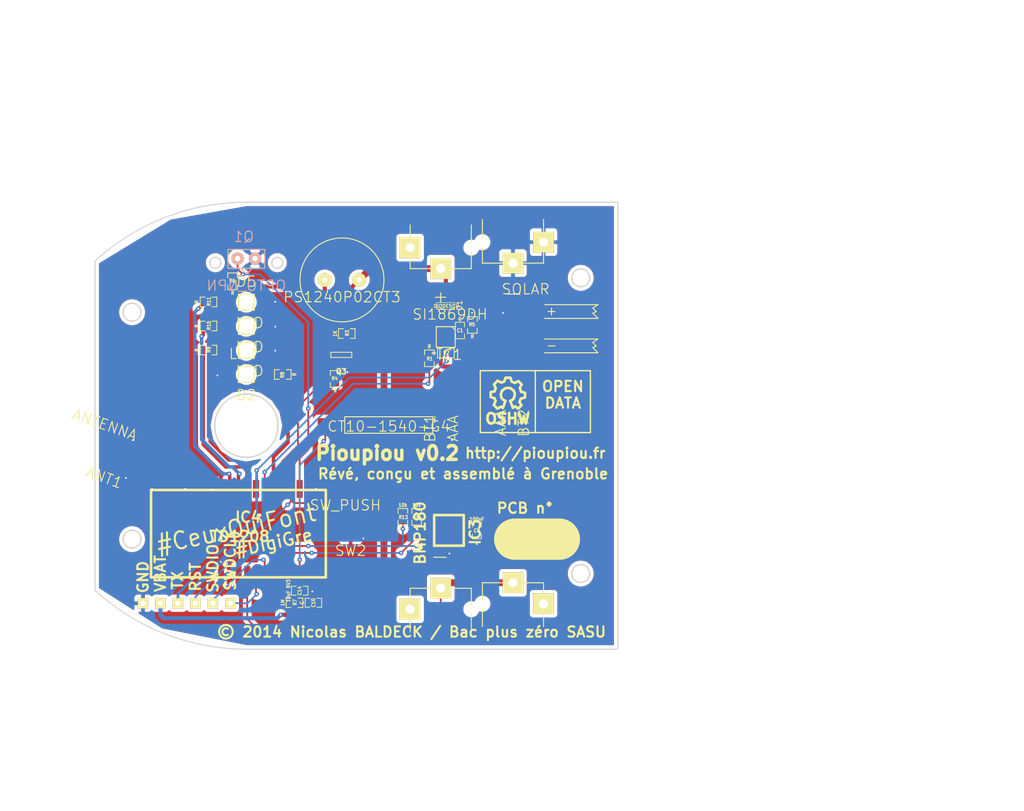
<source format=kicad_pcb>
(kicad_pcb (version 3) (host pcbnew "(2013-jul-07)-stable")

  (general
    (links 85)
    (no_connects 13)
    (area 89.2 43.450001 242 163)
    (thickness 1.6)
    (drawings 69)
    (tracks 257)
    (zones 0)
    (modules 41)
    (nets 29)
  )

  (page A4)
  (title_block 
    (title Pioupiou)
    (rev 0.2)
    (company "Nicolas BALDECK / Bac plus zéro SASU")
  )

  (layers
    (15 F.Cu signal)
    (0 B.Cu signal)
    (16 B.Adhes user)
    (17 F.Adhes user)
    (18 B.Paste user)
    (19 F.Paste user)
    (20 B.SilkS user)
    (21 F.SilkS user)
    (22 B.Mask user)
    (23 F.Mask user)
    (24 Dwgs.User user)
    (25 Cmts.User user)
    (26 Eco1.User user)
    (27 Eco2.User user)
    (28 Edge.Cuts user)
  )

  (setup
    (last_trace_width 0.254)
    (user_trace_width 0.3)
    (user_trace_width 0.4)
    (user_trace_width 0.5)
    (user_trace_width 0.6)
    (user_trace_width 0.7)
    (user_trace_width 0.8)
    (user_trace_width 1)
    (trace_clearance 0.15)
    (zone_clearance 0.508)
    (zone_45_only no)
    (trace_min 0.254)
    (segment_width 0.2)
    (edge_width 0.2)
    (via_size 0.65)
    (via_drill 0.25)
    (via_min_size 0.65)
    (via_min_drill 0.25)
    (uvia_size 0.508)
    (uvia_drill 0.127)
    (uvias_allowed no)
    (uvia_min_size 0.508)
    (uvia_min_drill 0.127)
    (pcb_text_width 0.3)
    (pcb_text_size 1.5 1.5)
    (mod_edge_width 0.15)
    (mod_text_size 1.5 1.5)
    (mod_text_width 0.15)
    (pad_size 0.8001 0.8001)
    (pad_drill 0)
    (pad_to_mask_clearance 0.1)
    (solder_mask_min_width 0.1)
    (aux_axis_origin 125 105)
    (visible_elements 7FFFFBEF)
    (pcbplotparams
      (layerselection 234651649)
      (usegerberextensions false)
      (excludeedgelayer false)
      (linewidth 0.150000)
      (plotframeref false)
      (viasonmask false)
      (mode 1)
      (useauxorigin false)
      (hpglpennumber 1)
      (hpglpenspeed 20)
      (hpglpendiameter 15)
      (hpglpenoverlay 2)
      (psnegative false)
      (psa4output false)
      (plotreference false)
      (plotvalue false)
      (plotothertext false)
      (plotinvisibletext false)
      (padsonsilk false)
      (subtractmaskfromsilk false)
      (outputformat 1)
      (mirror false)
      (drillshape 0)
      (scaleselection 1)
      (outputdirectory ""))
  )

  (net 0 "")
  (net 1 /BAT_SENSE)
  (net 2 /BUZZ)
  (net 3 /LED_DIR1)
  (net 4 /LED_DIR2)
  (net 5 /LED_DIR3)
  (net 6 /LED_DIR4)
  (net 7 /OPTO_SIGNAL)
  (net 8 /REED_SIGNAL)
  (net 9 /RST)
  (net 10 /SCL)
  (net 11 /SDA)
  (net 12 /SOLAR_SENSE)
  (net 13 /SOLAR_SW)
  (net 14 /SWDCLK)
  (net 15 /SWDIO)
  (net 16 /VBAT)
  (net 17 GND)
  (net 18 N-0000010)
  (net 19 N-0000011)
  (net 20 N-0000017)
  (net 21 N-0000021)
  (net 22 N-0000022)
  (net 23 N-0000023)
  (net 24 N-000003)
  (net 25 N-000004)
  (net 26 N-000005)
  (net 27 N-000006)
  (net 28 N-000007)

  (net_class Default "Ceci est la Netclass par défaut"
    (clearance 0.15)
    (trace_width 0.254)
    (via_dia 0.65)
    (via_drill 0.25)
    (uvia_dia 0.508)
    (uvia_drill 0.127)
    (add_net "")
    (add_net /BAT_SENSE)
    (add_net /BUZZ)
    (add_net /LED_DIR1)
    (add_net /LED_DIR2)
    (add_net /LED_DIR3)
    (add_net /LED_DIR4)
    (add_net /OPTO_SIGNAL)
    (add_net /REED_SIGNAL)
    (add_net /RST)
    (add_net /SCL)
    (add_net /SDA)
    (add_net /SOLAR_SENSE)
    (add_net /SOLAR_SW)
    (add_net /SWDCLK)
    (add_net /SWDIO)
    (add_net /VBAT)
    (add_net GND)
    (add_net N-0000010)
    (add_net N-0000011)
    (add_net N-0000017)
    (add_net N-0000021)
    (add_net N-0000022)
    (add_net N-0000023)
    (add_net N-000003)
    (add_net N-000004)
    (add_net N-000005)
    (add_net N-000006)
    (add_net N-000007)
  )

  (module SOLAR_WIRE (layer F.Cu) (tedit 5375C542) (tstamp 533AD8AC)
    (at 165.6 90.9)
    (path /532DAEB7)
    (fp_text reference P1 (at 0 5.75) (layer F.SilkS) hide
      (effects (font (size 1.5 1.5) (thickness 0.15)))
    )
    (fp_text value SOLAR (at 0 -5.75) (layer F.SilkS)
      (effects (font (size 1.5 1.5) (thickness 0.15)))
    )
    (fp_line (start 3.25 2.5) (end 4.25 2.5) (layer F.SilkS) (width 0.15))
    (fp_line (start 3.75 -3) (end 3.75 -2) (layer F.SilkS) (width 0.15))
    (fp_line (start 3.25 -2.5) (end 4.25 -2.5) (layer F.SilkS) (width 0.15))
    (fp_line (start 2.75 1.5) (end 10.5 1.5) (layer F.SilkS) (width 0.15))
    (fp_line (start 2.75 3.5) (end 10.5 3.5) (layer F.SilkS) (width 0.15))
    (fp_line (start 9.75 2) (end 10.5 1.5) (layer F.SilkS) (width 0.15))
    (fp_line (start 10.25 2.5) (end 9.75 2) (layer F.SilkS) (width 0.15))
    (fp_line (start 9.75 2.75) (end 10.25 2.5) (layer F.SilkS) (width 0.15))
    (fp_line (start 10.5 3.5) (end 9.75 2.75) (layer F.SilkS) (width 0.15))
    (fp_line (start 10.5 -1.5) (end 9.75 -2.25) (layer F.SilkS) (width 0.15))
    (fp_line (start 9.75 -2.25) (end 10.25 -2.5) (layer F.SilkS) (width 0.15))
    (fp_line (start 10.25 -2.5) (end 9.75 -3) (layer F.SilkS) (width 0.15))
    (fp_line (start 9.75 -3) (end 10.5 -3.5) (layer F.SilkS) (width 0.15))
    (fp_line (start 2.75 -1.5) (end 10.5 -1.5) (layer F.SilkS) (width 0.15))
    (fp_line (start 2.75 -3.5) (end 10.5 -3.5) (layer F.SilkS) (width 0.15))
    (pad 2 smd rect (at 0 -2.5) (size 5 3)
      (layers F.Cu F.Mask)
      (net 17 GND)
    )
    (pad 1 smd rect (at 0 2.5) (size 5 3)
      (layers F.Cu F.Mask)
      (net 27 N-000006)
    )
  )

  (module BMP180 (layer F.Cu) (tedit 5375B9C1) (tstamp 533ADB6C)
    (at 153 118.75 270)
    (path /532C18EF)
    (fp_text reference IC3 (at 1.69926 -5.25018 270) (layer F.SilkS)
      (effects (font (size 1.524 1.524) (thickness 0.3048)))
    )
    (fp_text value BMP180 (at 1.84912 2.75082 270) (layer F.SilkS)
      (effects (font (size 1.524 1.524) (thickness 0.3048)))
    )
    (fp_line (start -0.7493 -3.59918) (end 3.70078 -3.59918) (layer F.SilkS) (width 0.381))
    (fp_line (start 3.70078 -3.59918) (end 3.70078 0.70104) (layer F.SilkS) (width 0.381))
    (fp_line (start 3.70078 0.70104) (end -0.7493 0.70104) (layer F.SilkS) (width 0.381))
    (fp_line (start -0.7493 0.70104) (end -0.7493 -3.59918) (layer F.SilkS) (width 0.381))
    (pad 7 smd rect (at 3.5 -1.45034 270) (size 1.59944 0.70104)
      (layers F.Cu F.Paste F.Mask)
      (net 17 GND)
    )
    (pad 3 smd rect (at 0 -3.4 270) (size 0.70104 1.59944)
      (layers F.Cu F.Paste F.Mask)
      (net 16 /VBAT)
    )
    (pad 2 smd rect (at 1.50114 -3.4 270) (size 0.70104 1.59944)
      (layers F.Cu F.Paste F.Mask)
      (net 16 /VBAT)
    )
    (pad 1 smd rect (at 2.99974 -3.4 270) (size 0.70104 1.59944)
      (layers F.Cu F.Paste F.Mask)
    )
    (pad 6 smd rect (at 2.99974 0.5 270) (size 0.70104 1.59944)
      (layers F.Cu F.Paste F.Mask)
      (net 11 /SDA)
    )
    (pad 5 smd rect (at 1.50114 0.5 270) (size 0.70104 1.59944)
      (layers F.Cu F.Paste F.Mask)
      (net 10 /SCL)
    )
    (pad 4 smd rect (at 0 0.5 270) (size 0.70104 1.59944)
      (layers F.Cu F.Paste F.Mask)
    )
  )

  (module Si1869DH (layer F.Cu) (tedit 5375B990) (tstamp 53745E2B)
    (at 154.6 91.1 180)
    (path /53739498)
    (fp_text reference IC1 (at 0 -3.5814 180) (layer F.SilkS)
      (effects (font (size 1.5 1.5) (thickness 0.15)))
    )
    (fp_text value SI1869DH (at 0 2.286 180) (layer F.SilkS)
      (effects (font (size 1.5 1.5) (thickness 0.15)))
    )
    (fp_line (start -0.75 0) (end -0.25 0.5) (layer F.SilkS) (width 0.15))
    (fp_line (start -0.75 -2.5) (end -0.75 0.5) (layer F.SilkS) (width 0.15))
    (fp_line (start -0.75 0.5) (end 2 0.5) (layer F.SilkS) (width 0.15))
    (fp_line (start 2 0.5) (end 2 -2.5) (layer F.SilkS) (width 0.15))
    (fp_line (start 2 -2.5) (end -0.75 -2.5) (layer F.SilkS) (width 0.15))
    (pad 6 smd rect (at -0.127 -1.3716 180) (size 0.6604 1.5494)
      (layers F.Cu F.Paste F.Mask)
      (net 26 N-000005)
    )
    (pad 5 smd rect (at 0.6604 -1.8034 180) (size 0.4064 0.6604)
      (layers F.Cu F.Paste F.Mask)
      (net 13 /SOLAR_SW)
    )
    (pad 3 smd rect (at 1.4478 -0.4318 180) (size 0.6604 1.5494)
      (layers F.Cu F.Paste F.Mask)
      (net 28 N-000007)
    )
    (pad 4 smd rect (at 1.3208 -1.8034 180) (size 0.4064 0.6604)
      (layers F.Cu F.Paste F.Mask)
      (net 27 N-000006)
    )
    (pad 2 smd rect (at 0.6604 0 180) (size 0.4064 0.6604)
      (layers F.Cu F.Paste F.Mask)
      (net 28 N-000007)
    )
    (pad 1 smd rect (at 0 0 180) (size 0.4064 0.6604)
      (layers F.Cu F.Paste F.Mask)
      (net 25 N-000004)
    )
  )

  (module AAA_KEYSTONE   locked (layer F.Cu) (tedit 537537AB) (tstamp 5374DE0C)
    (at 153.25 105.4)
    (path /532DC74D)
    (fp_text reference BT1 (at -1.5494 0 90) (layer F.SilkS)
      (effects (font (size 1.5 1.5) (thickness 0.15)))
    )
    (fp_text value AAA (at 1.778 0 90) (layer F.SilkS)
      (effects (font (size 1.5 1.5) (thickness 0.15)))
    )
    (fp_line (start -0.762 -19.0754) (end 0.7366 -19.0754) (layer F.SilkS) (width 0.15))
    (fp_line (start 0 -19.7104) (end 0 -18.3134) (layer F.SilkS) (width 0.15))
    (fp_line (start -1.016 18.7198) (end 0.7874 18.7452) (layer F.SilkS) (width 0.15))
    (fp_line (start -4.445 -29.591) (end -4.445 -23.241) (layer F.SilkS) (width 0.15))
    (fp_line (start -4.445 -23.241) (end 4.445 -23.241) (layer F.SilkS) (width 0.15))
    (fp_line (start 4.445 -23.241) (end 4.445 -29.591) (layer F.SilkS) (width 0.15))
    (fp_line (start -4.445 29.591) (end -4.445 23.241) (layer F.SilkS) (width 0.15))
    (fp_line (start -4.445 23.241) (end 4.445 23.241) (layer F.SilkS) (width 0.15))
    (fp_line (start 4.445 23.241) (end 4.445 29.591) (layer F.SilkS) (width 0.15))
    (fp_line (start 0 20.26) (end 4.6 20.26) (layer Cmts.User) (width 0.15))
    (fp_line (start 4.6 20.26) (end 4.6 -21.84) (layer Cmts.User) (width 0.15))
    (fp_line (start 4.6 -21.84) (end -4.6 -21.84) (layer Cmts.User) (width 0.15))
    (fp_line (start -4.6 -21.84) (end -4.6 20.26) (layer Cmts.User) (width 0.15))
    (fp_line (start -4.6 20.26) (end 0 20.26) (layer Cmts.User) (width 0.15))
    (pad 2 thru_hole rect (at -4.445 26.29) (size 3 3) (drill 1.32)
      (layers *.Cu *.Mask F.SilkS)
      (net 1 /BAT_SENSE)
    )
    (pad "" np_thru_hole circle (at 4.445 26.29) (size 1.32 1.32) (drill 1.32)
      (layers *.Cu *.Mask F.SilkS)
    )
    (pad 1 thru_hole rect (at -4.445 -26.29) (size 3 3) (drill 1.32)
      (layers *.Cu *.Mask F.SilkS)
      (net 16 /VBAT)
    )
    (pad "" np_thru_hole circle (at 4.445 -26.29) (size 1.32 1.32) (drill 1.32)
      (layers *.Cu *.Mask F.SilkS)
    )
    (pad 2 thru_hole rect (at 0 23.24) (size 3 3) (drill 1.32)
      (layers *.Cu *.Mask F.SilkS)
      (net 1 /BAT_SENSE)
    )
    (pad 1 thru_hole rect (at 0 -23.24) (size 3 3) (drill 1.32)
      (layers *.Cu *.Mask F.SilkS)
      (net 16 /VBAT)
    )
  )

  (module AAA_KEYSTONE   locked (layer F.Cu) (tedit 5375376F) (tstamp 5374DDF3)
    (at 163.75 104.6 180)
    (path /532DC760)
    (fp_text reference BT2 (at -1.5494 0 270) (layer F.SilkS)
      (effects (font (size 1.5 1.5) (thickness 0.15)))
    )
    (fp_text value AAA (at 1.778 0 270) (layer F.SilkS)
      (effects (font (size 1.5 1.5) (thickness 0.15)))
    )
    (fp_line (start -0.762 -19.0754) (end 0.7366 -19.0754) (layer F.SilkS) (width 0.15))
    (fp_line (start 0 -19.7104) (end 0 -18.3134) (layer F.SilkS) (width 0.15))
    (fp_line (start -1.016 18.7198) (end 0.7874 18.7452) (layer F.SilkS) (width 0.15))
    (fp_line (start -4.445 -29.591) (end -4.445 -23.241) (layer F.SilkS) (width 0.15))
    (fp_line (start -4.445 -23.241) (end 4.445 -23.241) (layer F.SilkS) (width 0.15))
    (fp_line (start 4.445 -23.241) (end 4.445 -29.591) (layer F.SilkS) (width 0.15))
    (fp_line (start -4.445 29.591) (end -4.445 23.241) (layer F.SilkS) (width 0.15))
    (fp_line (start -4.445 23.241) (end 4.445 23.241) (layer F.SilkS) (width 0.15))
    (fp_line (start 4.445 23.241) (end 4.445 29.591) (layer F.SilkS) (width 0.15))
    (fp_line (start 0 20.26) (end 4.6 20.26) (layer Cmts.User) (width 0.15))
    (fp_line (start 4.6 20.26) (end 4.6 -21.84) (layer Cmts.User) (width 0.15))
    (fp_line (start 4.6 -21.84) (end -4.6 -21.84) (layer Cmts.User) (width 0.15))
    (fp_line (start -4.6 -21.84) (end -4.6 20.26) (layer Cmts.User) (width 0.15))
    (fp_line (start -4.6 20.26) (end 0 20.26) (layer Cmts.User) (width 0.15))
    (pad 2 thru_hole rect (at -4.445 26.29 180) (size 3 3) (drill 1.32)
      (layers *.Cu *.Mask F.SilkS)
      (net 17 GND)
    )
    (pad "" np_thru_hole circle (at 4.445 26.29 180) (size 1.32 1.32) (drill 1.32)
      (layers *.Cu *.Mask F.SilkS)
    )
    (pad 1 thru_hole rect (at -4.445 -26.29 180) (size 3 3) (drill 1.32)
      (layers *.Cu *.Mask F.SilkS)
      (net 1 /BAT_SENSE)
    )
    (pad "" np_thru_hole circle (at 4.445 -26.29 180) (size 1.32 1.32) (drill 1.32)
      (layers *.Cu *.Mask F.SilkS)
    )
    (pad 2 thru_hole rect (at 0 23.24 180) (size 3 3) (drill 1.32)
      (layers *.Cu *.Mask F.SilkS)
      (net 17 GND)
    )
    (pad 1 thru_hole rect (at 0 -23.24 180) (size 3 3) (drill 1.32)
      (layers *.Cu *.Mask F.SilkS)
      (net 1 /BAT_SENSE)
    )
  )

  (module TD1208 (layer F.Cu) (tedit 53753864) (tstamp 53746204)
    (at 112.4 114.2)
    (path /532C0932)
    (fp_text reference IC4 (at 12.85 4.1) (layer F.SilkS)
      (effects (font (size 1.524 1.524) (thickness 0.3048)))
    )
    (fp_text value TD1208 (at 11.69924 6.89864) (layer F.SilkS)
      (effects (font (size 1.524 1.524) (thickness 0.3048)))
    )
    (fp_line (start 1.65 4.52) (end 3.88 2.9) (layer Cmts.User) (width 0.15))
    (fp_line (start 0.53 4.07) (end 3.77 1.95) (layer Cmts.User) (width 0.15))
    (fp_line (start 0.14 3.24) (end 3.44 1.17) (layer Cmts.User) (width 0.15))
    (fp_line (start 0.03 2.34) (end 2.43 0.72) (layer Cmts.User) (width 0.15))
    (fp_line (start -1.24968 12.84986) (end -1.24968 0.14986) (layer F.SilkS) (width 0.381))
    (fp_line (start -1.24968 0.14986) (end 24.15032 0.14986) (layer F.SilkS) (width 0.381))
    (fp_line (start -0.14986 12.84986) (end -1.24968 12.84986) (layer F.SilkS) (width 0.381))
    (fp_line (start 24.15032 12.84986) (end 1.24968 12.84986) (layer F.SilkS) (width 0.381))
    (fp_line (start 1.24968 12.84986) (end -0.14986 12.84986) (layer F.SilkS) (width 0.381))
    (fp_line (start 24.15032 0.14986) (end 24.15032 12.84986) (layer F.SilkS) (width 0.381))
    (fp_circle (center 1.95072 2.64922) (end 1.95072 4.699) (layer Cmts.User) (width 0.381))
    (pad 1 smd rect (at 8.92048 12.49934) (size 0.889 2.60096)
      (layers F.Cu F.Paste F.Mask)
      (net 17 GND)
    )
    (pad 4 smd rect (at 12.73048 12.49934) (size 0.889 2.60096)
      (layers F.Cu F.Paste F.Mask)
      (net 1 /BAT_SENSE)
    )
    (pad 3 smd rect (at 11.46048 12.49934) (size 0.889 2.60096)
      (layers F.Cu F.Paste F.Mask)
    )
    (pad 2 smd rect (at 10.19048 12.49934) (size 0.889 2.60096)
      (layers F.Cu F.Paste F.Mask)
      (net 17 GND)
    )
    (pad 6 smd rect (at 15.27048 12.49934) (size 0.889 2.60096)
      (layers F.Cu F.Paste F.Mask)
      (net 15 /SWDIO)
    )
    (pad 7 smd rect (at 16.54048 12.49934) (size 0.889 2.60096)
      (layers F.Cu F.Paste F.Mask)
      (net 11 /SDA)
    )
    (pad 8 smd rect (at 17.81048 12.49934) (size 0.889 2.60096)
      (layers F.Cu F.Paste F.Mask)
      (net 10 /SCL)
    )
    (pad 5 smd rect (at 14.00048 12.49934) (size 0.889 2.60096)
      (layers F.Cu F.Paste F.Mask)
      (net 14 /SWDCLK)
    )
    (pad 11 smd rect (at 21.62048 12.49934) (size 0.889 2.60096)
      (layers F.Cu F.Paste F.Mask)
      (net 17 GND)
    )
    (pad 10 smd rect (at 20.35048 12.49934) (size 0.889 2.60096)
      (layers F.Cu F.Paste F.Mask)
      (net 8 /REED_SIGNAL)
    )
    (pad 9 smd rect (at 19.08048 12.49934) (size 0.889 2.60096)
      (layers F.Cu F.Paste F.Mask)
      (net 16 /VBAT)
    )
    (pad 14 smd rect (at 19.08048 0) (size 0.889 2.60096)
      (layers F.Cu F.Paste F.Mask)
      (net 9 /RST)
    )
    (pad 13 smd rect (at 20.35048 0) (size 0.889 2.60096)
      (layers F.Cu F.Paste F.Mask)
      (net 7 /OPTO_SIGNAL)
    )
    (pad 12 smd rect (at 21.62048 0) (size 0.889 2.60096)
      (layers F.Cu F.Paste F.Mask)
      (net 17 GND)
    )
    (pad 18 smd rect (at 14.00048 0) (size 0.889 2.60096)
      (layers F.Cu F.Paste F.Mask)
      (net 13 /SOLAR_SW)
    )
    (pad 15 smd rect (at 17.81048 0) (size 0.889 2.60096)
      (layers F.Cu F.Paste F.Mask)
      (net 2 /BUZZ)
    )
    (pad 16 smd rect (at 16.54048 0) (size 0.889 2.60096)
      (layers F.Cu F.Paste F.Mask)
      (net 3 /LED_DIR1)
    )
    (pad 17 smd rect (at 15.27048 0) (size 0.889 2.60096)
      (layers F.Cu F.Paste F.Mask)
      (net 12 /SOLAR_SENSE)
    )
    (pad 21 smd rect (at 10.19048 0) (size 0.889 2.60096)
      (layers F.Cu F.Paste F.Mask)
      (net 6 /LED_DIR4)
    )
    (pad 20 smd rect (at 11.46048 0) (size 0.889 2.60096)
      (layers F.Cu F.Paste F.Mask)
      (net 5 /LED_DIR3)
    )
    (pad 19 smd rect (at 12.73048 0) (size 0.889 2.60096)
      (layers F.Cu F.Paste F.Mask)
      (net 4 /LED_DIR2)
    )
    (pad 22 smd rect (at 8.92048 0) (size 0.889 2.60096)
      (layers F.Cu F.Paste F.Mask)
      (net 17 GND)
    )
    (pad 23 smd rect (at 2.54 0) (size 0.889 2.60096)
      (layers F.Cu F.Paste F.Mask)
      (net 17 GND)
      (zone_connect 2)
    )
    (pad 24 smd rect (at 1.27 0) (size 0.889 2.60096)
      (layers F.Cu F.Paste F.Mask)
      (net 24 N-000003)
    )
    (pad 25 smd rect (at 0 0) (size 0.889 2.60096)
      (layers F.Cu F.Paste F.Mask)
      (net 17 GND)
      (zone_connect 2)
    )
  )

  (module RG178_SOLDER (layer F.Cu) (tedit 53753A51) (tstamp 53763F5D)
    (at 110 110.5 340)
    (path /5370A7A7)
    (fp_text reference ANT1 (at -4.61 3.84 340) (layer F.SilkS)
      (effects (font (size 1.5 1.5) (thickness 0.15)))
    )
    (fp_text value ANTENNA (at -7.15 -3.4 340) (layer F.SilkS)
      (effects (font (size 1.5 1.5) (thickness 0.15)))
    )
    (fp_line (start -8.74 -0.9) (end -8.74 0.9) (layer Cmts.User) (width 0.15))
    (fp_line (start -8.74 -0.9) (end -11.76 -0.9) (layer Cmts.User) (width 0.15))
    (fp_line (start -11.76 -0.9) (end -11.28 -0.42) (layer Cmts.User) (width 0.15))
    (fp_line (start -11.28 -0.42) (end -11.72 -0.05) (layer Cmts.User) (width 0.15))
    (fp_line (start -11.72 -0.05) (end -11.22 0.29) (layer Cmts.User) (width 0.15))
    (fp_line (start -11.22 0.29) (end -11.6 0.9) (layer Cmts.User) (width 0.15))
    (fp_line (start -11.6 0.9) (end -8.74 0.9) (layer Cmts.User) (width 0.15))
    (fp_line (start 0 -0.65) (end 0 0.65) (layer Cmts.User) (width 0.15))
    (fp_line (start 0 -0.65) (end -8.74 -0.65) (layer Cmts.User) (width 0.15))
    (fp_line (start -8.74 0.65) (end 0 0.65) (layer Cmts.User) (width 0.15))
    (fp_line (start 2.39 0.41) (end 2.39 -0.41) (layer Cmts.User) (width 0.15))
    (fp_line (start 2.39 0.41) (end 0 0.41) (layer Cmts.User) (width 0.15))
    (fp_line (start 2.39 -0.41) (end 0 -0.41) (layer Cmts.User) (width 0.15))
    (fp_line (start 2.39 -0.15) (end 5.69 -0.15) (layer Cmts.User) (width 0.15))
    (fp_line (start 5.69 -0.15) (end 5.69 0.15) (layer Cmts.User) (width 0.15))
    (fp_line (start 5.69 0.15) (end 2.39 0.15) (layer Cmts.User) (width 0.15))
    (pad 2 smd rect (at -2.71 0 340) (size 5 4)
      (layers F.Cu F.Mask)
      (net 17 GND)
      (zone_connect 1)
      (thermal_width 2)
    )
    (pad 1 smd rect (at 3.56 0 340) (size 2 1)
      (layers F.Cu F.Mask)
      (net 24 N-000003)
      (clearance 1)
    )
  )

  (module SW_CARBON   locked (layer F.Cu) (tedit 533D642F) (tstamp 533AF1B5)
    (at 140.16 120 180)
    (path /532C2C7B)
    (fp_text reference SW2 (at 0 -3.175 180) (layer F.SilkS)
      (effects (font (size 1.5 1.5) (thickness 0.15)))
    )
    (fp_text value SW_PUSH (at 0.762 3.429 180) (layer F.SilkS)
      (effects (font (size 1.5 1.5) (thickness 0.15)))
    )
    (pad 1 smd rect (at 0 0.15 180) (size 0.25 1.8)
      (layers F.Cu F.Mask)
      (net 9 /RST)
    )
    (pad 2 smd rect (at 0 -1.4 180) (size 2.35 0.7)
      (layers F.Cu F.Mask)
      (net 17 GND)
    )
    (pad 2 smd rect (at 0.55 -0.3 180) (size 0.25 1.8)
      (layers F.Cu F.Mask)
      (net 17 GND)
    )
    (pad 2 smd rect (at -0.55 -0.3 180) (size 0.25 1.8)
      (layers F.Cu F.Mask)
      (net 17 GND)
    )
    (pad 1 smd rect (at 1.1 0.15 180) (size 0.25 1.8)
      (layers F.Cu F.Mask)
      (net 9 /RST)
    )
    (pad 1 smd rect (at 0 1.25 180) (size 2.35 0.7)
      (layers F.Cu F.Mask)
      (net 9 /RST)
    )
    (pad 1 smd rect (at -1.1 0.15 180) (size 0.25 1.8)
      (layers F.Cu F.Mask)
      (net 9 /RST)
    )
  )

  (module PHOTOTRANS (layer B.Cu) (tedit 533D0CFA) (tstamp 533AD896)
    (at 125 80.7 180)
    (path /532C1018)
    (fp_text reference Q1 (at 0.381 3.175 180) (layer B.SilkS)
      (effects (font (size 1.5 1.5) (thickness 0.15)) (justify mirror))
    )
    (fp_text value OPTO_NPN (at 0 -3.937 180) (layer B.SilkS)
      (effects (font (size 1.5 1.5) (thickness 0.15)) (justify mirror))
    )
    (fp_line (start -2.675 1.325) (end -2.675 -1.375) (layer B.SilkS) (width 0.15))
    (fp_line (start 2.675 -1.4) (end 2.675 1.325) (layer B.SilkS) (width 0.15))
    (fp_line (start -2.667 -1.397) (end 2.667 -1.397) (layer B.SilkS) (width 0.15))
    (fp_line (start 2.667 1.326) (end -2.667 1.326) (layer B.SilkS) (width 0.15))
    (fp_arc (start 0 -1.397) (end 0.635 -1.397) (angle -90) (layer B.SilkS) (width 0.15))
    (fp_arc (start 0 -1.397) (end 0 -2.032) (angle -90) (layer B.SilkS) (width 0.15))
    (pad 3 thru_hole circle (at 1.27 0 180) (size 1.8 1.8) (drill 0.8)
      (layers *.Cu *.Mask B.SilkS)
      (net 7 /OPTO_SIGNAL)
    )
    (pad 1 thru_hole circle (at -1.27 0 180) (size 1.8 1.8) (drill 0.8)
      (layers *.Cu *.Mask B.SilkS)
      (net 17 GND)
    )
  )

  (module SM0603_Resistor (layer F.Cu) (tedit 5051B21B) (tstamp 533AD73C)
    (at 149.75 118.25 270)
    (path /532C1A50)
    (attr smd)
    (fp_text reference R14 (at 0.0635 -0.0635 360) (layer F.SilkS)
      (effects (font (size 0.50038 0.4572) (thickness 0.1143)))
    )
    (fp_text value 10k (at -1.69926 0 360) (layer F.SilkS)
      (effects (font (size 0.508 0.4572) (thickness 0.1143)))
    )
    (fp_line (start -0.50038 -0.6985) (end -1.2065 -0.6985) (layer F.SilkS) (width 0.127))
    (fp_line (start -1.2065 -0.6985) (end -1.2065 0.6985) (layer F.SilkS) (width 0.127))
    (fp_line (start -1.2065 0.6985) (end -0.50038 0.6985) (layer F.SilkS) (width 0.127))
    (fp_line (start 1.2065 -0.6985) (end 0.50038 -0.6985) (layer F.SilkS) (width 0.127))
    (fp_line (start 1.2065 -0.6985) (end 1.2065 0.6985) (layer F.SilkS) (width 0.127))
    (fp_line (start 1.2065 0.6985) (end 0.50038 0.6985) (layer F.SilkS) (width 0.127))
    (pad 1 smd rect (at -0.762 0 270) (size 0.635 1.143)
      (layers F.Cu F.Paste F.Mask)
      (net 16 /VBAT)
    )
    (pad 2 smd rect (at 0.762 0 270) (size 0.635 1.143)
      (layers F.Cu F.Paste F.Mask)
      (net 10 /SCL)
    )
    (model smd\resistors\R0603.wrl
      (at (xyz 0 0 0.001))
      (scale (xyz 0.5 0.5 0.5))
      (rotate (xyz 0 0 0))
    )
  )

  (module SM0603_Resistor (layer F.Cu) (tedit 5051B21B) (tstamp 533AD748)
    (at 147.75 118.25 270)
    (path /532C1A49)
    (attr smd)
    (fp_text reference R13 (at 0.0635 -0.0635 360) (layer F.SilkS)
      (effects (font (size 0.50038 0.4572) (thickness 0.1143)))
    )
    (fp_text value 10k (at -1.69926 0 360) (layer F.SilkS)
      (effects (font (size 0.508 0.4572) (thickness 0.1143)))
    )
    (fp_line (start -0.50038 -0.6985) (end -1.2065 -0.6985) (layer F.SilkS) (width 0.127))
    (fp_line (start -1.2065 -0.6985) (end -1.2065 0.6985) (layer F.SilkS) (width 0.127))
    (fp_line (start -1.2065 0.6985) (end -0.50038 0.6985) (layer F.SilkS) (width 0.127))
    (fp_line (start 1.2065 -0.6985) (end 0.50038 -0.6985) (layer F.SilkS) (width 0.127))
    (fp_line (start 1.2065 -0.6985) (end 1.2065 0.6985) (layer F.SilkS) (width 0.127))
    (fp_line (start 1.2065 0.6985) (end 0.50038 0.6985) (layer F.SilkS) (width 0.127))
    (pad 1 smd rect (at -0.762 0 270) (size 0.635 1.143)
      (layers F.Cu F.Paste F.Mask)
      (net 16 /VBAT)
    )
    (pad 2 smd rect (at 0.762 0 270) (size 0.635 1.143)
      (layers F.Cu F.Paste F.Mask)
      (net 11 /SDA)
    )
    (model smd\resistors\R0603.wrl
      (at (xyz 0 0 0.001))
      (scale (xyz 0.5 0.5 0.5))
      (rotate (xyz 0 0 0))
    )
  )

  (module SM0603_Resistor (layer F.Cu) (tedit 5051B21B) (tstamp 5374602D)
    (at 119.5 87)
    (path /5366B3A5)
    (attr smd)
    (fp_text reference R11 (at 0.0635 -0.0635 90) (layer F.SilkS)
      (effects (font (size 0.50038 0.4572) (thickness 0.1143)))
    )
    (fp_text value R (at -1.69926 0 90) (layer F.SilkS)
      (effects (font (size 0.508 0.4572) (thickness 0.1143)))
    )
    (fp_line (start -0.50038 -0.6985) (end -1.2065 -0.6985) (layer F.SilkS) (width 0.127))
    (fp_line (start -1.2065 -0.6985) (end -1.2065 0.6985) (layer F.SilkS) (width 0.127))
    (fp_line (start -1.2065 0.6985) (end -0.50038 0.6985) (layer F.SilkS) (width 0.127))
    (fp_line (start 1.2065 -0.6985) (end 0.50038 -0.6985) (layer F.SilkS) (width 0.127))
    (fp_line (start 1.2065 -0.6985) (end 1.2065 0.6985) (layer F.SilkS) (width 0.127))
    (fp_line (start 1.2065 0.6985) (end 0.50038 0.6985) (layer F.SilkS) (width 0.127))
    (pad 1 smd rect (at -0.762 0) (size 0.635 1.143)
      (layers F.Cu F.Paste F.Mask)
      (net 6 /LED_DIR4)
    )
    (pad 2 smd rect (at 0.762 0) (size 0.635 1.143)
      (layers F.Cu F.Paste F.Mask)
      (net 21 N-0000021)
    )
    (model smd\resistors\R0603.wrl
      (at (xyz 0 0 0.001))
      (scale (xyz 0.5 0.5 0.5))
      (rotate (xyz 0 0 0))
    )
  )

  (module SM0603_Resistor (layer F.Cu) (tedit 5051B21B) (tstamp 533AD76C)
    (at 137.9 98.2 90)
    (path /5368A999)
    (attr smd)
    (fp_text reference R4 (at 0.0635 -0.0635 180) (layer F.SilkS)
      (effects (font (size 0.50038 0.4572) (thickness 0.1143)))
    )
    (fp_text value R (at -1.69926 0 180) (layer F.SilkS)
      (effects (font (size 0.508 0.4572) (thickness 0.1143)))
    )
    (fp_line (start -0.50038 -0.6985) (end -1.2065 -0.6985) (layer F.SilkS) (width 0.127))
    (fp_line (start -1.2065 -0.6985) (end -1.2065 0.6985) (layer F.SilkS) (width 0.127))
    (fp_line (start -1.2065 0.6985) (end -0.50038 0.6985) (layer F.SilkS) (width 0.127))
    (fp_line (start 1.2065 -0.6985) (end 0.50038 -0.6985) (layer F.SilkS) (width 0.127))
    (fp_line (start 1.2065 -0.6985) (end 1.2065 0.6985) (layer F.SilkS) (width 0.127))
    (fp_line (start 1.2065 0.6985) (end 0.50038 0.6985) (layer F.SilkS) (width 0.127))
    (pad 1 smd rect (at -0.762 0 90) (size 0.635 1.143)
      (layers F.Cu F.Paste F.Mask)
      (net 2 /BUZZ)
    )
    (pad 2 smd rect (at 0.762 0 90) (size 0.635 1.143)
      (layers F.Cu F.Paste F.Mask)
      (net 18 N-0000010)
    )
    (model smd\resistors\R0603.wrl
      (at (xyz 0 0 0.001))
      (scale (xyz 0.5 0.5 0.5))
      (rotate (xyz 0 0 0))
    )
  )

  (module SM0603_Resistor (layer F.Cu) (tedit 5051B21B) (tstamp 533AD778)
    (at 119.5 90.5)
    (path /5366B38C)
    (attr smd)
    (fp_text reference R10 (at 0.0635 -0.0635 90) (layer F.SilkS)
      (effects (font (size 0.50038 0.4572) (thickness 0.1143)))
    )
    (fp_text value R (at -1.69926 0 90) (layer F.SilkS)
      (effects (font (size 0.508 0.4572) (thickness 0.1143)))
    )
    (fp_line (start -0.50038 -0.6985) (end -1.2065 -0.6985) (layer F.SilkS) (width 0.127))
    (fp_line (start -1.2065 -0.6985) (end -1.2065 0.6985) (layer F.SilkS) (width 0.127))
    (fp_line (start -1.2065 0.6985) (end -0.50038 0.6985) (layer F.SilkS) (width 0.127))
    (fp_line (start 1.2065 -0.6985) (end 0.50038 -0.6985) (layer F.SilkS) (width 0.127))
    (fp_line (start 1.2065 -0.6985) (end 1.2065 0.6985) (layer F.SilkS) (width 0.127))
    (fp_line (start 1.2065 0.6985) (end 0.50038 0.6985) (layer F.SilkS) (width 0.127))
    (pad 1 smd rect (at -0.762 0) (size 0.635 1.143)
      (layers F.Cu F.Paste F.Mask)
      (net 5 /LED_DIR3)
    )
    (pad 2 smd rect (at 0.762 0) (size 0.635 1.143)
      (layers F.Cu F.Paste F.Mask)
      (net 22 N-0000022)
    )
    (model smd\resistors\R0603.wrl
      (at (xyz 0 0 0.001))
      (scale (xyz 0.5 0.5 0.5))
      (rotate (xyz 0 0 0))
    )
  )

  (module SM0603_Resistor (layer F.Cu) (tedit 5051B21B) (tstamp 533AD784)
    (at 119.5 94)
    (path /5366B372)
    (attr smd)
    (fp_text reference R9 (at 0.0635 -0.0635 90) (layer F.SilkS)
      (effects (font (size 0.50038 0.4572) (thickness 0.1143)))
    )
    (fp_text value R (at -1.69926 0 90) (layer F.SilkS)
      (effects (font (size 0.508 0.4572) (thickness 0.1143)))
    )
    (fp_line (start -0.50038 -0.6985) (end -1.2065 -0.6985) (layer F.SilkS) (width 0.127))
    (fp_line (start -1.2065 -0.6985) (end -1.2065 0.6985) (layer F.SilkS) (width 0.127))
    (fp_line (start -1.2065 0.6985) (end -0.50038 0.6985) (layer F.SilkS) (width 0.127))
    (fp_line (start 1.2065 -0.6985) (end 0.50038 -0.6985) (layer F.SilkS) (width 0.127))
    (fp_line (start 1.2065 -0.6985) (end 1.2065 0.6985) (layer F.SilkS) (width 0.127))
    (fp_line (start 1.2065 0.6985) (end 0.50038 0.6985) (layer F.SilkS) (width 0.127))
    (pad 1 smd rect (at -0.762 0) (size 0.635 1.143)
      (layers F.Cu F.Paste F.Mask)
      (net 4 /LED_DIR2)
    )
    (pad 2 smd rect (at 0.762 0) (size 0.635 1.143)
      (layers F.Cu F.Paste F.Mask)
      (net 23 N-0000023)
    )
    (model smd\resistors\R0603.wrl
      (at (xyz 0 0 0.001))
      (scale (xyz 0.5 0.5 0.5))
      (rotate (xyz 0 0 0))
    )
  )

  (module SM0603_Resistor (layer F.Cu) (tedit 5051B21B) (tstamp 533AD790)
    (at 130.3 97.55 180)
    (path /5366AFAC)
    (attr smd)
    (fp_text reference R8 (at 0.0635 -0.0635 270) (layer F.SilkS)
      (effects (font (size 0.50038 0.4572) (thickness 0.1143)))
    )
    (fp_text value R (at -1.69926 0 270) (layer F.SilkS)
      (effects (font (size 0.508 0.4572) (thickness 0.1143)))
    )
    (fp_line (start -0.50038 -0.6985) (end -1.2065 -0.6985) (layer F.SilkS) (width 0.127))
    (fp_line (start -1.2065 -0.6985) (end -1.2065 0.6985) (layer F.SilkS) (width 0.127))
    (fp_line (start -1.2065 0.6985) (end -0.50038 0.6985) (layer F.SilkS) (width 0.127))
    (fp_line (start 1.2065 -0.6985) (end 0.50038 -0.6985) (layer F.SilkS) (width 0.127))
    (fp_line (start 1.2065 -0.6985) (end 1.2065 0.6985) (layer F.SilkS) (width 0.127))
    (fp_line (start 1.2065 0.6985) (end 0.50038 0.6985) (layer F.SilkS) (width 0.127))
    (pad 1 smd rect (at -0.762 0 180) (size 0.635 1.143)
      (layers F.Cu F.Paste F.Mask)
      (net 3 /LED_DIR1)
    )
    (pad 2 smd rect (at 0.762 0 180) (size 0.635 1.143)
      (layers F.Cu F.Paste F.Mask)
      (net 20 N-0000017)
    )
    (model smd\resistors\R0603.wrl
      (at (xyz 0 0 0.001))
      (scale (xyz 0.5 0.5 0.5))
      (rotate (xyz 0 0 0))
    )
  )

  (module SM0603_Resistor (layer F.Cu) (tedit 533ADBFD) (tstamp 533AD79C)
    (at 154 94.45)
    (path /53739C2B)
    (attr smd)
    (fp_text reference R2 (at 0.0635 -0.0635) (layer F.SilkS)
      (effects (font (size 0.50038 0.4572) (thickness 0.1143)))
    )
    (fp_text value R (at -1.69926 0 90) (layer F.SilkS)
      (effects (font (size 0.508 0.4572) (thickness 0.1143)))
    )
    (fp_line (start -0.50038 -0.6985) (end -1.2065 -0.6985) (layer F.SilkS) (width 0.127))
    (fp_line (start -1.2065 -0.6985) (end -1.2065 0.6985) (layer F.SilkS) (width 0.127))
    (fp_line (start -1.2065 0.6985) (end -0.50038 0.6985) (layer F.SilkS) (width 0.127))
    (fp_line (start 1.2065 -0.6985) (end 0.50038 -0.6985) (layer F.SilkS) (width 0.127))
    (fp_line (start 1.2065 -0.6985) (end 1.2065 0.6985) (layer F.SilkS) (width 0.127))
    (fp_line (start 1.2065 0.6985) (end 0.50038 0.6985) (layer F.SilkS) (width 0.127))
    (pad 1 smd rect (at -0.762 0) (size 0.635 1.143)
      (layers F.Cu F.Paste F.Mask)
      (net 27 N-000006)
    )
    (pad 2 smd rect (at 0.762 0) (size 0.635 1.143)
      (layers F.Cu F.Paste F.Mask)
      (net 26 N-000005)
    )
    (model smd\resistors\R0603.wrl
      (at (xyz 0 0 0.001))
      (scale (xyz 0.5 0.5 0.5))
      (rotate (xyz 0 0 0))
    )
  )

  (module SM0603_Resistor (layer F.Cu) (tedit 5051B21B) (tstamp 533AD7A8)
    (at 157.85 90.35 90)
    (path /53739D78)
    (attr smd)
    (fp_text reference R5 (at 0.0635 -0.0635 180) (layer F.SilkS)
      (effects (font (size 0.50038 0.4572) (thickness 0.1143)))
    )
    (fp_text value R (at -1.69926 0 180) (layer F.SilkS)
      (effects (font (size 0.508 0.4572) (thickness 0.1143)))
    )
    (fp_line (start -0.50038 -0.6985) (end -1.2065 -0.6985) (layer F.SilkS) (width 0.127))
    (fp_line (start -1.2065 -0.6985) (end -1.2065 0.6985) (layer F.SilkS) (width 0.127))
    (fp_line (start -1.2065 0.6985) (end -0.50038 0.6985) (layer F.SilkS) (width 0.127))
    (fp_line (start 1.2065 -0.6985) (end 0.50038 -0.6985) (layer F.SilkS) (width 0.127))
    (fp_line (start 1.2065 -0.6985) (end 1.2065 0.6985) (layer F.SilkS) (width 0.127))
    (fp_line (start 1.2065 0.6985) (end 0.50038 0.6985) (layer F.SilkS) (width 0.127))
    (pad 1 smd rect (at -0.762 0 90) (size 0.635 1.143)
      (layers F.Cu F.Paste F.Mask)
      (net 25 N-000004)
    )
    (pad 2 smd rect (at 0.762 0 90) (size 0.635 1.143)
      (layers F.Cu F.Paste F.Mask)
      (net 17 GND)
    )
    (model smd\resistors\R0603.wrl
      (at (xyz 0 0 0.001))
      (scale (xyz 0.5 0.5 0.5))
      (rotate (xyz 0 0 0))
    )
  )

  (module SM0603_Resistor (layer F.Cu) (tedit 5051B21B) (tstamp 533BD7D7)
    (at 151.6 95.2 270)
    (path /536D06FD)
    (attr smd)
    (fp_text reference R1 (at 0.0635 -0.0635 360) (layer F.SilkS)
      (effects (font (size 0.50038 0.4572) (thickness 0.1143)))
    )
    (fp_text value R (at -1.69926 0 360) (layer F.SilkS)
      (effects (font (size 0.508 0.4572) (thickness 0.1143)))
    )
    (fp_line (start -0.50038 -0.6985) (end -1.2065 -0.6985) (layer F.SilkS) (width 0.127))
    (fp_line (start -1.2065 -0.6985) (end -1.2065 0.6985) (layer F.SilkS) (width 0.127))
    (fp_line (start -1.2065 0.6985) (end -0.50038 0.6985) (layer F.SilkS) (width 0.127))
    (fp_line (start 1.2065 -0.6985) (end 0.50038 -0.6985) (layer F.SilkS) (width 0.127))
    (fp_line (start 1.2065 -0.6985) (end 1.2065 0.6985) (layer F.SilkS) (width 0.127))
    (fp_line (start 1.2065 0.6985) (end 0.50038 0.6985) (layer F.SilkS) (width 0.127))
    (pad 1 smd rect (at -0.762 0 270) (size 0.635 1.143)
      (layers F.Cu F.Paste F.Mask)
      (net 27 N-000006)
    )
    (pad 2 smd rect (at 0.762 0 270) (size 0.635 1.143)
      (layers F.Cu F.Paste F.Mask)
      (net 12 /SOLAR_SENSE)
    )
    (model smd\resistors\R0603.wrl
      (at (xyz 0 0 0.001))
      (scale (xyz 0.5 0.5 0.5))
      (rotate (xyz 0 0 0))
    )
  )

  (module SM0603_Resistor (layer F.Cu) (tedit 5051B21B) (tstamp 533AD7C0)
    (at 139.6 91.6)
    (path /5368A9B7)
    (attr smd)
    (fp_text reference R3 (at 0.0635 -0.0635 90) (layer F.SilkS)
      (effects (font (size 0.50038 0.4572) (thickness 0.1143)))
    )
    (fp_text value 1K (at -1.69926 0 90) (layer F.SilkS)
      (effects (font (size 0.508 0.4572) (thickness 0.1143)))
    )
    (fp_line (start -0.50038 -0.6985) (end -1.2065 -0.6985) (layer F.SilkS) (width 0.127))
    (fp_line (start -1.2065 -0.6985) (end -1.2065 0.6985) (layer F.SilkS) (width 0.127))
    (fp_line (start -1.2065 0.6985) (end -0.50038 0.6985) (layer F.SilkS) (width 0.127))
    (fp_line (start 1.2065 -0.6985) (end 0.50038 -0.6985) (layer F.SilkS) (width 0.127))
    (fp_line (start 1.2065 -0.6985) (end 1.2065 0.6985) (layer F.SilkS) (width 0.127))
    (fp_line (start 1.2065 0.6985) (end 0.50038 0.6985) (layer F.SilkS) (width 0.127))
    (pad 1 smd rect (at -0.762 0) (size 0.635 1.143)
      (layers F.Cu F.Paste F.Mask)
      (net 19 N-0000011)
    )
    (pad 2 smd rect (at 0.762 0) (size 0.635 1.143)
      (layers F.Cu F.Paste F.Mask)
      (net 16 /VBAT)
    )
    (model smd\resistors\R0603.wrl
      (at (xyz 0 0 0.001))
      (scale (xyz 0.5 0.5 0.5))
      (rotate (xyz 0 0 0))
    )
  )

  (module SM0603_Resistor (layer F.Cu) (tedit 5051B21B) (tstamp 5372619A)
    (at 132 130.75)
    (path /532C0CB1)
    (attr smd)
    (fp_text reference R7 (at 0.0635 -0.0635 90) (layer F.SilkS)
      (effects (font (size 0.50038 0.4572) (thickness 0.1143)))
    )
    (fp_text value 1M (at -1.69926 0 90) (layer F.SilkS)
      (effects (font (size 0.508 0.4572) (thickness 0.1143)))
    )
    (fp_line (start -0.50038 -0.6985) (end -1.2065 -0.6985) (layer F.SilkS) (width 0.127))
    (fp_line (start -1.2065 -0.6985) (end -1.2065 0.6985) (layer F.SilkS) (width 0.127))
    (fp_line (start -1.2065 0.6985) (end -0.50038 0.6985) (layer F.SilkS) (width 0.127))
    (fp_line (start 1.2065 -0.6985) (end 0.50038 -0.6985) (layer F.SilkS) (width 0.127))
    (fp_line (start 1.2065 -0.6985) (end 1.2065 0.6985) (layer F.SilkS) (width 0.127))
    (fp_line (start 1.2065 0.6985) (end 0.50038 0.6985) (layer F.SilkS) (width 0.127))
    (pad 1 smd rect (at -0.762 0) (size 0.635 1.143)
      (layers F.Cu F.Paste F.Mask)
      (net 16 /VBAT)
    )
    (pad 2 smd rect (at 0.762 0) (size 0.635 1.143)
      (layers F.Cu F.Paste F.Mask)
      (net 8 /REED_SIGNAL)
    )
    (model smd\resistors\R0603.wrl
      (at (xyz 0 0 0.001))
      (scale (xyz 0.5 0.5 0.5))
      (rotate (xyz 0 0 0))
    )
  )

  (module SM0603_Capa (layer F.Cu) (tedit 5051B1EC) (tstamp 533AD7F0)
    (at 158.5 120.25 270)
    (path /532C1BB2)
    (attr smd)
    (fp_text reference C8 (at 0 0 360) (layer F.SilkS)
      (effects (font (size 0.508 0.4572) (thickness 0.1143)))
    )
    (fp_text value 100nF (at -1.651 0 360) (layer F.SilkS)
      (effects (font (size 0.508 0.4572) (thickness 0.1143)))
    )
    (fp_line (start 0.50038 0.65024) (end 1.19888 0.65024) (layer F.SilkS) (width 0.11938))
    (fp_line (start -0.50038 0.65024) (end -1.19888 0.65024) (layer F.SilkS) (width 0.11938))
    (fp_line (start 0.50038 -0.65024) (end 1.19888 -0.65024) (layer F.SilkS) (width 0.11938))
    (fp_line (start -1.19888 -0.65024) (end -0.50038 -0.65024) (layer F.SilkS) (width 0.11938))
    (fp_line (start 1.19888 -0.635) (end 1.19888 0.635) (layer F.SilkS) (width 0.11938))
    (fp_line (start -1.19888 0.635) (end -1.19888 -0.635) (layer F.SilkS) (width 0.11938))
    (pad 1 smd rect (at -0.762 0 270) (size 0.635 1.143)
      (layers F.Cu F.Paste F.Mask)
      (net 16 /VBAT)
    )
    (pad 2 smd rect (at 0.762 0 270) (size 0.635 1.143)
      (layers F.Cu F.Paste F.Mask)
      (net 17 GND)
    )
    (model smd\capacitors\C0603.wrl
      (at (xyz 0 0 0.001))
      (scale (xyz 0.5 0.5 0.5))
      (rotate (xyz 0 0 0))
    )
  )

  (module SM0603_Capa (layer F.Cu) (tedit 5051B1EC) (tstamp 533C0509)
    (at 132.75 129)
    (path /532C095D)
    (attr smd)
    (fp_text reference C14 (at 0 0 90) (layer F.SilkS)
      (effects (font (size 0.508 0.4572) (thickness 0.1143)))
    )
    (fp_text value "10uF 6V3" (at -1.651 0 90) (layer F.SilkS)
      (effects (font (size 0.508 0.4572) (thickness 0.1143)))
    )
    (fp_line (start 0.50038 0.65024) (end 1.19888 0.65024) (layer F.SilkS) (width 0.11938))
    (fp_line (start -0.50038 0.65024) (end -1.19888 0.65024) (layer F.SilkS) (width 0.11938))
    (fp_line (start 0.50038 -0.65024) (end 1.19888 -0.65024) (layer F.SilkS) (width 0.11938))
    (fp_line (start -1.19888 -0.65024) (end -0.50038 -0.65024) (layer F.SilkS) (width 0.11938))
    (fp_line (start 1.19888 -0.635) (end 1.19888 0.635) (layer F.SilkS) (width 0.11938))
    (fp_line (start -1.19888 0.635) (end -1.19888 -0.635) (layer F.SilkS) (width 0.11938))
    (pad 1 smd rect (at -0.762 0) (size 0.635 1.143)
      (layers F.Cu F.Paste F.Mask)
      (net 16 /VBAT)
    )
    (pad 2 smd rect (at 0.762 0) (size 0.635 1.143)
      (layers F.Cu F.Paste F.Mask)
      (net 17 GND)
    )
    (model smd\capacitors\C0603.wrl
      (at (xyz 0 0 0.001))
      (scale (xyz 0.5 0.5 0.5))
      (rotate (xyz 0 0 0))
    )
  )

  (module SM0603_Capa (layer F.Cu) (tedit 5051B1EC) (tstamp 533AD808)
    (at 134.75 130.75)
    (path /532C0C66)
    (attr smd)
    (fp_text reference C10 (at 0 0 90) (layer F.SilkS)
      (effects (font (size 0.508 0.4572) (thickness 0.1143)))
    )
    (fp_text value C (at -1.651 0 90) (layer F.SilkS)
      (effects (font (size 0.508 0.4572) (thickness 0.1143)))
    )
    (fp_line (start 0.50038 0.65024) (end 1.19888 0.65024) (layer F.SilkS) (width 0.11938))
    (fp_line (start -0.50038 0.65024) (end -1.19888 0.65024) (layer F.SilkS) (width 0.11938))
    (fp_line (start 0.50038 -0.65024) (end 1.19888 -0.65024) (layer F.SilkS) (width 0.11938))
    (fp_line (start -1.19888 -0.65024) (end -0.50038 -0.65024) (layer F.SilkS) (width 0.11938))
    (fp_line (start 1.19888 -0.635) (end 1.19888 0.635) (layer F.SilkS) (width 0.11938))
    (fp_line (start -1.19888 0.635) (end -1.19888 -0.635) (layer F.SilkS) (width 0.11938))
    (pad 1 smd rect (at -0.762 0) (size 0.635 1.143)
      (layers F.Cu F.Paste F.Mask)
      (net 8 /REED_SIGNAL)
    )
    (pad 2 smd rect (at 0.762 0) (size 0.635 1.143)
      (layers F.Cu F.Paste F.Mask)
      (net 17 GND)
    )
    (model smd\capacitors\C0603.wrl
      (at (xyz 0 0 0.001))
      (scale (xyz 0.5 0.5 0.5))
      (rotate (xyz 0 0 0))
    )
  )

  (module Measurement_Point_Square-TH_Small (layer F.Cu) (tedit 5374E80C) (tstamp 5374E8F3)
    (at 115.06 130.82 90)
    (descr "Mesurement Point, Square, Trough Hole,  1.5mm x 1.5mm, Drill 0.8mm,")
    (tags "Mesurement Point, Square, Trough Hole, 1.5mm x 1.5mm, Drill 0.8mm,")
    (path /533994C5)
    (fp_text reference TX (at 3.32 -0.06 90) (layer F.SilkS)
      (effects (font (size 1.524 1.524) (thickness 0.3048)))
    )
    (fp_text value CONN_1 (at -7.18 -0.06 90) (layer F.SilkS) hide
      (effects (font (size 1.524 1.524) (thickness 0.3048)))
    )
    (pad 1 thru_hole rect (at 0 0 90) (size 1.50114 1.50114) (drill 0.8001)
      (layers *.Cu *.Mask F.SilkS)
      (net 13 /SOLAR_SW)
    )
  )

  (module Measurement_Point_Square-TH_Small (layer F.Cu) (tedit 5374E7FC) (tstamp 5374E8ED)
    (at 109.98 130.82 90)
    (descr "Mesurement Point, Square, Trough Hole,  1.5mm x 1.5mm, Drill 0.8mm,")
    (tags "Mesurement Point, Square, Trough Hole, 1.5mm x 1.5mm, Drill 0.8mm,")
    (path /533994B6)
    (fp_text reference GND (at 3.81 0 90) (layer F.SilkS)
      (effects (font (size 1.524 1.524) (thickness 0.3048)))
    )
    (fp_text value CONN_1 (at -7.18 0.02 90) (layer F.SilkS) hide
      (effects (font (size 1.524 1.524) (thickness 0.3048)))
    )
    (pad 1 thru_hole rect (at 0 0 90) (size 1.50114 1.50114) (drill 0.8001)
      (layers *.Cu *.Mask F.SilkS)
      (net 17 GND)
    )
  )

  (module Measurement_Point_Square-TH_Small (layer F.Cu) (tedit 5374E7DF) (tstamp 5374E8CF)
    (at 117.6 130.82 90)
    (descr "Mesurement Point, Square, Trough Hole,  1.5mm x 1.5mm, Drill 0.8mm,")
    (tags "Mesurement Point, Square, Trough Hole, 1.5mm x 1.5mm, Drill 0.8mm,")
    (path /533994A7)
    (fp_text reference RST (at 3.81 0 90) (layer F.SilkS)
      (effects (font (size 1.524 1.524) (thickness 0.3048)))
    )
    (fp_text value CONN_1 (at -7.18 -0.1 90) (layer F.SilkS) hide
      (effects (font (size 1.524 1.524) (thickness 0.3048)))
    )
    (pad 1 thru_hole rect (at 0 0 90) (size 1.50114 1.50114) (drill 0.8001)
      (layers *.Cu *.Mask F.SilkS)
      (net 9 /RST)
    )
  )

  (module Measurement_Point_Square-TH_Small (layer F.Cu) (tedit 5374E7D2) (tstamp 533BC730)
    (at 122.68 130.82 90)
    (descr "Mesurement Point, Square, Trough Hole,  1.5mm x 1.5mm, Drill 0.8mm,")
    (tags "Mesurement Point, Square, Trough Hole, 1.5mm x 1.5mm, Drill 0.8mm,")
    (path /53399498)
    (fp_text reference SWDCLK (at 6.35 0 90) (layer F.SilkS)
      (effects (font (size 1.524 1.524) (thickness 0.3048)))
    )
    (fp_text value CONN_1 (at -7.18 -0.18 90) (layer F.SilkS) hide
      (effects (font (size 1.524 1.524) (thickness 0.3048)))
    )
    (pad 1 thru_hole rect (at 0 0 90) (size 1.50114 1.50114) (drill 0.8001)
      (layers *.Cu *.Mask F.SilkS)
      (net 14 /SWDCLK)
    )
  )

  (module Measurement_Point_Square-TH_Small (layer F.Cu) (tedit 5374E7DA) (tstamp 5374E8C9)
    (at 120.14 130.82 90)
    (descr "Mesurement Point, Square, Trough Hole,  1.5mm x 1.5mm, Drill 0.8mm,")
    (tags "Mesurement Point, Square, Trough Hole, 1.5mm x 1.5mm, Drill 0.8mm,")
    (path /53399489)
    (fp_text reference SWDIO (at 5.08 0 90) (layer F.SilkS)
      (effects (font (size 1.524 1.524) (thickness 0.3048)))
    )
    (fp_text value CONN_1 (at -7.18 -0.14 90) (layer F.SilkS) hide
      (effects (font (size 1.524 1.524) (thickness 0.3048)))
    )
    (pad 1 thru_hole rect (at 0 0 90) (size 1.50114 1.50114) (drill 0.8001)
      (layers *.Cu *.Mask F.SilkS)
      (net 15 /SWDIO)
    )
  )

  (module Measurement_Point_Square-TH_Small (layer F.Cu) (tedit 5374E80E) (tstamp 5374E8F9)
    (at 112.52 130.82 90)
    (descr "Mesurement Point, Square, Trough Hole,  1.5mm x 1.5mm, Drill 0.8mm,")
    (tags "Mesurement Point, Square, Trough Hole, 1.5mm x 1.5mm, Drill 0.8mm,")
    (path /5339947A)
    (fp_text reference VBAT (at 4.32 -0.02 90) (layer F.SilkS)
      (effects (font (size 1.524 1.524) (thickness 0.3048)))
    )
    (fp_text value CONN_1 (at -7.18 -0.02 90) (layer F.SilkS) hide
      (effects (font (size 1.524 1.524) (thickness 0.3048)))
    )
    (pad 1 thru_hole rect (at 0 0 90) (size 1.50114 1.50114) (drill 0.8001)
      (layers *.Cu *.Mask F.SilkS)
      (net 16 /VBAT)
    )
  )

  (module SOT23EBC (layer F.Cu) (tedit 3F980186) (tstamp 53709997)
    (at 138.8 94.7 180)
    (descr "Module CMS SOT23 Transistore EBC")
    (tags "CMS SOT")
    (path /5368A9A8)
    (attr smd)
    (fp_text reference Q3 (at 0 -2.413 180) (layer F.SilkS)
      (effects (font (size 0.762 0.762) (thickness 0.2032)))
    )
    (fp_text value NPN (at 0 0 180) (layer F.SilkS) hide
      (effects (font (size 0.762 0.762) (thickness 0.2032)))
    )
    (fp_line (start -1.524 -0.381) (end 1.524 -0.381) (layer F.SilkS) (width 0.127))
    (fp_line (start 1.524 -0.381) (end 1.524 0.381) (layer F.SilkS) (width 0.127))
    (fp_line (start 1.524 0.381) (end -1.524 0.381) (layer F.SilkS) (width 0.127))
    (fp_line (start -1.524 0.381) (end -1.524 -0.381) (layer F.SilkS) (width 0.127))
    (pad 1 smd rect (at -0.889 -1.016 180) (size 0.9144 0.9144)
      (layers F.Cu F.Paste F.Mask)
      (net 17 GND)
    )
    (pad 2 smd rect (at 0.889 -1.016 180) (size 0.9144 0.9144)
      (layers F.Cu F.Paste F.Mask)
      (net 18 N-0000010)
    )
    (pad 3 smd rect (at 0 1.016 180) (size 0.9144 0.9144)
      (layers F.Cu F.Paste F.Mask)
      (net 19 N-0000011)
    )
    (model smd/cms_sot23.wrl
      (at (xyz 0 0 0))
      (scale (xyz 0.13 0.15 0.15))
      (rotate (xyz 0 0 0))
    )
  )

  (module CT10-1540-G4   locked (layer F.Cu) (tedit 53709C64) (tstamp 533D168F)
    (at 145.7 104.9)
    (path /532C0C5C)
    (fp_text reference SW1 (at 0.4 3.2) (layer F.SilkS) hide
      (effects (font (size 1.5 1.5) (thickness 0.15)))
    )
    (fp_text value CT10-1540-G4 (at 0 0.2) (layer F.SilkS)
      (effects (font (size 1.5 1.5) (thickness 0.15)))
    )
    (fp_line (start 6.4 -1.2) (end 6.4 1.2) (layer F.SilkS) (width 0.15))
    (fp_line (start 6.4 1.2) (end -6.4 1.2) (layer F.SilkS) (width 0.15))
    (fp_line (start -6.4 1.2) (end -6.4 -1.2) (layer F.SilkS) (width 0.15))
    (fp_line (start -6.4 -1.2) (end 6.4 -1.2) (layer F.SilkS) (width 0.15))
    (pad 1 smd rect (at -9.23 0) (size 2.2 2)
      (layers F.Cu F.Paste F.Mask)
      (net 8 /REED_SIGNAL)
    )
    (pad 2 smd rect (at 9.23 0) (size 2.2 2)
      (layers F.Cu F.Paste F.Mask)
      (net 17 GND)
    )
  )

  (module PS1240P02CT3 (layer F.Cu) (tedit 53709F9D) (tstamp 5371B985)
    (at 138.9 83.8 180)
    (path /5368A9C6)
    (fp_text reference SP1 (at 0 7.5 180) (layer F.SilkS) hide
      (effects (font (size 1.5 1.5) (thickness 0.15)))
    )
    (fp_text value PS1240P02CT3 (at 0 -2.5 180) (layer F.SilkS)
      (effects (font (size 1.5 1.5) (thickness 0.15)))
    )
    (fp_circle (center 0 0) (end 6.1 0) (layer F.SilkS) (width 0.15))
    (pad 2 thru_hole circle (at 2.5 0 180) (size 2 2) (drill 0.8)
      (layers *.Cu *.Mask F.SilkS)
      (net 19 N-0000011)
    )
    (pad 1 thru_hole circle (at -2.5 0 180) (size 2 2) (drill 0.8)
      (layers *.Cu *.Mask F.SilkS)
      (net 16 /VBAT)
    )
  )

  (module SM0603_Resistor (layer F.Cu) (tedit 5051B21B) (tstamp 53745C9A)
    (at 123 84 90)
    (path /53726778)
    (attr smd)
    (fp_text reference R6 (at 0.0635 -0.0635 180) (layer F.SilkS)
      (effects (font (size 0.50038 0.4572) (thickness 0.1143)))
    )
    (fp_text value R (at -1.69926 0 180) (layer F.SilkS)
      (effects (font (size 0.508 0.4572) (thickness 0.1143)))
    )
    (fp_line (start -0.50038 -0.6985) (end -1.2065 -0.6985) (layer F.SilkS) (width 0.127))
    (fp_line (start -1.2065 -0.6985) (end -1.2065 0.6985) (layer F.SilkS) (width 0.127))
    (fp_line (start -1.2065 0.6985) (end -0.50038 0.6985) (layer F.SilkS) (width 0.127))
    (fp_line (start 1.2065 -0.6985) (end 0.50038 -0.6985) (layer F.SilkS) (width 0.127))
    (fp_line (start 1.2065 -0.6985) (end 1.2065 0.6985) (layer F.SilkS) (width 0.127))
    (fp_line (start 1.2065 0.6985) (end 0.50038 0.6985) (layer F.SilkS) (width 0.127))
    (pad 1 smd rect (at -0.762 0 90) (size 0.635 1.143)
      (layers F.Cu F.Paste F.Mask)
      (net 16 /VBAT)
    )
    (pad 2 smd rect (at 0.762 0 90) (size 0.635 1.143)
      (layers F.Cu F.Paste F.Mask)
      (net 7 /OPTO_SIGNAL)
    )
    (model smd\resistors\R0603.wrl
      (at (xyz 0 0 0.001))
      (scale (xyz 0.5 0.5 0.5))
      (rotate (xyz 0 0 0))
    )
  )

  (module SM0603_Capa (layer F.Cu) (tedit 5051B1EC) (tstamp 53745F6E)
    (at 156.05 91.15 270)
    (path /5373A05F)
    (attr smd)
    (fp_text reference C1 (at 0 0 360) (layer F.SilkS)
      (effects (font (size 0.508 0.4572) (thickness 0.1143)))
    )
    (fp_text value C (at -1.651 0 360) (layer F.SilkS)
      (effects (font (size 0.508 0.4572) (thickness 0.1143)))
    )
    (fp_line (start 0.50038 0.65024) (end 1.19888 0.65024) (layer F.SilkS) (width 0.11938))
    (fp_line (start -0.50038 0.65024) (end -1.19888 0.65024) (layer F.SilkS) (width 0.11938))
    (fp_line (start 0.50038 -0.65024) (end 1.19888 -0.65024) (layer F.SilkS) (width 0.11938))
    (fp_line (start -1.19888 -0.65024) (end -0.50038 -0.65024) (layer F.SilkS) (width 0.11938))
    (fp_line (start 1.19888 -0.635) (end 1.19888 0.635) (layer F.SilkS) (width 0.11938))
    (fp_line (start -1.19888 0.635) (end -1.19888 -0.635) (layer F.SilkS) (width 0.11938))
    (pad 1 smd rect (at -0.762 0 270) (size 0.635 1.143)
      (layers F.Cu F.Paste F.Mask)
      (net 28 N-000007)
    )
    (pad 2 smd rect (at 0.762 0 270) (size 0.635 1.143)
      (layers F.Cu F.Paste F.Mask)
      (net 26 N-000005)
    )
    (model smd\capacitors\C0603.wrl
      (at (xyz 0 0 0.001))
      (scale (xyz 0.5 0.5 0.5))
      (rotate (xyz 0 0 0))
    )
  )

  (module Symbol_OSHW-Logo_SilkScreen_07Jul2012 (layer F.Cu) (tedit 51B06799) (tstamp 53754F35)
    (at 163 100.5)
    (descr "Symbol, OSHW-Logo, Silk Screen,")
    (tags "Symbol, OSHW-Logo, Silk Screen,")
    (fp_text reference SYM (at 0.09906 -4.38912) (layer F.SilkS) hide
      (effects (font (size 1.524 1.524) (thickness 0.3048)))
    )
    (fp_text value Symbol_OSHW-Logo_SilkScreen_07Jul2012 (at 0.30988 6.56082) (layer F.SilkS) hide
      (effects (font (size 1.524 1.524) (thickness 0.3048)))
    )
    (fp_line (start 1.66878 2.68986) (end 2.02946 4.16052) (layer F.SilkS) (width 0.381))
    (fp_line (start 2.02946 4.16052) (end 2.30886 3.0988) (layer F.SilkS) (width 0.381))
    (fp_line (start 2.30886 3.0988) (end 2.61874 4.17068) (layer F.SilkS) (width 0.381))
    (fp_line (start 2.61874 4.17068) (end 2.9591 2.72034) (layer F.SilkS) (width 0.381))
    (fp_line (start 0.24892 3.38074) (end 1.03886 3.37058) (layer F.SilkS) (width 0.381))
    (fp_line (start 1.03886 3.37058) (end 1.04902 3.38074) (layer F.SilkS) (width 0.381))
    (fp_line (start 1.04902 3.38074) (end 1.04902 3.37058) (layer F.SilkS) (width 0.381))
    (fp_line (start 1.08966 2.65938) (end 1.08966 4.20116) (layer F.SilkS) (width 0.381))
    (fp_line (start 0.20066 2.64922) (end 0.20066 4.21894) (layer F.SilkS) (width 0.381))
    (fp_line (start 0.20066 4.21894) (end 0.21082 4.20878) (layer F.SilkS) (width 0.381))
    (fp_line (start -0.35052 2.75082) (end -0.70104 2.66954) (layer F.SilkS) (width 0.381))
    (fp_line (start -0.70104 2.66954) (end -1.02108 2.65938) (layer F.SilkS) (width 0.381))
    (fp_line (start -1.02108 2.65938) (end -1.25984 2.86004) (layer F.SilkS) (width 0.381))
    (fp_line (start -1.25984 2.86004) (end -1.29032 3.12928) (layer F.SilkS) (width 0.381))
    (fp_line (start -1.29032 3.12928) (end -1.04902 3.37058) (layer F.SilkS) (width 0.381))
    (fp_line (start -1.04902 3.37058) (end -0.6604 3.50012) (layer F.SilkS) (width 0.381))
    (fp_line (start -0.6604 3.50012) (end -0.48006 3.66014) (layer F.SilkS) (width 0.381))
    (fp_line (start -0.48006 3.66014) (end -0.43942 3.95986) (layer F.SilkS) (width 0.381))
    (fp_line (start -0.43942 3.95986) (end -0.67056 4.18084) (layer F.SilkS) (width 0.381))
    (fp_line (start -0.67056 4.18084) (end -0.9906 4.20878) (layer F.SilkS) (width 0.381))
    (fp_line (start -0.9906 4.20878) (end -1.34112 4.09956) (layer F.SilkS) (width 0.381))
    (fp_line (start -2.37998 2.64922) (end -2.6289 2.66954) (layer F.SilkS) (width 0.381))
    (fp_line (start -2.6289 2.66954) (end -2.8702 2.91084) (layer F.SilkS) (width 0.381))
    (fp_line (start -2.8702 2.91084) (end -2.9591 3.40106) (layer F.SilkS) (width 0.381))
    (fp_line (start -2.9591 3.40106) (end -2.93116 3.74904) (layer F.SilkS) (width 0.381))
    (fp_line (start -2.93116 3.74904) (end -2.7305 4.06908) (layer F.SilkS) (width 0.381))
    (fp_line (start -2.7305 4.06908) (end -2.47904 4.191) (layer F.SilkS) (width 0.381))
    (fp_line (start -2.47904 4.191) (end -2.16916 4.11988) (layer F.SilkS) (width 0.381))
    (fp_line (start -2.16916 4.11988) (end -1.95072 3.93954) (layer F.SilkS) (width 0.381))
    (fp_line (start -1.95072 3.93954) (end -1.8796 3.4798) (layer F.SilkS) (width 0.381))
    (fp_line (start -1.8796 3.4798) (end -1.9304 3.07086) (layer F.SilkS) (width 0.381))
    (fp_line (start -1.9304 3.07086) (end -2.03962 2.78892) (layer F.SilkS) (width 0.381))
    (fp_line (start -2.03962 2.78892) (end -2.4003 2.65938) (layer F.SilkS) (width 0.381))
    (fp_line (start -1.78054 0.92964) (end -2.03962 1.49098) (layer F.SilkS) (width 0.381))
    (fp_line (start -2.03962 1.49098) (end -1.50114 2.00914) (layer F.SilkS) (width 0.381))
    (fp_line (start -1.50114 2.00914) (end -0.98044 1.7399) (layer F.SilkS) (width 0.381))
    (fp_line (start -0.98044 1.7399) (end -0.70104 1.89992) (layer F.SilkS) (width 0.381))
    (fp_line (start 0.73914 1.8796) (end 1.06934 1.6891) (layer F.SilkS) (width 0.381))
    (fp_line (start 1.06934 1.6891) (end 1.50876 2.0193) (layer F.SilkS) (width 0.381))
    (fp_line (start 1.50876 2.0193) (end 1.9812 1.52908) (layer F.SilkS) (width 0.381))
    (fp_line (start 1.9812 1.52908) (end 1.69926 1.04902) (layer F.SilkS) (width 0.381))
    (fp_line (start 1.69926 1.04902) (end 1.88976 0.57912) (layer F.SilkS) (width 0.381))
    (fp_line (start 1.88976 0.57912) (end 2.49936 0.39116) (layer F.SilkS) (width 0.381))
    (fp_line (start 2.49936 0.39116) (end 2.49936 -0.28956) (layer F.SilkS) (width 0.381))
    (fp_line (start 2.49936 -0.28956) (end 1.94056 -0.42926) (layer F.SilkS) (width 0.381))
    (fp_line (start 1.94056 -0.42926) (end 1.7399 -1.00076) (layer F.SilkS) (width 0.381))
    (fp_line (start 1.7399 -1.00076) (end 2.00914 -1.47066) (layer F.SilkS) (width 0.381))
    (fp_line (start 2.00914 -1.47066) (end 1.53924 -1.9812) (layer F.SilkS) (width 0.381))
    (fp_line (start 1.53924 -1.9812) (end 1.02108 -1.71958) (layer F.SilkS) (width 0.381))
    (fp_line (start 1.02108 -1.71958) (end 0.55118 -1.92024) (layer F.SilkS) (width 0.381))
    (fp_line (start 0.55118 -1.92024) (end 0.381 -2.46126) (layer F.SilkS) (width 0.381))
    (fp_line (start 0.381 -2.46126) (end -0.30988 -2.47904) (layer F.SilkS) (width 0.381))
    (fp_line (start -0.30988 -2.47904) (end -0.5207 -1.9304) (layer F.SilkS) (width 0.381))
    (fp_line (start -0.5207 -1.9304) (end -0.9398 -1.76022) (layer F.SilkS) (width 0.381))
    (fp_line (start -0.9398 -1.76022) (end -1.49098 -2.02946) (layer F.SilkS) (width 0.381))
    (fp_line (start -1.49098 -2.02946) (end -2.00914 -1.50114) (layer F.SilkS) (width 0.381))
    (fp_line (start -2.00914 -1.50114) (end -1.76022 -0.96012) (layer F.SilkS) (width 0.381))
    (fp_line (start -1.76022 -0.96012) (end -1.9304 -0.48006) (layer F.SilkS) (width 0.381))
    (fp_line (start -1.9304 -0.48006) (end -2.47904 -0.381) (layer F.SilkS) (width 0.381))
    (fp_line (start -2.47904 -0.381) (end -2.4892 0.32004) (layer F.SilkS) (width 0.381))
    (fp_line (start -2.4892 0.32004) (end -1.9304 0.5207) (layer F.SilkS) (width 0.381))
    (fp_line (start -1.9304 0.5207) (end -1.7907 0.91948) (layer F.SilkS) (width 0.381))
    (fp_line (start 0.35052 0.89916) (end 0.65024 0.7493) (layer F.SilkS) (width 0.381))
    (fp_line (start 0.65024 0.7493) (end 0.8509 0.55118) (layer F.SilkS) (width 0.381))
    (fp_line (start 0.8509 0.55118) (end 1.00076 0.14986) (layer F.SilkS) (width 0.381))
    (fp_line (start 1.00076 0.14986) (end 1.00076 -0.24892) (layer F.SilkS) (width 0.381))
    (fp_line (start 1.00076 -0.24892) (end 0.8509 -0.59944) (layer F.SilkS) (width 0.381))
    (fp_line (start 0.8509 -0.59944) (end 0.39878 -0.94996) (layer F.SilkS) (width 0.381))
    (fp_line (start 0.39878 -0.94996) (end -0.0508 -1.00076) (layer F.SilkS) (width 0.381))
    (fp_line (start -0.0508 -1.00076) (end -0.44958 -0.89916) (layer F.SilkS) (width 0.381))
    (fp_line (start -0.44958 -0.89916) (end -0.8509 -0.55118) (layer F.SilkS) (width 0.381))
    (fp_line (start -0.8509 -0.55118) (end -1.00076 -0.09906) (layer F.SilkS) (width 0.381))
    (fp_line (start -1.00076 -0.09906) (end -0.94996 0.39878) (layer F.SilkS) (width 0.381))
    (fp_line (start -0.94996 0.39878) (end -0.70104 0.70104) (layer F.SilkS) (width 0.381))
    (fp_line (start -0.70104 0.70104) (end -0.35052 0.89916) (layer F.SilkS) (width 0.381))
    (fp_line (start -0.35052 0.89916) (end -0.70104 1.89992) (layer F.SilkS) (width 0.381))
    (fp_line (start 0.35052 0.89916) (end 0.7493 1.89992) (layer F.SilkS) (width 0.381))
  )

  (module LED_2mm_GW   locked (layer F.Cu) (tedit 5375B5FB) (tstamp 533AD8DF)
    (at 125 87.05)
    (path /5366B399)
    (fp_text reference D5 (at 0 -3) (layer F.SilkS)
      (effects (font (size 1.5 1.5) (thickness 0.15)))
    )
    (fp_text value LED (at 0.5 3) (layer F.SilkS)
      (effects (font (size 1.5 1.5) (thickness 0.15)))
    )
    (fp_line (start -1.15 -0.65) (end -0.65 -1.15) (layer F.SilkS) (width 0.15))
    (fp_line (start 1.15 0) (end 1.15 -1.15) (layer F.SilkS) (width 0.15))
    (fp_line (start 1.15 -1.15) (end -1.15 -1.15) (layer F.SilkS) (width 0.15))
    (fp_line (start -1.15 -1.15) (end -1.15 1.15) (layer F.SilkS) (width 0.15))
    (fp_line (start -1.15 1.15) (end 1.15 1.15) (layer F.SilkS) (width 0.15))
    (fp_line (start 1.15 1.15) (end 1.15 0) (layer F.SilkS) (width 0.15))
    (pad 2 smd rect (at 2.5 0) (size 1.7 0.75)
      (layers F.Cu F.Paste F.Mask)
      (net 17 GND)
    )
    (pad 1 smd rect (at -2.5 0) (size 1.7 0.75)
      (layers F.Cu F.Paste F.Mask)
      (net 21 N-0000021)
    )
    (pad "" np_thru_hole circle (at 0 0) (size 2 2) (drill 2)
      (layers *.Cu *.Mask F.SilkS)
    )
  )

  (module LED_2mm_GW   locked (layer F.Cu) (tedit 5375B5FB) (tstamp 533AD8EF)
    (at 125 90.55)
    (path /5366B380)
    (fp_text reference D4 (at 0 -3) (layer F.SilkS)
      (effects (font (size 1.5 1.5) (thickness 0.15)))
    )
    (fp_text value LED (at 0.5 3) (layer F.SilkS)
      (effects (font (size 1.5 1.5) (thickness 0.15)))
    )
    (fp_line (start -1.15 -0.65) (end -0.65 -1.15) (layer F.SilkS) (width 0.15))
    (fp_line (start 1.15 0) (end 1.15 -1.15) (layer F.SilkS) (width 0.15))
    (fp_line (start 1.15 -1.15) (end -1.15 -1.15) (layer F.SilkS) (width 0.15))
    (fp_line (start -1.15 -1.15) (end -1.15 1.15) (layer F.SilkS) (width 0.15))
    (fp_line (start -1.15 1.15) (end 1.15 1.15) (layer F.SilkS) (width 0.15))
    (fp_line (start 1.15 1.15) (end 1.15 0) (layer F.SilkS) (width 0.15))
    (pad 2 smd rect (at 2.5 0) (size 1.7 0.75)
      (layers F.Cu F.Paste F.Mask)
      (net 17 GND)
    )
    (pad 1 smd rect (at -2.5 0) (size 1.7 0.75)
      (layers F.Cu F.Paste F.Mask)
      (net 22 N-0000022)
    )
    (pad "" np_thru_hole circle (at 0 0) (size 2 2) (drill 2)
      (layers *.Cu *.Mask F.SilkS)
    )
  )

  (module LED_2mm_GW   locked (layer F.Cu) (tedit 5375B5FB) (tstamp 533AD8D7)
    (at 125 94.05)
    (path /5366B366)
    (fp_text reference D3 (at 0 -3) (layer F.SilkS)
      (effects (font (size 1.5 1.5) (thickness 0.15)))
    )
    (fp_text value LED (at 0.5 3) (layer F.SilkS)
      (effects (font (size 1.5 1.5) (thickness 0.15)))
    )
    (fp_line (start -1.15 -0.65) (end -0.65 -1.15) (layer F.SilkS) (width 0.15))
    (fp_line (start 1.15 0) (end 1.15 -1.15) (layer F.SilkS) (width 0.15))
    (fp_line (start 1.15 -1.15) (end -1.15 -1.15) (layer F.SilkS) (width 0.15))
    (fp_line (start -1.15 -1.15) (end -1.15 1.15) (layer F.SilkS) (width 0.15))
    (fp_line (start -1.15 1.15) (end 1.15 1.15) (layer F.SilkS) (width 0.15))
    (fp_line (start 1.15 1.15) (end 1.15 0) (layer F.SilkS) (width 0.15))
    (pad 2 smd rect (at 2.5 0) (size 1.7 0.75)
      (layers F.Cu F.Paste F.Mask)
      (net 17 GND)
    )
    (pad 1 smd rect (at -2.5 0) (size 1.7 0.75)
      (layers F.Cu F.Paste F.Mask)
      (net 23 N-0000023)
    )
    (pad "" np_thru_hole circle (at 0 0) (size 2 2) (drill 2)
      (layers *.Cu *.Mask F.SilkS)
    )
  )

  (module LED_2mm_GW   locked (layer F.Cu) (tedit 5375B5FB) (tstamp 533AD8E7)
    (at 125 97.55 180)
    (path /532C0E80)
    (fp_text reference D2 (at 0 -3 180) (layer F.SilkS)
      (effects (font (size 1.5 1.5) (thickness 0.15)))
    )
    (fp_text value LED (at 0.5 3 180) (layer F.SilkS)
      (effects (font (size 1.5 1.5) (thickness 0.15)))
    )
    (fp_line (start -1.15 -0.65) (end -0.65 -1.15) (layer F.SilkS) (width 0.15))
    (fp_line (start 1.15 0) (end 1.15 -1.15) (layer F.SilkS) (width 0.15))
    (fp_line (start 1.15 -1.15) (end -1.15 -1.15) (layer F.SilkS) (width 0.15))
    (fp_line (start -1.15 -1.15) (end -1.15 1.15) (layer F.SilkS) (width 0.15))
    (fp_line (start -1.15 1.15) (end 1.15 1.15) (layer F.SilkS) (width 0.15))
    (fp_line (start 1.15 1.15) (end 1.15 0) (layer F.SilkS) (width 0.15))
    (pad 2 smd rect (at 2.5 0 180) (size 1.7 0.75)
      (layers F.Cu F.Paste F.Mask)
      (net 17 GND)
    )
    (pad 1 smd rect (at -2.5 0 180) (size 1.7 0.75)
      (layers F.Cu F.Paste F.Mask)
      (net 20 N-0000017)
    )
    (pad "" np_thru_hole circle (at 0 0 180) (size 2 2) (drill 2)
      (layers *.Cu *.Mask F.SilkS)
    )
  )

  (module SOT23 (layer F.Cu) (tedit 5051A6D7) (tstamp 533AD723)
    (at 154 87.6)
    (tags SOT23)
    (path /5366DA6B)
    (fp_text reference D1 (at 1.99898 -0.09906 90) (layer F.SilkS)
      (effects (font (size 0.762 0.762) (thickness 0.11938)))
    )
    (fp_text value DIODESCH (at 0.0635 0) (layer F.SilkS)
      (effects (font (size 0.50038 0.50038) (thickness 0.09906)))
    )
    (fp_circle (center -1.17602 0.35052) (end -1.30048 0.44958) (layer F.SilkS) (width 0.07874))
    (fp_line (start 1.27 -0.508) (end 1.27 0.508) (layer F.SilkS) (width 0.07874))
    (fp_line (start -1.3335 -0.508) (end -1.3335 0.508) (layer F.SilkS) (width 0.07874))
    (fp_line (start 1.27 0.508) (end -1.3335 0.508) (layer F.SilkS) (width 0.07874))
    (fp_line (start -1.3335 -0.508) (end 1.27 -0.508) (layer F.SilkS) (width 0.07874))
    (pad 3 smd rect (at 0 -1.09982) (size 0.8001 1.00076)
      (layers F.Cu F.Paste F.Mask)
      (net 16 /VBAT)
    )
    (pad 2 smd rect (at 0.9525 1.09982) (size 0.8001 1.00076)
      (layers F.Cu F.Paste F.Mask)
    )
    (pad 1 smd rect (at -0.9525 1.09982) (size 0.8001 1.00076)
      (layers F.Cu F.Paste F.Mask)
      (net 28 N-000007)
    )
    (model smd\SOT23_3.wrl
      (at (xyz 0 0 0))
      (scale (xyz 0.4 0.4 0.4))
      (rotate (xyz 0 0 180))
    )
  )

  (dimension 22 (width 0.3) (layer Dwgs.User)
    (gr_text "22,000 mm" (at 114 157.149999) (layer Dwgs.User)
      (effects (font (size 1.5 1.5) (thickness 0.3)))
    )
    (feature1 (pts (xy 103 105) (xy 103 158.499999)))
    (feature2 (pts (xy 125 105) (xy 125 158.499999)))
    (crossbar (pts (xy 125 155.799999) (xy 103 155.799999)))
    (arrow1a (pts (xy 103 155.799999) (xy 104.126503 155.213579)))
    (arrow1b (pts (xy 103 155.799999) (xy 104.126503 156.386419)))
    (arrow2a (pts (xy 125 155.799999) (xy 123.873497 155.213579)))
    (arrow2b (pts (xy 125 155.799999) (xy 123.873497 156.386419)))
  )
  (gr_text "#DigiGre" (at 129 122 12) (layer F.SilkS)
    (effects (font (size 1.8 1.8) (thickness 0.3)))
  )
  (gr_text "#CeuxQuiFont" (at 123.5 120 12) (layer F.SilkS)
    (effects (font (size 2.5 2.3) (thickness 0.3)))
  )
  (gr_line (start 175 106) (end 159 106) (angle 90) (layer F.SilkS) (width 0.2))
  (gr_line (start 159 97) (end 175 97) (angle 90) (layer F.SilkS) (width 0.2))
  (gr_line (start 175 97) (end 175 106) (angle 90) (layer F.SilkS) (width 0.2))
  (gr_line (start 167 97) (end 167 106) (angle 90) (layer F.SilkS) (width 0.2))
  (gr_line (start 159 106) (end 159 97) (angle 90) (layer F.SilkS) (width 0.2))
  (gr_text "OPEN\nDATA" (at 171 100.5) (layer F.SilkS)
    (effects (font (size 1.5 1.5) (thickness 0.3)))
  )
  (gr_line (start 164 121.5) (end 170.5 121.5) (angle 90) (layer F.SilkS) (width 6))
  (gr_text "PCB n°" (at 165.5 117) (layer F.SilkS)
    (effects (font (size 1.5 1.5) (thickness 0.3)))
  )
  (gr_text "© 2014 Nicolas BALDECK / Bac plus zéro SASU" (at 149 135) (layer F.SilkS)
    (effects (font (size 1.5 1.5) (thickness 0.3)))
  )
  (gr_line (start 178.65 135.75) (end 178.65 135.9) (angle 90) (layer Cmts.User) (width 0.2))
  (gr_line (start 125 135.75) (end 178.65 135.75) (angle 90) (layer Cmts.User) (width 0.2))
  (gr_line (start 179.2 74.25) (end 179.2 74.4) (angle 90) (layer Cmts.User) (width 0.2))
  (gr_line (start 125 74.25) (end 179.2 74.25) (angle 90) (layer Cmts.User) (width 0.2))
  (gr_line (start 145.15 129.5) (end 145.15 129.45) (angle 90) (layer Cmts.User) (width 0.2))
  (gr_line (start 170.55 129.5) (end 145.15 129.5) (angle 90) (layer Cmts.User) (width 0.2))
  (gr_line (start 170.7 80.5) (end 141.1 80.5) (angle 90) (layer Cmts.User) (width 0.2))
  (gr_line (start 148 124.25) (end 169.25 124.25) (angle 90) (layer Cmts.User) (width 0.2))
  (gr_line (start 147.15 85.75) (end 170.05 85.75) (angle 90) (layer Cmts.User) (width 0.2))
  (gr_arc (start 125 105) (end 125 72.5) (angle -42.6) (layer Edge.Cuts) (width 0.15))
  (gr_line (start 103 81.08) (end 103 128.9) (angle 90) (layer Edge.Cuts) (width 0.15))
  (gr_line (start 111.1 110.5) (end 111.1 130.4) (angle 90) (layer Cmts.User) (width 0.2))
  (gr_line (start 136.5 111) (end 136.5 129) (angle 90) (layer Cmts.User) (width 0.2))
  (gr_circle (center 125 105) (end 104.75 105) (layer Cmts.User) (width 0.2))
  (gr_circle (center 125 105) (end 94.25 105) (layer Cmts.User) (width 0.2))
  (gr_arc (start 125 105) (end 94.25 105) (angle 90) (layer Cmts.User) (width 0.2))
  (gr_text "Révé, conçu et assemblé à Grenoble" (at 156.5 112) (layer F.SilkS)
    (effects (font (size 1.5 1.5) (thickness 0.3)))
  )
  (gr_text http://pioupiou.fr (at 167 109) (layer F.SilkS)
    (effects (font (size 1.5 1.5) (thickness 0.3)))
  )
  (gr_text "Pioupiou v0.2" (at 145.5 109) (layer F.SilkS)
    (effects (font (size 2 2) (thickness 0.5)))
  )
  (dimension 16.5 (width 0.3) (layer Dwgs.User)
    (gr_text "16,500 mm" (at 196.849999 113.250006 270) (layer Dwgs.User)
      (effects (font (size 1.5 1.5) (thickness 0.3)))
    )
    (feature1 (pts (xy 125 121.5) (xy 198.199999 121.500006)))
    (feature2 (pts (xy 125 105) (xy 198.199999 105.000006)))
    (crossbar (pts (xy 195.499999 105.000006) (xy 195.499999 121.500006)))
    (arrow1a (pts (xy 195.499999 121.500006) (xy 194.913579 120.373503)))
    (arrow1b (pts (xy 195.499999 121.500006) (xy 196.086419 120.373503)))
    (arrow2a (pts (xy 195.499999 105.000006) (xy 194.913579 106.126509)))
    (arrow2b (pts (xy 195.499999 105.000006) (xy 196.086419 106.126509)))
  )
  (dimension 32.5 (width 0.3) (layer Dwgs.User)
    (gr_text "32,500 mm" (at 235.35 121.25 90) (layer Dwgs.User)
      (effects (font (size 1.5 1.5) (thickness 0.3)))
    )
    (feature1 (pts (xy 179 105) (xy 236.7 105)))
    (feature2 (pts (xy 179 137.5) (xy 236.7 137.5)))
    (crossbar (pts (xy 234 137.5) (xy 234 105)))
    (arrow1a (pts (xy 234 105) (xy 234.58642 106.126503)))
    (arrow1b (pts (xy 234 105) (xy 233.41358 106.126503)))
    (arrow2a (pts (xy 234 137.5) (xy 234.58642 136.373497)))
    (arrow2b (pts (xy 234 137.5) (xy 233.41358 136.373497)))
  )
  (dimension 17.95 (width 0.3) (layer Dwgs.User)
    (gr_text "17,950 mm" (at 226.2 112.4 90) (layer Dwgs.User)
      (effects (font (size 1.5 1.5) (thickness 0.3)))
    )
    (feature1 (pts (xy 125 87.05) (xy 229.02 87.05)))
    (feature2 (pts (xy 125 105) (xy 229.02 105)))
    (crossbar (pts (xy 226.32 105) (xy 226.32 87.05)))
    (arrow1a (pts (xy 226.32 87.05) (xy 226.90642 88.176503)))
    (arrow1b (pts (xy 226.32 87.05) (xy 225.73358 88.176503)))
    (arrow2a (pts (xy 226.32 105) (xy 226.90642 103.873497)))
    (arrow2b (pts (xy 226.32 105) (xy 225.73358 103.873497)))
  )
  (dimension 14.45 (width 0.3) (layer Dwgs.User)
    (gr_text "14,450 mm" (at 220.9 112.2 90) (layer Dwgs.User)
      (effects (font (size 1.5 1.5) (thickness 0.3)))
    )
    (feature1 (pts (xy 125 90.55) (xy 223.73 90.55)))
    (feature2 (pts (xy 125 105) (xy 223.73 105)))
    (crossbar (pts (xy 221.03 105) (xy 221.03 90.55)))
    (arrow1a (pts (xy 221.03 90.55) (xy 221.61642 91.676503)))
    (arrow1b (pts (xy 221.03 90.55) (xy 220.44358 91.676503)))
    (arrow2a (pts (xy 221.03 105) (xy 221.61642 103.873497)))
    (arrow2b (pts (xy 221.03 105) (xy 220.44358 103.873497)))
  )
  (dimension 7.45 (width 0.3) (layer Dwgs.User)
    (gr_text "7,450 mm" (at 211.7 112.2 90) (layer Dwgs.User)
      (effects (font (size 1.5 1.5) (thickness 0.3)))
    )
    (feature1 (pts (xy 125 97.55) (xy 214.72 97.55)))
    (feature2 (pts (xy 125 105) (xy 214.72 105)))
    (crossbar (pts (xy 212.02 105) (xy 212.02 97.55)))
    (arrow1a (pts (xy 212.02 97.55) (xy 212.60642 98.676503)))
    (arrow1b (pts (xy 212.02 97.55) (xy 211.43358 98.676503)))
    (arrow2a (pts (xy 212.02 105) (xy 212.60642 103.873497)))
    (arrow2b (pts (xy 212.02 105) (xy 211.43358 103.873497)))
  )
  (dimension 10.95 (width 0.3) (layer Dwgs.User)
    (gr_text "10,950 mm" (at 216.2 112.4 90) (layer Dwgs.User)
      (effects (font (size 1.5 1.5) (thickness 0.3)))
    )
    (feature1 (pts (xy 125 94.05) (xy 219.11 94.05)))
    (feature2 (pts (xy 125 105) (xy 219.11 105)))
    (crossbar (pts (xy 216.41 105) (xy 216.41 94.05)))
    (arrow1a (pts (xy 216.41 94.05) (xy 216.99642 95.176503)))
    (arrow1b (pts (xy 216.41 94.05) (xy 215.82358 95.176503)))
    (arrow2a (pts (xy 216.41 105) (xy 216.99642 103.873497)))
    (arrow2b (pts (xy 216.41 105) (xy 215.82358 103.873497)))
  )
  (gr_circle (center 129.5 81.3) (end 130.3 81.3) (layer Edge.Cuts) (width 0.2))
  (gr_circle (center 129.5 81.3) (end 130.3 81.3) (layer Dwgs.User) (width 0.2))
  (dimension 4.5 (width 0.3) (layer Dwgs.User)
    (gr_text "4,500 mm" (at 113.4 51.3) (layer Dwgs.User)
      (effects (font (size 1.5 1.5) (thickness 0.3)))
    )
    (feature1 (pts (xy 125 81.3) (xy 125.000001 48.700001)))
    (feature2 (pts (xy 120.5 81.3) (xy 120.500001 48.700001)))
    (crossbar (pts (xy 120.500001 51.400001) (xy 125.000001 51.400001)))
    (arrow1a (pts (xy 125.000001 51.400001) (xy 123.873498 51.986421)))
    (arrow1b (pts (xy 125.000001 51.400001) (xy 123.873498 50.813581)))
    (arrow2a (pts (xy 120.500001 51.400001) (xy 121.626504 51.986421)))
    (arrow2b (pts (xy 120.500001 51.400001) (xy 121.626504 50.813581)))
  )
  (gr_circle (center 120.5 81.3) (end 121.3 81.3) (layer Dwgs.User) (width 0.2))
  (gr_circle (center 120.5 81.3) (end 121.3 81.3) (layer Edge.Cuts) (width 0.2))
  (dimension 16.6 (width 0.3) (layer Dwgs.User)
    (gr_text "16,600 mm" (at 116.699999 147.649999) (layer Dwgs.User)
      (effects (font (size 1.5 1.5) (thickness 0.3)))
    )
    (feature1 (pts (xy 125 121.5) (xy 124.999999 148.999999)))
    (feature2 (pts (xy 108.4 121.5) (xy 108.399999 148.999999)))
    (crossbar (pts (xy 108.399999 146.299999) (xy 124.999999 146.299999)))
    (arrow1a (pts (xy 124.999999 146.299999) (xy 123.873496 146.886419)))
    (arrow1b (pts (xy 124.999999 146.299999) (xy 123.873496 145.713579)))
    (arrow2a (pts (xy 108.399999 146.299999) (xy 109.526502 146.886419)))
    (arrow2b (pts (xy 108.399999 146.299999) (xy 109.526502 145.713579)))
  )
  (dimension 48.6 (width 0.3) (layer Dwgs.User)
    (gr_text "48,600 mm" (at 149.3 44.950001) (layer Dwgs.User)
      (effects (font (size 1.5 1.5) (thickness 0.3)))
    )
    (feature1 (pts (xy 125 83.5) (xy 125 43.600001)))
    (feature2 (pts (xy 173.6 83.5) (xy 173.6 43.600001)))
    (crossbar (pts (xy 173.6 46.300001) (xy 125 46.300001)))
    (arrow1a (pts (xy 125 46.300001) (xy 126.126503 45.713581)))
    (arrow1b (pts (xy 125 46.300001) (xy 126.126503 46.886421)))
    (arrow2a (pts (xy 173.6 46.300001) (xy 172.473497 45.713581)))
    (arrow2b (pts (xy 173.6 46.300001) (xy 172.473497 46.886421)))
  )
  (gr_line (start 179 72.5) (end 125 72.5) (angle 90) (layer Dwgs.User) (width 0.2))
  (gr_line (start 179 137.5) (end 125 137.5) (angle 90) (layer Dwgs.User) (width 0.2))
  (gr_line (start 179 72.5) (end 179 137.5) (angle 90) (layer Dwgs.User) (width 0.2))
  (gr_circle (center 173.6 83.5) (end 174.9 83.5) (layer Dwgs.User) (width 0.2))
  (gr_circle (center 173.6 126.5) (end 174.9 126.5) (layer Dwgs.User) (width 0.2))
  (gr_circle (center 108.4 121.5) (end 109.7 121.5) (layer Dwgs.User) (width 0.2))
  (gr_circle (center 125 87.05) (end 126 87.05) (layer Dwgs.User) (width 0.2))
  (gr_circle (center 125 90.55) (end 126 90.55) (layer Dwgs.User) (width 0.2))
  (gr_circle (center 125 94.05) (end 126 94.05) (layer Dwgs.User) (width 0.2))
  (gr_circle (center 125 97.55) (end 126 97.55) (layer Dwgs.User) (width 0.2))
  (gr_circle (center 125 105) (end 129.6 105) (layer Dwgs.User) (width 0.2))
  (gr_text "⌀ 2,6mm" (at 116.7 121.9) (layer Dwgs.User)
    (effects (font (size 1.5 1.5) (thickness 0.3)))
  )
  (gr_text "⌀ 9,2mm" (at 135.7 103.3) (layer Dwgs.User)
    (effects (font (size 1.5 1.5) (thickness 0.3)))
  )
  (gr_text "⌀ 2,1mm" (at 133.5 92.6) (layer Dwgs.User)
    (effects (font (size 1.5 1.5) (thickness 0.3)))
  )
  (gr_text "⌀ 1,6mm" (at 137 81.2) (layer Dwgs.User)
    (effects (font (size 1.5 1.5) (thickness 0.3)))
  )
  (dimension 54 (width 0.3) (layer Dwgs.User)
    (gr_text "54,000 mm" (at 151.999998 161.649999) (layer Dwgs.User)
      (effects (font (size 1.5 1.5) (thickness 0.3)))
    )
    (feature1 (pts (xy 179 105) (xy 178.999998 162.999999)))
    (feature2 (pts (xy 125 105) (xy 124.999998 162.999999)))
    (crossbar (pts (xy 124.999998 160.299999) (xy 178.999998 160.299999)))
    (arrow1a (pts (xy 178.999998 160.299999) (xy 177.873495 160.886419)))
    (arrow1b (pts (xy 178.999998 160.299999) (xy 177.873495 159.713579)))
    (arrow2a (pts (xy 124.999998 160.299999) (xy 126.126501 160.886419)))
    (arrow2b (pts (xy 124.999998 160.299999) (xy 126.126501 159.713579)))
  )
  (gr_circle (center 173.6 126.5) (end 172.3 126.5) (layer Edge.Cuts) (width 0.2))
  (gr_circle (center 173.6 83.5) (end 172.3 83.5) (layer Edge.Cuts) (width 0.2))
  (gr_circle (center 108.4 88.5) (end 109.7 88.5) (layer Edge.Cuts) (width 0.2))
  (gr_circle (center 108.4 121.5) (end 109.7 121.5) (layer Edge.Cuts) (width 0.2))
  (gr_line (start 179 137.5) (end 125 137.5) (angle 90) (layer Edge.Cuts) (width 0.15))
  (gr_line (start 179 72.5) (end 179 137.5) (angle 90) (layer Edge.Cuts) (width 0.15))
  (gr_line (start 125 72.5) (end 179 72.5) (angle 90) (layer Edge.Cuts) (width 0.15))
  (gr_arc (start 125 105) (end 125 137.5) (angle 42.6) (layer Edge.Cuts) (width 0.15))
  (gr_circle (center 125 105) (end 129.6 105) (layer Edge.Cuts) (width 0.2))

  (segment (start 163.75 127.84) (end 154.05 127.84) (width 1) (layer F.Cu) (net 1))
  (segment (start 154.05 127.84) (end 153.25 128.64) (width 1) (layer F.Cu) (net 1) (tstamp 53755024))
  (segment (start 153.25 128.64) (end 153.25 134.25) (width 0.254) (layer F.Cu) (net 1))
  (segment (start 125.13048 133.13048) (end 125.13048 126.69934) (width 0.254) (layer F.Cu) (net 1) (tstamp 5374E307))
  (segment (start 127.5 135.5) (end 125.13048 133.13048) (width 0.254) (layer F.Cu) (net 1) (tstamp 5374E305))
  (segment (start 152 135.5) (end 127.5 135.5) (width 0.254) (layer F.Cu) (net 1) (tstamp 5374E302))
  (segment (start 153.25 134.25) (end 152 135.5) (width 0.254) (layer F.Cu) (net 1) (tstamp 5374E2FE))
  (segment (start 130.21048 114.2) (end 130.21048 110.18952) (width 0.254) (layer F.Cu) (net 2))
  (segment (start 135.788 98.962) (end 137.9 98.962) (width 0.254) (layer F.Cu) (net 2) (tstamp 5374E052))
  (segment (start 132.5 102.25) (end 135.788 98.962) (width 0.254) (layer F.Cu) (net 2) (tstamp 5374E051))
  (segment (start 132.5 107.9) (end 132.5 102.25) (width 0.254) (layer F.Cu) (net 2) (tstamp 5374E04F))
  (segment (start 130.21048 110.18952) (end 132.5 107.9) (width 0.254) (layer F.Cu) (net 2) (tstamp 5374E04D))
  (segment (start 128.94048 114.2) (end 128.94048 109.55952) (width 0.5) (layer F.Cu) (net 3))
  (segment (start 131.062 107.438) (end 131.062 97.55) (width 0.5) (layer F.Cu) (net 3) (tstamp 5375502C))
  (segment (start 128.94048 109.55952) (end 131.062 107.438) (width 0.5) (layer F.Cu) (net 3) (tstamp 5375502B))
  (segment (start 118.738 94) (end 118.738 107.738) (width 0.5) (layer F.Cu) (net 4))
  (segment (start 125.13048 111.63048) (end 125.13048 114.2) (width 0.5) (layer F.Cu) (net 4) (tstamp 5375504F))
  (segment (start 124.5 111) (end 125.13048 111.63048) (width 0.5) (layer F.Cu) (net 4) (tstamp 5375504E))
  (segment (start 122 111) (end 124.5 111) (width 0.5) (layer F.Cu) (net 4) (tstamp 5375504C))
  (segment (start 118.738 107.738) (end 122 111) (width 0.5) (layer F.Cu) (net 4) (tstamp 5375504B))
  (segment (start 123.86048 114.2) (end 123.86048 112.13952) (width 0.5) (layer F.Cu) (net 5))
  (segment (start 118.738 91.762) (end 118.738 90.5) (width 0.5) (layer F.Cu) (net 5) (tstamp 5375505B))
  (segment (start 118.5 92) (end 118.738 91.762) (width 0.5) (layer F.Cu) (net 5) (tstamp 5375505A))
  (via (at 118.5 92) (size 0.65) (layers F.Cu B.Cu) (net 5))
  (segment (start 118.5 107) (end 118.5 92) (width 0.5) (layer B.Cu) (net 5) (tstamp 53755057))
  (segment (start 122.5 111) (end 118.5 107) (width 0.5) (layer B.Cu) (net 5) (tstamp 53755056))
  (segment (start 123 111) (end 122.5 111) (width 0.5) (layer B.Cu) (net 5) (tstamp 53755055))
  (segment (start 124 112) (end 123 111) (width 0.5) (layer B.Cu) (net 5) (tstamp 53755054))
  (via (at 124 112) (size 0.65) (layers F.Cu B.Cu) (net 5))
  (segment (start 123.86048 112.13952) (end 124 112) (width 0.5) (layer F.Cu) (net 5) (tstamp 53755052))
  (segment (start 122.59048 114.2) (end 122.59048 112.09048) (width 0.5) (layer F.Cu) (net 6))
  (segment (start 118.738 87.262) (end 118.738 87) (width 0.5) (layer F.Cu) (net 6) (tstamp 53755067))
  (segment (start 118 88) (end 118.738 87.262) (width 0.5) (layer F.Cu) (net 6) (tstamp 53755066))
  (via (at 118 88) (size 0.65) (layers F.Cu B.Cu) (net 6))
  (segment (start 117.5 88.5) (end 118 88) (width 0.5) (layer B.Cu) (net 6) (tstamp 53755064))
  (segment (start 117.5 108) (end 117.5 88.5) (width 0.5) (layer B.Cu) (net 6) (tstamp 53755062))
  (segment (start 121.5 112) (end 117.5 108) (width 0.5) (layer B.Cu) (net 6) (tstamp 53755061))
  (segment (start 122.5 112) (end 121.5 112) (width 0.5) (layer B.Cu) (net 6) (tstamp 53755060))
  (via (at 122.5 112) (size 0.65) (layers F.Cu B.Cu) (net 6))
  (segment (start 122.59048 112.09048) (end 122.5 112) (width 0.5) (layer F.Cu) (net 6) (tstamp 5375505E))
  (segment (start 123 83.238) (end 124.262 83.238) (width 0.254) (layer F.Cu) (net 7))
  (segment (start 124.262 83.238) (end 124.5 83) (width 0.254) (layer F.Cu) (net 7) (tstamp 5374E33C))
  (segment (start 132.75048 114.2) (end 132.75048 109.74952) (width 0.254) (layer F.Cu) (net 7))
  (segment (start 123.73 82.23) (end 123.73 80.7) (width 0.254) (layer F.Cu) (net 7) (tstamp 5374E336))
  (segment (start 124.5 83) (end 123.73 82.23) (width 0.254) (layer F.Cu) (net 7) (tstamp 5374E335))
  (via (at 124.5 83) (size 0.65) (layers F.Cu B.Cu) (net 7))
  (segment (start 127 83) (end 124.5 83) (width 0.254) (layer B.Cu) (net 7) (tstamp 5374E327))
  (segment (start 134 90) (end 127 83) (width 0.254) (layer B.Cu) (net 7) (tstamp 5374E324))
  (segment (start 134 102.5) (end 134 90) (width 0.254) (layer B.Cu) (net 7) (tstamp 5374E323))
  (via (at 134 102.5) (size 0.65) (layers F.Cu B.Cu) (net 7))
  (segment (start 134 108.5) (end 134 102.5) (width 0.254) (layer F.Cu) (net 7) (tstamp 5374E31C))
  (segment (start 132.75048 109.74952) (end 134 108.5) (width 0.254) (layer F.Cu) (net 7) (tstamp 5374E319))
  (segment (start 136.47 104.9) (end 136.47 107.03) (width 0.254) (layer F.Cu) (net 8))
  (segment (start 132.75048 124.50048) (end 132.75048 126.69934) (width 0.254) (layer F.Cu) (net 8) (tstamp 5374E415))
  (segment (start 132.75 124.5) (end 132.75048 124.50048) (width 0.254) (layer F.Cu) (net 8) (tstamp 5374E414))
  (via (at 132.75 124.5) (size 0.65) (layers F.Cu B.Cu) (net 8))
  (segment (start 132.75 110.75) (end 132.75 124.5) (width 0.254) (layer B.Cu) (net 8) (tstamp 5374E40C))
  (segment (start 136.25 107.25) (end 132.75 110.75) (width 0.254) (layer B.Cu) (net 8) (tstamp 5374E40B))
  (via (at 136.25 107.25) (size 0.65) (layers F.Cu B.Cu) (net 8))
  (segment (start 136.47 107.03) (end 136.25 107.25) (width 0.254) (layer F.Cu) (net 8) (tstamp 5374E408))
  (segment (start 132.762 130.75) (end 133.988 130.75) (width 0.254) (layer F.Cu) (net 8))
  (segment (start 132.75048 126.69934) (end 132.75048 130.73848) (width 0.254) (layer F.Cu) (net 8))
  (segment (start 132.75048 130.73848) (end 132.762 130.75) (width 0.254) (layer F.Cu) (net 8) (tstamp 5374E3FC))
  (segment (start 131.48048 114.2) (end 131.48048 116.01952) (width 0.254) (layer F.Cu) (net 9))
  (segment (start 117.6 129.9) (end 117.6 130.82) (width 0.254) (layer B.Cu) (net 9) (tstamp 5374E9A2))
  (segment (start 131 116.5) (end 117.6 129.9) (width 0.254) (layer B.Cu) (net 9) (tstamp 5374E9A1))
  (via (at 131 116.5) (size 0.65) (layers F.Cu B.Cu) (net 9))
  (segment (start 131.48048 116.01952) (end 131 116.5) (width 0.254) (layer F.Cu) (net 9) (tstamp 5374E99E))
  (segment (start 131.48048 114.2) (end 131.48048 115.83048) (width 0.254) (layer F.Cu) (net 9))
  (segment (start 137.66 116.25) (end 140.16 118.75) (width 0.254) (layer F.Cu) (net 9) (tstamp 5374DF41))
  (segment (start 131.9 116.25) (end 137.66 116.25) (width 0.254) (layer F.Cu) (net 9) (tstamp 5374DF40))
  (segment (start 131.48048 115.83048) (end 131.9 116.25) (width 0.254) (layer F.Cu) (net 9) (tstamp 5374DF3F))
  (segment (start 130.21048 126.69934) (end 130.21048 124.78952) (width 0.254) (layer F.Cu) (net 10))
  (segment (start 149.75 121.25) (end 149.75 120.25) (width 0.254) (layer F.Cu) (net 10) (tstamp 53754FD0))
  (segment (start 147.5 123.5) (end 149.75 121.25) (width 0.254) (layer F.Cu) (net 10) (tstamp 53754FCF))
  (via (at 147.5 123.5) (size 0.65) (layers F.Cu B.Cu) (net 10))
  (segment (start 134.5 123.5) (end 147.5 123.5) (width 0.254) (layer B.Cu) (net 10) (tstamp 53754FCC))
  (via (at 134.5 123.5) (size 0.65) (layers F.Cu B.Cu) (net 10))
  (segment (start 131.5 123.5) (end 134.5 123.5) (width 0.254) (layer F.Cu) (net 10) (tstamp 53754FC9))
  (segment (start 130.21048 124.78952) (end 131.5 123.5) (width 0.254) (layer F.Cu) (net 10) (tstamp 53754FC7))
  (segment (start 149.75 119.012) (end 149.75 120.25114) (width 0.254) (layer F.Cu) (net 10))
  (segment (start 149.75 120.25114) (end 149.75 120.25) (width 0.254) (layer F.Cu) (net 10) (tstamp 5374E4F7))
  (segment (start 149.75 120.25) (end 149.75 120.25114) (width 0.254) (layer F.Cu) (net 10) (tstamp 5374E4F9))
  (segment (start 149.75 120.25114) (end 152.5 120.25114) (width 0.254) (layer F.Cu) (net 10) (tstamp 5374E4FA))
  (segment (start 147.75 119.012) (end 147.75 120) (width 0.254) (layer F.Cu) (net 11))
  (segment (start 147.75 120) (end 147.75 122.5) (width 0.254) (layer B.Cu) (net 11) (tstamp 5374E4FE))
  (via (at 147.75 120) (size 0.65) (layers F.Cu B.Cu) (net 11))
  (segment (start 128.94048 126.69934) (end 128.94048 124.80952) (width 0.254) (layer F.Cu) (net 11))
  (segment (start 150.50026 121.74974) (end 152.5 121.74974) (width 0.254) (layer F.Cu) (net 11) (tstamp 5374E4A1))
  (segment (start 149.75 122.5) (end 150.50026 121.74974) (width 0.254) (layer F.Cu) (net 11) (tstamp 5374E4A0))
  (via (at 149.75 122.5) (size 0.65) (layers F.Cu B.Cu) (net 11))
  (segment (start 134 122.5) (end 147.75 122.5) (width 0.254) (layer B.Cu) (net 11) (tstamp 5374E49C))
  (segment (start 147.75 122.5) (end 149.75 122.5) (width 0.254) (layer B.Cu) (net 11) (tstamp 5374E501))
  (via (at 134 122.5) (size 0.65) (layers F.Cu B.Cu) (net 11))
  (segment (start 131.25 122.5) (end 134 122.5) (width 0.254) (layer F.Cu) (net 11) (tstamp 5374E498))
  (segment (start 128.94048 124.80952) (end 131.25 122.5) (width 0.254) (layer F.Cu) (net 11) (tstamp 5374E496))
  (segment (start 149.75 98.9) (end 151.4 98.9) (width 0.254) (layer B.Cu) (net 12))
  (segment (start 151.6 98.7) (end 151.6 95.962) (width 0.254) (layer F.Cu) (net 12) (tstamp 5376AF05))
  (segment (start 151.4 98.9) (end 151.6 98.7) (width 0.254) (layer F.Cu) (net 12) (tstamp 5376AF04))
  (via (at 151.4 98.9) (size 0.65) (layers F.Cu B.Cu) (net 12))
  (segment (start 151.6 95.962) (end 151.5 96.062) (width 0.254) (layer F.Cu) (net 12))
  (segment (start 149.75 98.9) (end 149.6 98.9) (width 0.254) (layer B.Cu) (net 12) (tstamp 5374E288))
  (segment (start 127.67048 114.2) (end 127.67048 111.77048) (width 0.254) (layer F.Cu) (net 12))
  (segment (start 140.5 98.9) (end 149.5 98.9) (width 0.254) (layer B.Cu) (net 12) (tstamp 5374E1AB))
  (segment (start 149.5 98.9) (end 149.75 98.9) (width 0.254) (layer B.Cu) (net 12) (tstamp 5374E28C))
  (segment (start 127.65 111.75) (end 140.5 98.9) (width 0.254) (layer B.Cu) (net 12) (tstamp 5374E1AA))
  (via (at 127.65 111.75) (size 0.65) (layers F.Cu B.Cu) (net 12))
  (segment (start 127.67048 111.77048) (end 127.65 111.75) (width 0.254) (layer F.Cu) (net 12) (tstamp 5374E1A4))
  (segment (start 153.9396 92.9034) (end 153.9396 95.4396) (width 0.254) (layer F.Cu) (net 13))
  (segment (start 151.7 98) (end 148.8 98) (width 0.254) (layer B.Cu) (net 13) (tstamp 5376AEFC))
  (segment (start 154.1 95.6) (end 151.7 98) (width 0.254) (layer B.Cu) (net 13) (tstamp 5376AEFB))
  (via (at 154.1 95.6) (size 0.65) (layers F.Cu B.Cu) (net 13))
  (segment (start 153.9396 95.4396) (end 154.1 95.6) (width 0.254) (layer F.Cu) (net 13) (tstamp 5376AEF8))
  (segment (start 140 98) (end 126.5 111.5) (width 0.254) (layer B.Cu) (net 13) (tstamp 5374E23B))
  (segment (start 140 98) (end 148.8 98) (width 0.254) (layer B.Cu) (net 13) (tstamp 5374E23C))
  (segment (start 148.8 98) (end 149 98) (width 0.254) (layer B.Cu) (net 13) (tstamp 5376AF00))
  (segment (start 115.06 130.82) (end 115.06 129.44) (width 0.4) (layer B.Cu) (net 13))
  (segment (start 115.06 129.44) (end 126.5 118) (width 0.4) (layer B.Cu) (net 13) (tstamp 53754F96))
  (segment (start 126.5 118) (end 126.5 111.5) (width 0.4) (layer B.Cu) (net 13) (tstamp 53754F97))
  (segment (start 126.40048 114.2) (end 126.5 114.10048) (width 0.254) (layer F.Cu) (net 13))
  (segment (start 126.5 114.10048) (end 126.5 111.5) (width 0.254) (layer F.Cu) (net 13) (tstamp 5374E235))
  (via (at 126.5 111.5) (size 0.65) (layers F.Cu B.Cu) (net 13))
  (segment (start 154 92.9638) (end 153.9396 92.9034) (width 0.254) (layer F.Cu) (net 13) (tstamp 5374E249))
  (segment (start 126.40048 126.69934) (end 126.40048 129.40048) (width 0.254) (layer F.Cu) (net 14))
  (segment (start 125.18 130.82) (end 122.68 130.82) (width 0.254) (layer B.Cu) (net 14) (tstamp 5374E967))
  (segment (start 126.5 129.5) (end 125.18 130.82) (width 0.254) (layer B.Cu) (net 14) (tstamp 5374E966))
  (via (at 126.5 129.5) (size 0.65) (layers F.Cu B.Cu) (net 14))
  (segment (start 126.40048 129.40048) (end 126.5 129.5) (width 0.254) (layer F.Cu) (net 14) (tstamp 5374E962))
  (segment (start 120.14 130.82) (end 120.14 130.36) (width 0.254) (layer B.Cu) (net 15))
  (segment (start 127.67048 124.67048) (end 127.67048 126.69934) (width 0.254) (layer F.Cu) (net 15) (tstamp 5374E994))
  (segment (start 127.5 124.5) (end 127.67048 124.67048) (width 0.254) (layer F.Cu) (net 15) (tstamp 5374E993))
  (via (at 127.5 124.5) (size 0.65) (layers F.Cu B.Cu) (net 15))
  (segment (start 126 124.5) (end 127.5 124.5) (width 0.254) (layer B.Cu) (net 15) (tstamp 5374E98C))
  (segment (start 120.14 130.36) (end 126 124.5) (width 0.254) (layer B.Cu) (net 15) (tstamp 5374E98A))
  (segment (start 154 86.50018) (end 154 82.91) (width 0.6) (layer F.Cu) (net 16))
  (segment (start 154 82.91) (end 153.25 82.16) (width 0.6) (layer F.Cu) (net 16) (tstamp 5376B5BF))
  (segment (start 131 132.5) (end 130 132.5) (width 0.6) (layer F.Cu) (net 16))
  (segment (start 112.52 132.52) (end 112.52 130.82) (width 0.6) (layer B.Cu) (net 16) (tstamp 5375501B))
  (segment (start 113 133) (end 112.52 132.52) (width 0.6) (layer B.Cu) (net 16) (tstamp 5375501A))
  (segment (start 129.5 133) (end 113 133) (width 0.6) (layer B.Cu) (net 16) (tstamp 53755019))
  (segment (start 130 132.5) (end 129.5 133) (width 0.6) (layer B.Cu) (net 16) (tstamp 53755018))
  (via (at 130 132.5) (size 0.65) (layers F.Cu B.Cu) (net 16))
  (segment (start 140.362 91.6) (end 140.362 84.838) (width 0.6) (layer F.Cu) (net 16))
  (segment (start 140.362 84.838) (end 141.4 83.8) (width 0.6) (layer F.Cu) (net 16) (tstamp 53755008))
  (segment (start 131.238 130.75) (end 131.238 129.75) (width 0.6) (layer F.Cu) (net 16))
  (segment (start 131.238 129.75) (end 131.988 129) (width 0.6) (layer F.Cu) (net 16) (tstamp 53754FFB))
  (segment (start 131.48048 126.69934) (end 131.48048 128.49248) (width 0.6) (layer F.Cu) (net 16))
  (segment (start 131.48048 128.49248) (end 131.988 129) (width 0.6) (layer F.Cu) (net 16) (tstamp 53754FF8))
  (segment (start 131 132.5) (end 131 130.988) (width 0.6) (layer F.Cu) (net 16))
  (segment (start 131 130.988) (end 131.238 130.75) (width 0.6) (layer F.Cu) (net 16) (tstamp 53754FF5))
  (segment (start 145 117) (end 156.5 117) (width 1) (layer F.Cu) (net 16))
  (segment (start 157.5 118) (end 157.5 120) (width 1) (layer F.Cu) (net 16) (tstamp 53754FEF))
  (segment (start 156.5 117) (end 157.5 118) (width 1) (layer F.Cu) (net 16) (tstamp 53754FEE))
  (segment (start 131 132.5) (end 140.5 132.5) (width 1) (layer F.Cu) (net 16))
  (segment (start 145 84) (end 146.84 82.16) (width 1) (layer F.Cu) (net 16) (tstamp 53754FE7))
  (segment (start 145 128) (end 145 117) (width 1) (layer F.Cu) (net 16) (tstamp 53754FE5))
  (segment (start 145 117) (end 145 84) (width 1) (layer F.Cu) (net 16) (tstamp 53754FEC))
  (segment (start 140.5 132.5) (end 145 128) (width 1) (layer F.Cu) (net 16) (tstamp 53754FE4))
  (segment (start 123 84.762) (end 130.238 84.762) (width 0.6) (layer F.Cu) (net 16))
  (segment (start 141.38 80.5) (end 143.04 82.16) (width 0.6) (layer F.Cu) (net 16) (tstamp 53754FB7))
  (segment (start 134.5 80.5) (end 141.38 80.5) (width 0.6) (layer F.Cu) (net 16) (tstamp 53754FB5))
  (segment (start 130.238 84.762) (end 134.5 80.5) (width 0.6) (layer F.Cu) (net 16) (tstamp 53754FB3))
  (segment (start 153.25 82.16) (end 146.84 82.16) (width 1) (layer F.Cu) (net 16))
  (segment (start 146.84 82.16) (end 143.04 82.16) (width 1) (layer F.Cu) (net 16) (tstamp 53754FEA))
  (segment (start 143.04 82.16) (end 141.4 83.8) (width 1) (layer F.Cu) (net 16) (tstamp 53754FAF))
  (segment (start 131 132.5) (end 131.238 132.262) (width 0.254) (layer F.Cu) (net 16) (tstamp 5374E9CC))
  (segment (start 158.5 121.012) (end 158.5 122.2) (width 0.254) (layer F.Cu) (net 17))
  (via (at 158.5 122.2) (size 0.65) (layers F.Cu B.Cu) (net 17))
  (segment (start 154.45034 122.25) (end 154.45034 123.55034) (width 0.254) (layer F.Cu) (net 17))
  (via (at 154.5 123.6) (size 0.65) (layers F.Cu B.Cu) (net 17))
  (segment (start 154.45034 123.55034) (end 154.5 123.6) (width 0.254) (layer F.Cu) (net 17) (tstamp 5376B60A))
  (segment (start 165.6 88.4) (end 162.5 88.4) (width 0.254) (layer F.Cu) (net 17))
  (via (at 162.3 88.6) (size 0.65) (layers F.Cu B.Cu) (net 17))
  (segment (start 162.5 88.4) (end 162.3 88.6) (width 0.254) (layer F.Cu) (net 17) (tstamp 5376B606))
  (segment (start 157.85 89.588) (end 157.85 88.65) (width 0.254) (layer F.Cu) (net 17))
  (via (at 157.8 88.6) (size 0.65) (layers F.Cu B.Cu) (net 17))
  (segment (start 157.85 88.65) (end 157.8 88.6) (width 0.254) (layer F.Cu) (net 17) (tstamp 5376B602))
  (segment (start 139.689 95.716) (end 139.689 97.189) (width 0.254) (layer F.Cu) (net 17))
  (via (at 139.7 97.2) (size 0.65) (layers F.Cu B.Cu) (net 17))
  (segment (start 139.689 97.189) (end 139.7 97.2) (width 0.254) (layer F.Cu) (net 17) (tstamp 5376B5FE))
  (segment (start 127.5 87.05) (end 129.15 87.05) (width 0.254) (layer F.Cu) (net 17))
  (via (at 129.2 87) (size 0.65) (layers F.Cu B.Cu) (net 17))
  (segment (start 129.15 87.05) (end 129.2 87) (width 0.254) (layer F.Cu) (net 17) (tstamp 5376B5FA))
  (segment (start 127.5 90.55) (end 129.15 90.55) (width 0.254) (layer F.Cu) (net 17))
  (via (at 129.2 90.6) (size 0.65) (layers F.Cu B.Cu) (net 17))
  (segment (start 129.15 90.55) (end 129.2 90.6) (width 0.254) (layer F.Cu) (net 17) (tstamp 5376B5F6))
  (segment (start 127.5 94.05) (end 129.15 94.05) (width 0.254) (layer F.Cu) (net 17))
  (via (at 129.2 94.1) (size 0.65) (layers F.Cu B.Cu) (net 17))
  (segment (start 129.15 94.05) (end 129.2 94.1) (width 0.254) (layer F.Cu) (net 17) (tstamp 5376B5F2))
  (segment (start 122.5 97.55) (end 120.95 97.55) (width 0.254) (layer F.Cu) (net 17))
  (via (at 120.8 97.7) (size 0.65) (layers F.Cu B.Cu) (net 17))
  (segment (start 120.95 97.55) (end 120.8 97.7) (width 0.254) (layer F.Cu) (net 17) (tstamp 5376B5EE))
  (segment (start 154.93 104.9) (end 154.93 107.07) (width 0.254) (layer F.Cu) (net 17))
  (via (at 154.9 107.1) (size 0.65) (layers F.Cu B.Cu) (net 17))
  (segment (start 154.93 107.07) (end 154.9 107.1) (width 0.254) (layer F.Cu) (net 17) (tstamp 5376B5EA))
  (segment (start 140.16 121.4) (end 142 121.4) (width 0.254) (layer F.Cu) (net 17))
  (via (at 142 121.4) (size 0.65) (layers F.Cu B.Cu) (net 17))
  (segment (start 134.02048 114.2) (end 135.1 114.2) (width 0.254) (layer F.Cu) (net 17))
  (via (at 135.1 114.2) (size 0.65) (layers F.Cu B.Cu) (net 17))
  (segment (start 133.512 129) (end 134.5 129) (width 0.254) (layer F.Cu) (net 17))
  (via (at 134.6 129.1) (size 0.65) (layers F.Cu B.Cu) (net 17))
  (segment (start 134.5 129) (end 134.6 129.1) (width 0.254) (layer F.Cu) (net 17) (tstamp 5376B5DD))
  (segment (start 121.32048 126.69934) (end 121.32048 124.82048) (width 0.254) (layer F.Cu) (net 17))
  (via (at 121.3 124.8) (size 0.65) (layers F.Cu B.Cu) (net 17))
  (segment (start 121.32048 124.82048) (end 121.3 124.8) (width 0.254) (layer F.Cu) (net 17) (tstamp 5376B5D9))
  (segment (start 121.32048 114.2) (end 120 114.2) (width 0.254) (layer F.Cu) (net 17))
  (via (at 119.9 114.3) (size 0.65) (layers F.Cu B.Cu) (net 17))
  (segment (start 120 114.2) (end 119.9 114.3) (width 0.254) (layer F.Cu) (net 17) (tstamp 5376B5D5))
  (segment (start 107.453433 109.573125) (end 107.453433 108.146567) (width 0.254) (layer F.Cu) (net 17))
  (via (at 108.5 107.1) (size 0.65) (layers F.Cu B.Cu) (net 17))
  (segment (start 107.453433 108.146567) (end 108.5 107.1) (width 0.254) (layer F.Cu) (net 17) (tstamp 5376B5CF))
  (segment (start 114.94 114.2) (end 116.1 114.2) (width 0.254) (layer F.Cu) (net 17))
  (via (at 116.1 114.2) (size 0.65) (layers F.Cu B.Cu) (net 17))
  (segment (start 112.4 114.2) (end 111.3 114.2) (width 0.254) (layer F.Cu) (net 17))
  (via (at 111.3 114.2) (size 0.65) (layers F.Cu B.Cu) (net 17))
  (segment (start 107.453433 109.573125) (end 107.453433 112.553433) (width 0.254) (layer F.Cu) (net 17))
  (via (at 107.5 112.6) (size 0.65) (layers F.Cu B.Cu) (net 17))
  (segment (start 107.453433 112.553433) (end 107.5 112.6) (width 0.254) (layer F.Cu) (net 17) (tstamp 5376B5C3))
  (segment (start 137.911 95.716) (end 137.911 97.427) (width 0.254) (layer F.Cu) (net 18))
  (segment (start 137.911 97.427) (end 137.9 97.438) (width 0.254) (layer F.Cu) (net 18) (tstamp 5374E04A))
  (segment (start 138.838 91.6) (end 138.838 93.646) (width 0.6) (layer F.Cu) (net 19))
  (segment (start 138.838 93.646) (end 138.8 93.684) (width 0.6) (layer F.Cu) (net 19) (tstamp 53755005))
  (segment (start 136.4 83.8) (end 136.4 89.162) (width 0.6) (layer F.Cu) (net 19))
  (segment (start 136.4 89.162) (end 138.838 91.6) (width 0.6) (layer F.Cu) (net 19) (tstamp 53755001))
  (segment (start 127.45 97.55) (end 129.538 97.55) (width 0.5) (layer F.Cu) (net 20))
  (segment (start 122.55 87.05) (end 120.312 87.05) (width 0.5) (layer F.Cu) (net 21))
  (segment (start 120.312 87.05) (end 120.262 87) (width 0.5) (layer F.Cu) (net 21) (tstamp 53755033))
  (segment (start 120.312 87.05) (end 120.262 87) (width 0.254) (layer F.Cu) (net 21) (tstamp 5374DED2))
  (segment (start 120.262 90.5) (end 122.5 90.5) (width 0.5) (layer F.Cu) (net 22))
  (segment (start 122.5 90.5) (end 122.55 90.55) (width 0.5) (layer F.Cu) (net 22) (tstamp 53755036))
  (segment (start 120.262 94) (end 122.5 94) (width 0.5) (layer F.Cu) (net 23))
  (segment (start 122.5 94) (end 122.55 94.05) (width 0.5) (layer F.Cu) (net 23) (tstamp 53755039))
  (segment (start 113.67 114.2) (end 113.67 112.042286) (width 0.8) (layer F.Cu) (net 24))
  (segment (start 113.67 112.042286) (end 113.345306 111.717592) (width 0.8) (layer F.Cu) (net 24) (tstamp 53764442))
  (segment (start 157.85 91.112) (end 154.612 91.112) (width 0.254) (layer F.Cu) (net 25))
  (segment (start 154.612 91.112) (end 154.6 91.1) (width 0.254) (layer F.Cu) (net 25) (tstamp 5374E125))
  (segment (start 156.05 91.912) (end 155.2866 91.912) (width 0.254) (layer F.Cu) (net 26))
  (segment (start 155.2866 91.912) (end 154.727 92.4716) (width 0.254) (layer F.Cu) (net 26) (tstamp 53754FBF))
  (segment (start 154.762 94.45) (end 154.762 92.5066) (width 0.254) (layer F.Cu) (net 26))
  (segment (start 154.762 92.5066) (end 154.727 92.4716) (width 0.254) (layer F.Cu) (net 26) (tstamp 53754FBB))
  (segment (start 153.2792 92.9034) (end 153.2792 94.4088) (width 0.4) (layer F.Cu) (net 27))
  (segment (start 153.2792 94.4088) (end 153.238 94.45) (width 0.4) (layer F.Cu) (net 27) (tstamp 5376AEF5))
  (segment (start 153.238 94.45) (end 153.238 96.062) (width 0.6) (layer F.Cu) (net 27))
  (segment (start 160.2 93.4) (end 165.6 93.4) (width 0.6) (layer F.Cu) (net 27) (tstamp 5376AEF1))
  (segment (start 157.2 96.4) (end 160.2 93.4) (width 0.6) (layer F.Cu) (net 27) (tstamp 5376AEEF))
  (segment (start 153.576 96.4) (end 157.2 96.4) (width 0.6) (layer F.Cu) (net 27) (tstamp 5376AEEE))
  (segment (start 153.238 96.062) (end 153.576 96.4) (width 0.6) (layer F.Cu) (net 27) (tstamp 5376AEED))
  (segment (start 153.238 94.45) (end 153.2792 94.4088) (width 0.254) (layer F.Cu) (net 27))
  (segment (start 153.238 94.45) (end 153.226 94.438) (width 0.254) (layer F.Cu) (net 27))
  (segment (start 153.226 94.438) (end 151.6 94.438) (width 0.254) (layer F.Cu) (net 27) (tstamp 5374E29D))
  (segment (start 153.1522 91.5318) (end 153.1522 88.654) (width 0.6) (layer F.Cu) (net 28))
  (segment (start 153.1522 88.654) (end 153.09896 88.60076) (width 0.6) (layer F.Cu) (net 28) (tstamp 5376AECE))
  (segment (start 156.05 90.388) (end 153.962 90.388) (width 0.254) (layer F.Cu) (net 28))
  (segment (start 153.9396 90.4104) (end 153.9396 91.1) (width 0.254) (layer F.Cu) (net 28) (tstamp 5374E13A))
  (segment (start 153.962 90.388) (end 153.9396 90.4104) (width 0.254) (layer F.Cu) (net 28) (tstamp 5374E136))
  (segment (start 153.9396 91.1) (end 153.584 91.1) (width 0.254) (layer F.Cu) (net 28))
  (segment (start 153.584 91.1) (end 153.1522 91.5318) (width 0.254) (layer F.Cu) (net 28) (tstamp 5374E12E))

  (zone (net 0) (net_name "") (layer F.Cu) (tstamp 5370A6A9) (hatch edge 0.508)
    (connect_pads (clearance 0.508))
    (min_thickness 0.254)
    (keepout (tracks not_allowed) (vias not_allowed) (copperpour not_allowed))
    (fill (arc_segments 16) (thermal_gap 0.508) (thermal_bridge_width 0.508))
    (polygon
      (pts
        (xy 116.45 117.15) (xy 116.15 117.95) (xy 115.65 118.55) (xy 114.95 118.85) (xy 114.25 118.95)
        (xy 113.25 118.65) (xy 112.55 118.05) (xy 112.25 116.95) (xy 112.45 115.75) (xy 113.25 114.95)
        (xy 114.25 114.65) (xy 115.25 114.85) (xy 116.05 115.55) (xy 116.45 116.35)
      )
    )
  )
  (zone (net 17) (net_name GND) (layer F.Cu) (tstamp 53736A7E) (hatch edge 0.508)
    (connect_pads (clearance 0.508))
    (min_thickness 0.254)
    (fill (arc_segments 16) (thermal_gap 0.508) (thermal_bridge_width 0.508))
    (polygon
      (pts
        (xy 183 70.4) (xy 91.4 70.2) (xy 90.2 140.2) (xy 182.2 140.2) (xy 182.8 70.4)
      )
    )
    (filled_polygon
      (pts
        (xy 178.29 136.79) (xy 175.621435 136.79) (xy 175.621435 126.642675) (xy 175.62131 126.5) (xy 175.621435 126.357325)
        (xy 175.621435 83.642675) (xy 175.62131 83.5) (xy 175.621435 83.357325) (xy 175.621185 83.356721) (xy 175.621185 83.355893)
        (xy 175.521795 82.858492) (xy 175.411816 82.593635) (xy 175.410233 82.592055) (xy 175.131062 82.173456) (xy 175.130257 82.171516)
        (xy 174.927295 81.968907) (xy 174.505299 81.687471) (xy 174.24025 81.577956) (xy 174.238013 81.577957) (xy 173.744616 81.479367)
        (xy 173.742675 81.478565) (xy 173.455893 81.478815) (xy 172.958492 81.578205) (xy 172.693635 81.688184) (xy 172.692055 81.689766)
        (xy 172.273456 81.968937) (xy 172.271516 81.969743) (xy 172.068907 82.172705) (xy 171.787471 82.594701) (xy 171.677956 82.85975)
        (xy 171.677957 82.861986) (xy 171.579248 83.35598) (xy 171.579247 83.356634) (xy 171.578998 83.357238) (xy 171.579122 83.5)
        (xy 171.578998 83.642762) (xy 171.579247 83.643365) (xy 171.579248 83.64402) (xy 171.677957 84.138013) (xy 171.677956 84.14025)
        (xy 171.787471 84.405299) (xy 172.068907 84.827295) (xy 172.271516 85.030257) (xy 172.273456 85.031062) (xy 172.692055 85.310233)
        (xy 172.693635 85.311816) (xy 172.958492 85.421795) (xy 173.455893 85.521185) (xy 173.742675 85.521435) (xy 173.744616 85.520632)
        (xy 174.238013 85.422042) (xy 174.24025 85.422044) (xy 174.505299 85.312529) (xy 174.927295 85.031093) (xy 175.130257 84.828484)
        (xy 175.131062 84.826543) (xy 175.410233 84.407944) (xy 175.411816 84.406365) (xy 175.521795 84.141508) (xy 175.621185 83.644107)
        (xy 175.621185 83.643278) (xy 175.621435 83.642675) (xy 175.621435 126.357325) (xy 175.621185 126.356721) (xy 175.621185 126.355893)
        (xy 175.521795 125.858492) (xy 175.411816 125.593635) (xy 175.410233 125.592055) (xy 175.131062 125.173456) (xy 175.130257 125.171516)
        (xy 174.927295 124.968907) (xy 174.505299 124.687471) (xy 174.24025 124.577956) (xy 174.238013 124.577957) (xy 173.744616 124.479367)
        (xy 173.742675 124.478565) (xy 173.455893 124.478815) (xy 172.958492 124.578205) (xy 172.693635 124.688184) (xy 172.692055 124.689766)
        (xy 172.273456 124.968937) (xy 172.271516 124.969743) (xy 172.068907 125.172705) (xy 171.787471 125.594701) (xy 171.677956 125.85975)
        (xy 171.677957 125.861986) (xy 171.579248 126.35598) (xy 171.579247 126.356634) (xy 171.578998 126.357238) (xy 171.579122 126.5)
        (xy 171.578998 126.642762) (xy 171.579247 126.643365) (xy 171.579248 126.64402) (xy 171.677957 127.138013) (xy 171.677956 127.14025)
        (xy 171.787471 127.405299) (xy 172.068907 127.827295) (xy 172.271516 128.030257) (xy 172.273456 128.031062) (xy 172.692055 128.310233)
        (xy 172.693635 128.311816) (xy 172.958492 128.421795) (xy 173.455893 128.521185) (xy 173.742675 128.521435) (xy 173.744616 128.520632)
        (xy 174.238013 128.422042) (xy 174.24025 128.422044) (xy 174.505299 128.312529) (xy 174.927295 128.031093) (xy 175.130257 127.828484)
        (xy 175.131062 127.826543) (xy 175.410233 127.407944) (xy 175.411816 127.406365) (xy 175.521795 127.141508) (xy 175.621185 126.644107)
        (xy 175.621185 126.643278) (xy 175.621435 126.642675) (xy 175.621435 136.79) (xy 170.33011 136.79) (xy 170.33011 132.264245)
        (xy 170.33011 129.264245) (xy 170.33011 79.684245) (xy 170.33011 76.935755) (xy 170.329889 76.683136) (xy 170.233013 76.449832)
        (xy 170.054229 76.271359) (xy 169.820755 76.17489) (xy 168.48075 76.175) (xy 168.322 76.33375) (xy 168.322 78.183)
        (xy 170.17125 78.183) (xy 170.33 78.02425) (xy 170.33011 76.935755) (xy 170.33011 79.684245) (xy 170.33 78.59575)
        (xy 170.17125 78.437) (xy 168.322 78.437) (xy 168.322 80.28625) (xy 168.48075 80.445) (xy 169.820755 80.44511)
        (xy 170.054229 80.348641) (xy 170.233013 80.170168) (xy 170.329889 79.936864) (xy 170.33011 79.684245) (xy 170.33011 129.264245)
        (xy 170.233641 129.030771) (xy 170.055168 128.851987) (xy 169.821864 128.755111) (xy 169.569245 128.75489) (xy 168.73511 128.75489)
        (xy 168.73511 94.774245) (xy 168.73511 91.774245) (xy 168.73511 89.774245) (xy 168.73511 87.025755) (xy 168.734889 86.773136)
        (xy 168.638013 86.539832) (xy 168.459229 86.361359) (xy 168.225755 86.26489) (xy 168.068 86.264897) (xy 168.068 80.28625)
        (xy 168.068 78.437) (xy 168.068 78.183) (xy 168.068 76.33375) (xy 167.90925 76.175) (xy 166.569245 76.17489)
        (xy 166.335771 76.271359) (xy 166.156987 76.449832) (xy 166.060111 76.683136) (xy 166.05989 76.935755) (xy 166.06 78.02425)
        (xy 166.21875 78.183) (xy 168.068 78.183) (xy 168.068 78.437) (xy 166.21875 78.437) (xy 166.06 78.59575)
        (xy 166.05989 79.684245) (xy 166.060111 79.936864) (xy 166.156987 80.170168) (xy 166.335771 80.348641) (xy 166.569245 80.44511)
        (xy 167.90925 80.445) (xy 168.068 80.28625) (xy 168.068 86.264897) (xy 165.88575 86.265) (xy 165.88511 86.26564)
        (xy 165.88511 82.734245) (xy 165.88511 79.985755) (xy 165.884889 79.733136) (xy 165.788013 79.499832) (xy 165.609229 79.321359)
        (xy 165.375755 79.22489) (xy 164.03575 79.225) (xy 163.877 79.38375) (xy 163.877 81.233) (xy 165.72625 81.233)
        (xy 165.885 81.07425) (xy 165.88511 79.985755) (xy 165.88511 82.734245) (xy 165.885 81.64575) (xy 165.72625 81.487)
        (xy 163.877 81.487) (xy 163.877 83.33625) (xy 164.03575 83.495) (xy 165.375755 83.49511) (xy 165.609229 83.398641)
        (xy 165.788013 83.220168) (xy 165.884889 82.986864) (xy 165.88511 82.734245) (xy 165.88511 86.26564) (xy 165.727 86.42375)
        (xy 165.727 88.273) (xy 168.57625 88.273) (xy 168.735 88.11425) (xy 168.73511 87.025755) (xy 168.73511 89.774245)
        (xy 168.735 88.68575) (xy 168.57625 88.527) (xy 165.727 88.527) (xy 165.727 90.37625) (xy 165.88575 90.535)
        (xy 168.225755 90.53511) (xy 168.459229 90.438641) (xy 168.638013 90.260168) (xy 168.734889 90.026864) (xy 168.73511 89.774245)
        (xy 168.73511 91.774245) (xy 168.638641 91.540771) (xy 168.460168 91.361987) (xy 168.226864 91.265111) (xy 167.974245 91.26489)
        (xy 165.473 91.26489) (xy 165.473 90.37625) (xy 165.473 88.527) (xy 165.473 88.273) (xy 165.473 86.42375)
        (xy 165.31425 86.265) (xy 163.623 86.26492) (xy 163.623 83.33625) (xy 163.623 81.487) (xy 163.623 81.233)
        (xy 163.623 79.38375) (xy 163.46425 79.225) (xy 162.124245 79.22489) (xy 161.890771 79.321359) (xy 161.711987 79.499832)
        (xy 161.615111 79.733136) (xy 161.61489 79.985755) (xy 161.615 81.07425) (xy 161.77375 81.233) (xy 163.623 81.233)
        (xy 163.623 81.487) (xy 161.77375 81.487) (xy 161.615 81.64575) (xy 161.61489 82.734245) (xy 161.615111 82.986864)
        (xy 161.711987 83.220168) (xy 161.890771 83.398641) (xy 162.124245 83.49511) (xy 163.46425 83.495) (xy 163.623 83.33625)
        (xy 163.623 86.26492) (xy 162.974245 86.26489) (xy 162.740771 86.361359) (xy 162.561987 86.539832) (xy 162.465111 86.773136)
        (xy 162.46489 87.025755) (xy 162.465 88.11425) (xy 162.62375 88.273) (xy 165.473 88.273) (xy 165.473 88.527)
        (xy 162.62375 88.527) (xy 162.465 88.68575) (xy 162.46489 89.774245) (xy 162.465111 90.026864) (xy 162.561987 90.260168)
        (xy 162.740771 90.438641) (xy 162.974245 90.53511) (xy 165.31425 90.535) (xy 165.473 90.37625) (xy 165.473 91.26489)
        (xy 162.974245 91.26489) (xy 162.740771 91.361359) (xy 162.561987 91.539832) (xy 162.465111 91.773136) (xy 162.46489 92.025755)
        (xy 162.46489 92.465) (xy 160.600224 92.465) (xy 160.600224 78.053539) (xy 160.403487 77.5774) (xy 160.039516 77.212793)
        (xy 159.563721 77.015226) (xy 159.048539 77.014776) (xy 158.5724 77.211513) (xy 158.207793 77.575484) (xy 158.085518 77.869953)
        (xy 157.953721 77.815226) (xy 157.438539 77.814776) (xy 156.9624 78.011513) (xy 156.597793 78.375484) (xy 156.400226 78.851279)
        (xy 156.399776 79.366461) (xy 156.596513 79.8426) (xy 156.960484 80.207207) (xy 157.436279 80.404774) (xy 157.951461 80.405224)
        (xy 158.4276 80.208487) (xy 158.792207 79.844516) (xy 158.914481 79.550046) (xy 159.046279 79.604774) (xy 159.561461 79.605224)
        (xy 160.0376 79.408487) (xy 160.402207 79.044516) (xy 160.599774 78.568721) (xy 160.600224 78.053539) (xy 160.600224 92.465)
        (xy 160.2 92.465) (xy 159.842191 92.536173) (xy 159.538855 92.738855) (xy 159.538852 92.738858) (xy 156.81271 95.465)
        (xy 155.534035 95.465) (xy 155.617513 95.381668) (xy 155.714389 95.148364) (xy 155.71461 94.895745) (xy 155.71461 93.752745)
        (xy 155.624764 93.5353) (xy 155.692089 93.373164) (xy 155.69231 93.120545) (xy 155.69231 92.86461) (xy 156.747255 92.86461)
        (xy 156.980729 92.768141) (xy 157.159513 92.589668) (xy 157.256389 92.356364) (xy 157.25661 92.103745) (xy 157.25661 92.06448)
        (xy 157.404255 92.06461) (xy 158.547255 92.06461) (xy 158.780729 91.968141) (xy 158.959513 91.789668) (xy 159.056389 91.556364)
        (xy 159.05661 91.303745) (xy 159.05661 90.668745) (xy 158.960141 90.435271) (xy 158.875018 90.35) (xy 158.960141 90.264729)
        (xy 159.05661 90.031255) (xy 159.05661 89.144745) (xy 158.960141 88.911271) (xy 158.781668 88.732487) (xy 158.548364 88.635611)
        (xy 158.295745 88.63539) (xy 158.13575 88.6355) (xy 157.977 88.79425) (xy 157.977 89.461) (xy 158.89775 89.461)
        (xy 159.0565 89.30225) (xy 159.05661 89.144745) (xy 159.05661 90.031255) (xy 159.0565 89.87375) (xy 158.89775 89.715)
        (xy 157.977 89.715) (xy 157.977 89.735) (xy 157.723 89.735) (xy 157.723 89.715) (xy 157.703 89.715)
        (xy 157.703 89.461) (xy 157.723 89.461) (xy 157.723 88.79425) (xy 157.56425 88.6355) (xy 157.404255 88.63539)
        (xy 157.151636 88.635611) (xy 156.918332 88.732487) (xy 156.739859 88.911271) (xy 156.64339 89.144745) (xy 156.6435 89.30225)
        (xy 156.797096 89.455846) (xy 156.748364 89.435611) (xy 156.495745 89.43539) (xy 155.942458 89.43539) (xy 155.987439 89.327064)
        (xy 155.98766 89.074445) (xy 155.98766 88.073685) (xy 155.891191 87.840211) (xy 155.712718 87.661427) (xy 155.479414 87.564551)
        (xy 155.226795 87.56433) (xy 154.698461 87.56433) (xy 154.759279 87.539201) (xy 154.938063 87.360728) (xy 155.034939 87.127424)
        (xy 155.03516 86.874805) (xy 155.03516 85.874045) (xy 154.938691 85.640571) (xy 154.935 85.636873) (xy 154.935 84.27063)
        (xy 155.109229 84.198641) (xy 155.288013 84.020168) (xy 155.384889 83.786864) (xy 155.38511 83.534245) (xy 155.38511 80.534245)
        (xy 155.288641 80.300771) (xy 155.110168 80.121987) (xy 154.876864 80.025111) (xy 154.624245 80.02489) (xy 151.624245 80.02489)
        (xy 151.390771 80.121359) (xy 151.211987 80.299832) (xy 151.115111 80.533136) (xy 151.11489 80.785755) (xy 151.11489 81.025)
        (xy 150.788085 81.025) (xy 150.843013 80.970168) (xy 150.939889 80.736864) (xy 150.94011 80.484245) (xy 150.94011 77.484245)
        (xy 150.843641 77.250771) (xy 150.665168 77.071987) (xy 150.431864 76.975111) (xy 150.179245 76.97489) (xy 147.179245 76.97489)
        (xy 146.945771 77.071359) (xy 146.766987 77.249832) (xy 146.670111 77.483136) (xy 146.66989 77.735755) (xy 146.66989 80.735755)
        (xy 146.766359 80.969229) (xy 146.822032 81.025) (xy 143.227289 81.025) (xy 142.041145 79.838855) (xy 141.737809 79.636173)
        (xy 141.38 79.565) (xy 134.5 79.565) (xy 134.142191 79.636173) (xy 133.838855 79.838855) (xy 131.020735 82.656975)
        (xy 131.020735 81.44271) (xy 131.02061 81.3) (xy 131.020735 81.15729) (xy 131.020484 81.156022) (xy 131.020484 81.155928)
        (xy 131.020448 81.155841) (xy 130.960106 80.851091) (xy 130.960082 80.851033) (xy 130.960081 80.849681) (xy 130.850103 80.584825)
        (xy 130.676459 80.325438) (xy 130.473495 80.122829) (xy 130.472227 80.122305) (xy 130.215024 79.950122) (xy 130.214966 79.950098)
        (xy 130.21401 79.949143) (xy 129.948962 79.839627) (xy 129.642762 79.778998) (xy 129.35598 79.779249) (xy 129.354712 79.779775)
        (xy 129.051091 79.839894) (xy 129.051033 79.839917) (xy 129.049681 79.839919) (xy 128.784825 79.949897) (xy 128.525438 80.123541)
        (xy 128.322829 80.326505) (xy 128.322305 80.327772) (xy 128.150122 80.584976) (xy 128.150098 80.585033) (xy 128.149143 80.58599)
        (xy 128.039627 80.851038) (xy 127.978998 81.157238) (xy 127.979122 81.3) (xy 127.978998 81.442762) (xy 128.039627 81.748962)
        (xy 128.149143 82.01401) (xy 128.150098 82.014966) (xy 128.150122 82.015024) (xy 128.322305 82.272227) (xy 128.322829 82.273495)
        (xy 128.525438 82.476459) (xy 128.784825 82.650103) (xy 129.049681 82.760081) (xy 129.051033 82.760082) (xy 129.051091 82.760106)
        (xy 129.354712 82.820224) (xy 129.35598 82.820751) (xy 129.642762 82.821002) (xy 129.948962 82.760373) (xy 130.21401 82.650857)
        (xy 130.214966 82.649901) (xy 130.215024 82.649878) (xy 130.472227 82.477694) (xy 130.473495 82.477171) (xy 130.676459 82.274562)
        (xy 130.850103 82.015175) (xy 130.960081 81.750319) (xy 130.960082 81.748966) (xy 130.960106 81.748909) (xy 131.020448 81.444158)
        (xy 131.020484 81.444072) (xy 131.020484 81.443977) (xy 131.020735 81.44271) (xy 131.020735 82.656975) (xy 129.85071 83.827)
        (xy 127.816457 83.827) (xy 127.816457 80.940663) (xy 127.790838 80.33054) (xy 127.606643 79.885853) (xy 127.350159 79.799446)
        (xy 127.170554 79.979051) (xy 127.170554 79.619841) (xy 127.084147 79.363357) (xy 126.510663 79.153543) (xy 125.90054 79.179162)
        (xy 125.455853 79.363357) (xy 125.369446 79.619841) (xy 126.27 80.520395) (xy 127.170554 79.619841) (xy 127.170554 79.979051)
        (xy 126.449605 80.7) (xy 127.350159 81.600554) (xy 127.606643 81.514147) (xy 127.816457 80.940663) (xy 127.816457 83.827)
        (xy 127.170554 83.827) (xy 127.170554 81.780159) (xy 126.27 80.879605) (xy 125.369446 81.780159) (xy 125.455853 82.036643)
        (xy 126.029337 82.246457) (xy 126.63946 82.220838) (xy 127.084147 82.036643) (xy 127.170554 81.780159) (xy 127.170554 83.827)
        (xy 125.012405 83.827) (xy 125.043086 83.814323) (xy 125.313374 83.544507) (xy 125.459833 83.191794) (xy 125.460167 82.809882)
        (xy 125.314323 82.456914) (xy 125.044507 82.186626) (xy 124.691794 82.040167) (xy 124.617732 82.040102) (xy 124.585157 82.007527)
        (xy 124.598371 82.002068) (xy 125.030551 81.570643) (xy 125.039203 81.549805) (xy 125.189841 81.600554) (xy 126.090395 80.7)
        (xy 125.189841 79.799446) (xy 125.039673 79.850035) (xy 125.032068 79.831629) (xy 124.600643 79.399449) (xy 124.03667 79.165267)
        (xy 123.426009 79.164735) (xy 122.861629 79.397932) (xy 122.429449 79.829357) (xy 122.195267 80.39333) (xy 122.194735 81.003991)
        (xy 122.427932 81.568371) (xy 122.859357 82.000551) (xy 122.968 82.045663) (xy 122.968 82.23) (xy 122.979017 82.28539)
        (xy 122.302745 82.28539) (xy 122.069271 82.381859) (xy 122.020735 82.43031) (xy 122.020735 81.44271) (xy 122.02061 81.3)
        (xy 122.020735 81.15729) (xy 122.020484 81.156022) (xy 122.020484 81.155928) (xy 122.020448 81.155841) (xy 121.960106 80.851091)
        (xy 121.960082 80.851033) (xy 121.960081 80.849681) (xy 121.850103 80.584825) (xy 121.676459 80.325438) (xy 121.473495 80.122829)
        (xy 121.472227 80.122305) (xy 121.215024 79.950122) (xy 121.214966 79.950098) (xy 121.21401 79.949143) (xy 120.948962 79.839627)
        (xy 120.642762 79.778998) (xy 120.35598 79.779249) (xy 120.354712 79.779775) (xy 120.051091 79.839894) (xy 120.051033 79.839917)
        (xy 120.049681 79.839919) (xy 119.784825 79.949897) (xy 119.525438 80.123541) (xy 119.322829 80.326505) (xy 119.322305 80.327772)
        (xy 119.150122 80.584976) (xy 119.150098 80.585033) (xy 119.149143 80.58599) (xy 119.039627 80.851038) (xy 118.978998 81.157238)
        (xy 118.979122 81.3) (xy 118.978998 81.442762) (xy 119.039627 81.748962) (xy 119.149143 82.01401) (xy 119.150098 82.014966)
        (xy 119.150122 82.015024) (xy 119.322305 82.272227) (xy 119.322829 82.273495) (xy 119.525438 82.476459) (xy 119.784825 82.650103)
        (xy 120.049681 82.760081) (xy 120.051033 82.760082) (xy 120.051091 82.760106) (xy 120.354712 82.820224) (xy 120.35598 82.820751)
        (xy 120.642762 82.821002) (xy 120.948962 82.760373) (xy 121.21401 82.650857) (xy 121.214966 82.649901) (xy 121.215024 82.649878)
        (xy 121.472227 82.477694) (xy 121.473495 82.477171) (xy 121.676459 82.274562) (xy 121.850103 82.015175) (xy 121.960081 81.750319)
        (xy 121.960082 81.748966) (xy 121.960106 81.748909) (xy 122.020448 81.444158) (xy 122.020484 81.444072) (xy 122.020484 81.443977)
        (xy 122.020735 81.44271) (xy 122.020735 82.43031) (xy 121.890487 82.560332) (xy 121.793611 82.793636) (xy 121.79339 83.046255)
        (xy 121.79339 83.681255) (xy 121.889859 83.914729) (xy 121.974973 83.999992) (xy 121.890487 84.084332) (xy 121.793611 84.317636)
        (xy 121.79339 84.570255) (xy 121.79339 85.205255) (xy 121.889859 85.438729) (xy 122.068332 85.617513) (xy 122.301636 85.714389)
        (xy 122.554255 85.71461) (xy 123.697255 85.71461) (xy 123.739874 85.697) (xy 124.041104 85.697) (xy 123.63261 86.104782)
        (xy 123.476864 86.040111) (xy 123.224245 86.03989) (xy 121.524245 86.03989) (xy 121.290771 86.136359) (xy 121.26208 86.165)
        (xy 121.157695 86.165) (xy 121.118141 86.069271) (xy 120.939668 85.890487) (xy 120.706364 85.793611) (xy 120.453745 85.79339)
        (xy 119.818745 85.79339) (xy 119.585271 85.889859) (xy 119.500007 85.974973) (xy 119.415668 85.890487) (xy 119.182364 85.793611)
        (xy 118.929745 85.79339) (xy 118.294745 85.79339) (xy 118.061271 85.889859) (xy 117.882487 86.068332) (xy 117.785611 86.301636)
        (xy 117.78539 86.554255) (xy 117.78539 86.96303) (xy 117.637261 87.111158) (xy 117.456914 87.185677) (xy 117.186626 87.455493)
        (xy 117.040167 87.808206) (xy 117.039833 88.190118) (xy 117.185677 88.543086) (xy 117.455493 88.813374) (xy 117.808206 88.959833)
        (xy 118.190118 88.960167) (xy 118.543086 88.814323) (xy 118.813374 88.544507) (xy 118.888857 88.362722) (xy 119.044969 88.20661)
        (xy 119.181255 88.20661) (xy 119.414729 88.110141) (xy 119.499992 88.025026) (xy 119.584332 88.109513) (xy 119.817636 88.206389)
        (xy 120.070255 88.20661) (xy 120.705255 88.20661) (xy 120.938729 88.110141) (xy 121.114175 87.935) (xy 121.261867 87.935)
        (xy 121.289832 87.963013) (xy 121.523136 88.059889) (xy 121.775755 88.06011) (xy 123.475755 88.06011) (xy 123.633188 87.995059)
        (xy 124.072638 88.435277) (xy 124.673352 88.684715) (xy 125.323795 88.685283) (xy 125.924943 88.436893) (xy 126.367332 87.995275)
        (xy 126.524245 88.06011) (xy 127.21425 88.06) (xy 127.373 87.90125) (xy 127.373 87.177) (xy 127.353 87.177)
        (xy 127.353 86.923) (xy 127.373 86.923) (xy 127.373 86.19875) (xy 127.21425 86.04) (xy 126.524245 86.03989)
        (xy 126.366811 86.10494) (xy 125.959582 85.697) (xy 130.238 85.697) (xy 130.595809 85.625827) (xy 130.899145 85.423145)
        (xy 134.88729 81.435) (xy 140.99271 81.435) (xy 141.576289 82.018578) (xy 141.429842 82.165025) (xy 141.076205 82.164717)
        (xy 140.475057 82.413107) (xy 140.014723 82.872638) (xy 139.765285 83.473352) (xy 139.764726 84.112983) (xy 139.700855 84.176855)
        (xy 139.498173 84.480191) (xy 139.427 84.838) (xy 139.427 90.453668) (xy 139.282364 90.393611) (xy 139.029745 90.39339)
        (xy 138.953679 90.39339) (xy 137.335 88.77471) (xy 137.335 85.176853) (xy 137.785277 84.727362) (xy 138.034715 84.126648)
        (xy 138.035283 83.476205) (xy 137.786893 82.875057) (xy 137.327362 82.414723) (xy 136.726648 82.165285) (xy 136.076205 82.164717)
        (xy 135.475057 82.413107) (xy 135.014723 82.872638) (xy 134.765285 83.473352) (xy 134.764717 84.123795) (xy 135.013107 84.724943)
        (xy 135.465 85.177625) (xy 135.465 89.162) (xy 135.536173 89.519809) (xy 135.738855 89.823145) (xy 137.88539 91.969679)
        (xy 137.88539 92.297255) (xy 137.903 92.339874) (xy 137.903 92.768589) (xy 137.804787 92.866632) (xy 137.707911 93.099936)
        (xy 137.70769 93.352555) (xy 137.70769 94.266955) (xy 137.804159 94.500429) (xy 137.927205 94.62369) (xy 137.328045 94.62369)
        (xy 137.094571 94.720159) (xy 136.915787 94.898632) (xy 136.818911 95.131936) (xy 136.81869 95.384555) (xy 136.81869 96.298955)
        (xy 136.915159 96.532429) (xy 136.966882 96.584242) (xy 136.790487 96.760332) (xy 136.693611 96.993636) (xy 136.69339 97.246255)
        (xy 136.69339 97.881255) (xy 136.789859 98.114729) (xy 136.874973 98.199992) (xy 136.874965 98.2) (xy 135.788 98.2)
        (xy 135.496395 98.258004) (xy 135.249184 98.423185) (xy 131.961185 101.711185) (xy 131.947 101.732414) (xy 131.947 98.410655)
        (xy 132.014389 98.248364) (xy 132.01461 97.995745) (xy 132.01461 96.852745) (xy 131.918141 96.619271) (xy 131.739668 96.440487)
        (xy 131.506364 96.343611) (xy 131.253745 96.34339) (xy 130.618745 96.34339) (xy 130.385271 96.439859) (xy 130.300007 96.524973)
        (xy 130.215668 96.440487) (xy 129.982364 96.343611) (xy 129.729745 96.34339) (xy 129.094745 96.34339) (xy 128.98511 96.38869)
        (xy 128.98511 94.299245) (xy 128.98511 93.800755) (xy 128.98511 90.799245) (xy 128.98511 90.300755) (xy 128.98511 87.299245)
        (xy 128.98511 86.800755) (xy 128.984889 86.548136) (xy 128.888013 86.314832) (xy 128.709229 86.136359) (xy 128.475755 86.03989)
        (xy 127.78575 86.04) (xy 127.627 86.19875) (xy 127.627 86.923) (xy 128.82625 86.923) (xy 128.985 86.76425)
        (xy 128.98511 86.800755) (xy 128.98511 87.299245) (xy 128.985 87.33575) (xy 128.82625 87.177) (xy 127.627 87.177)
        (xy 127.627 87.90125) (xy 127.78575 88.06) (xy 128.475755 88.06011) (xy 128.709229 87.963641) (xy 128.888013 87.785168)
        (xy 128.984889 87.551864) (xy 128.98511 87.299245) (xy 128.98511 90.300755) (xy 128.984889 90.048136) (xy 128.888013 89.814832)
        (xy 128.709229 89.636359) (xy 128.475755 89.53989) (xy 127.78575 89.54) (xy 127.627 89.69875) (xy 127.627 90.423)
        (xy 128.82625 90.423) (xy 128.985 90.26425) (xy 128.98511 90.300755) (xy 128.98511 90.799245) (xy 128.985 90.83575)
        (xy 128.82625 90.677) (xy 127.627 90.677) (xy 127.627 91.40125) (xy 127.78575 91.56) (xy 128.475755 91.56011)
        (xy 128.709229 91.463641) (xy 128.888013 91.285168) (xy 128.984889 91.051864) (xy 128.98511 90.799245) (xy 128.98511 93.800755)
        (xy 128.984889 93.548136) (xy 128.888013 93.314832) (xy 128.709229 93.136359) (xy 128.475755 93.03989) (xy 127.78575 93.04)
        (xy 127.627 93.19875) (xy 127.627 93.923) (xy 128.82625 93.923) (xy 128.985 93.76425) (xy 128.98511 93.800755)
        (xy 128.98511 94.299245) (xy 128.985 94.33575) (xy 128.82625 94.177) (xy 127.627 94.177) (xy 127.627 94.90125)
        (xy 127.78575 95.06) (xy 128.475755 95.06011) (xy 128.709229 94.963641) (xy 128.888013 94.785168) (xy 128.984889 94.551864)
        (xy 128.98511 94.299245) (xy 128.98511 96.38869) (xy 128.861271 96.439859) (xy 128.682487 96.618332) (xy 128.67995 96.624439)
        (xy 128.476864 96.540111) (xy 128.224245 96.53989) (xy 126.524245 96.53989) (xy 126.366811 96.60494) (xy 125.927362 96.164723)
        (xy 125.326648 95.915285) (xy 124.676205 95.914717) (xy 124.075057 96.163107) (xy 123.632667 96.604724) (xy 123.475755 96.53989)
        (xy 122.78575 96.54) (xy 122.627 96.69875) (xy 122.627 97.423) (xy 122.647 97.423) (xy 122.647 97.677)
        (xy 122.627 97.677) (xy 122.627 98.40125) (xy 122.78575 98.56) (xy 123.475755 98.56011) (xy 123.633188 98.495059)
        (xy 124.072638 98.935277) (xy 124.673352 99.184715) (xy 125.323795 99.185283) (xy 125.924943 98.936893) (xy 126.367389 98.495217)
        (xy 126.523136 98.559889) (xy 126.775755 98.56011) (xy 128.475755 98.56011) (xy 128.679819 98.475792) (xy 128.681859 98.480729)
        (xy 128.860332 98.659513) (xy 129.093636 98.756389) (xy 129.346255 98.75661) (xy 129.981255 98.75661) (xy 130.177 98.67573)
        (xy 130.177 104.138036) (xy 129.971904 103.102229) (xy 129.971898 103.094764) (xy 129.861921 102.829908) (xy 128.863465 101.338432)
        (xy 128.660501 101.135823) (xy 128.653157 101.132788) (xy 127.173744 100.142408) (xy 127.168459 100.137132) (xy 126.903411 100.027616)
        (xy 125.142762 99.678998) (xy 124.85598 99.679249) (xy 124.84864 99.682296) (xy 123.102229 100.028095) (xy 123.094764 100.028102)
        (xy 122.829908 100.138079) (xy 122.373 100.443952) (xy 122.373 98.40125) (xy 122.373 97.677) (xy 122.373 97.423)
        (xy 122.373 96.69875) (xy 122.21425 96.54) (xy 121.524245 96.53989) (xy 121.290771 96.636359) (xy 121.111987 96.814832)
        (xy 121.015111 97.048136) (xy 121.01489 97.300755) (xy 121.015 97.26425) (xy 121.17375 97.423) (xy 122.373 97.423)
        (xy 122.373 97.677) (xy 121.17375 97.677) (xy 121.015 97.83575) (xy 121.01489 97.799245) (xy 121.015111 98.051864)
        (xy 121.111987 98.285168) (xy 121.290771 98.463641) (xy 121.524245 98.56011) (xy 122.21425 98.56) (xy 122.373 98.40125)
        (xy 122.373 100.443952) (xy 121.338432 101.136535) (xy 121.135823 101.339499) (xy 121.132788 101.346842) (xy 120.142408 102.826255)
        (xy 120.137132 102.831541) (xy 120.027616 103.096589) (xy 119.678998 104.857238) (xy 119.679122 105) (xy 119.678998 105.142762)
        (xy 120.027616 106.903411) (xy 120.137132 107.168459) (xy 120.142408 107.173744) (xy 121.132788 108.653157) (xy 121.135823 108.660501)
        (xy 121.338432 108.863465) (xy 122.829908 109.861921) (xy 123.094764 109.971898) (xy 123.102229 109.971904) (xy 123.824914 110.115)
        (xy 122.366579 110.115) (xy 119.623 107.37142) (xy 119.623 95.125569) (xy 119.817636 95.206389) (xy 120.070255 95.20661)
        (xy 120.705255 95.20661) (xy 120.938729 95.110141) (xy 121.117513 94.931668) (xy 121.136891 94.885) (xy 121.211954 94.885)
        (xy 121.289832 94.963013) (xy 121.523136 95.059889) (xy 121.775755 95.06011) (xy 123.475755 95.06011) (xy 123.633188 94.995059)
        (xy 124.072638 95.435277) (xy 124.673352 95.684715) (xy 125.323795 95.685283) (xy 125.924943 95.436893) (xy 126.367332 94.995275)
        (xy 126.524245 95.06011) (xy 127.21425 95.06) (xy 127.373 94.90125) (xy 127.373 94.177) (xy 127.353 94.177)
        (xy 127.353 93.923) (xy 127.373 93.923) (xy 127.373 93.19875) (xy 127.21425 93.04) (xy 126.524245 93.03989)
        (xy 126.366811 93.10494) (xy 125.927362 92.664723) (xy 125.326648 92.415285) (xy 124.676205 92.414717) (xy 124.075057 92.663107)
        (xy 123.63261 93.104782) (xy 123.476864 93.040111) (xy 123.224245 93.03989) (xy 121.524245 93.03989) (xy 121.342463 93.115)
        (xy 121.137035 93.115) (xy 121.118141 93.069271) (xy 120.939668 92.890487) (xy 120.706364 92.793611) (xy 120.453745 92.79339)
        (xy 119.818745 92.79339) (xy 119.585271 92.889859) (xy 119.500007 92.974973) (xy 119.415668 92.890487) (xy 119.182364 92.793611)
        (xy 119.063938 92.793507) (xy 119.313374 92.544507) (xy 119.402512 92.329837) (xy 119.555633 92.100675) (xy 119.623 91.762001)
        (xy 119.622999 91.762) (xy 119.623 91.762) (xy 119.623 91.625569) (xy 119.817636 91.706389) (xy 120.070255 91.70661)
        (xy 120.705255 91.70661) (xy 120.938729 91.610141) (xy 121.117513 91.431668) (xy 121.136891 91.385) (xy 121.211954 91.385)
        (xy 121.289832 91.463013) (xy 121.523136 91.559889) (xy 121.775755 91.56011) (xy 123.475755 91.56011) (xy 123.633188 91.495059)
        (xy 124.072638 91.935277) (xy 124.673352 92.184715) (xy 125.323795 92.185283) (xy 125.924943 91.936893) (xy 126.367332 91.495275)
        (xy 126.524245 91.56011) (xy 127.21425 91.56) (xy 127.373 91.40125) (xy 127.373 90.677) (xy 127.353 90.677)
        (xy 127.353 90.423) (xy 127.373 90.423) (xy 127.373 89.69875) (xy 127.21425 89.54) (xy 126.524245 89.53989)
        (xy 126.366811 89.60494) (xy 125.927362 89.164723) (xy 125.326648 88.915285) (xy 124.676205 88.914717) (xy 124.075057 89.163107)
        (xy 123.63261 89.604782) (xy 123.476864 89.540111) (xy 123.224245 89.53989) (xy 121.524245 89.53989) (xy 121.342463 89.615)
        (xy 121.137035 89.615) (xy 121.118141 89.569271) (xy 120.939668 89.390487) (xy 120.706364 89.293611) (xy 120.453745 89.29339)
        (xy 119.818745 89.29339) (xy 119.585271 89.389859) (xy 119.500007 89.474973) (xy 119.415668 89.390487) (xy 119.182364 89.293611)
        (xy 118.929745 89.29339) (xy 118.294745 89.29339) (xy 118.061271 89.389859) (xy 117.882487 89.568332) (xy 117.785611 89.801636)
        (xy 117.78539 90.054255) (xy 117.78539 91.197255) (xy 117.832091 91.310281) (xy 117.686626 91.455493) (xy 117.540167 91.808206)
        (xy 117.539833 92.190118) (xy 117.685677 92.543086) (xy 117.955493 92.813374) (xy 118.100577 92.873618) (xy 118.061271 92.889859)
        (xy 117.882487 93.068332) (xy 117.785611 93.301636) (xy 117.78539 93.554255) (xy 117.78539 94.697255) (xy 117.853 94.860884)
        (xy 117.853 107.737994) (xy 117.852999 107.738) (xy 117.909189 108.020484) (xy 117.920367 108.076675) (xy 118.11221 108.36379)
        (xy 121.374207 111.625786) (xy 121.37421 111.62579) (xy 121.563417 111.752213) (xy 121.540167 111.808206) (xy 121.539833 112.190118)
        (xy 121.581 112.289749) (xy 121.44748 112.42327) (xy 121.44748 114.073) (xy 121.46748 114.073) (xy 121.46748 114.327)
        (xy 121.44748 114.327) (xy 121.44748 115.97673) (xy 121.60623 116.13548) (xy 121.890735 116.13559) (xy 121.95535 116.108891)
        (xy 122.019116 116.135369) (xy 122.271735 116.13559) (xy 123.160735 116.13559) (xy 123.22535 116.108891) (xy 123.289116 116.135369)
        (xy 123.541735 116.13559) (xy 124.430735 116.13559) (xy 124.49535 116.108891) (xy 124.559116 116.135369) (xy 124.811735 116.13559)
        (xy 125.700735 116.13559) (xy 125.76535 116.108891) (xy 125.829116 116.135369) (xy 126.081735 116.13559) (xy 126.970735 116.13559)
        (xy 127.03535 116.108891) (xy 127.099116 116.135369) (xy 127.351735 116.13559) (xy 128.240735 116.13559) (xy 128.30535 116.108891)
        (xy 128.369116 116.135369) (xy 128.621735 116.13559) (xy 129.510735 116.13559) (xy 129.57535 116.108891) (xy 129.639116 116.135369)
        (xy 129.891735 116.13559) (xy 130.111843 116.13559) (xy 130.040167 116.308206) (xy 130.039833 116.690118) (xy 130.185677 117.043086)
        (xy 130.455493 117.313374) (xy 130.808206 117.459833) (xy 131.190118 117.460167) (xy 131.543086 117.314323) (xy 131.813374 117.044507)
        (xy 131.832451 116.998563) (xy 131.899999 117.011999) (xy 131.9 117.012) (xy 137.344369 117.012) (xy 138.425044 118.092675)
        (xy 138.350111 118.273136) (xy 138.34989 118.525755) (xy 138.34989 118.703254) (xy 138.300111 118.823136) (xy 138.29989 119.075755)
        (xy 138.29989 120.875755) (xy 138.350046 120.997143) (xy 138.34989 121.175755) (xy 138.35 121.11425) (xy 138.50875 121.273)
        (xy 138.559845 121.273) (xy 138.574832 121.288013) (xy 138.808136 121.384889) (xy 138.874229 121.384946) (xy 138.933214 121.527)
        (xy 138.50875 121.527) (xy 138.35 121.68575) (xy 138.34989 121.624245) (xy 138.350111 121.876864) (xy 138.446987 122.110168)
        (xy 138.625771 122.288641) (xy 138.859245 122.38511) (xy 139.87425 122.385) (xy 140.033 122.22625) (xy 140.033 121.76394)
        (xy 140.094229 121.738641) (xy 140.16 121.672984) (xy 140.225771 121.738641) (xy 140.287 121.76394) (xy 140.287 122.22625)
        (xy 140.44575 122.385) (xy 141.460755 122.38511) (xy 141.694229 122.288641) (xy 141.873013 122.110168) (xy 141.969889 121.876864)
        (xy 141.97011 121.624245) (xy 141.97 121.68575) (xy 141.81125 121.527) (xy 141.386785 121.527) (xy 141.445703 121.38511)
        (xy 141.510755 121.38511) (xy 141.744229 121.288641) (xy 141.759897 121.273) (xy 141.81125 121.273) (xy 141.97 121.11425)
        (xy 141.97011 121.175755) (xy 141.969953 120.997121) (xy 142.019889 120.876864) (xy 142.02011 120.624245) (xy 142.02011 118.824245)
        (xy 141.97011 118.703235) (xy 141.97011 118.274245) (xy 141.873641 118.040771) (xy 141.695168 117.861987) (xy 141.461864 117.765111)
        (xy 141.209245 117.76489) (xy 140.78131 117.76489) (xy 140.78131 96.047445) (xy 140.78131 95.384555) (xy 140.781089 95.131936)
        (xy 140.684213 94.898632) (xy 140.505429 94.720159) (xy 140.271955 94.62369) (xy 139.97475 94.6238) (xy 139.816 94.78255)
        (xy 139.816 95.589) (xy 140.62245 95.589) (xy 140.7812 95.43025) (xy 140.78131 95.384555) (xy 140.78131 96.047445)
        (xy 140.7812 96.00175) (xy 140.62245 95.843) (xy 139.816 95.843) (xy 139.816 96.64945) (xy 139.97475 96.8082)
        (xy 140.271955 96.80831) (xy 140.505429 96.711841) (xy 140.684213 96.533368) (xy 140.781089 96.300064) (xy 140.78131 96.047445)
        (xy 140.78131 117.76489) (xy 140.25252 117.76489) (xy 138.198815 115.711185) (xy 137.951605 115.546004) (xy 137.66 115.488)
        (xy 135.09999 115.488) (xy 135.10009 115.374725) (xy 135.10009 113.025275) (xy 135.099869 112.772656) (xy 135.002993 112.539352)
        (xy 134.824209 112.360879) (xy 134.590735 112.26441) (xy 134.30623 112.26452) (xy 134.14748 112.42327) (xy 134.14748 114.073)
        (xy 134.94123 114.073) (xy 135.09998 113.91425) (xy 135.10009 113.025275) (xy 135.10009 115.374725) (xy 135.09998 114.48575)
        (xy 134.94123 114.327) (xy 134.14748 114.327) (xy 134.14748 114.347) (xy 133.89348 114.347) (xy 133.89348 114.327)
        (xy 133.87348 114.327) (xy 133.87348 114.073) (xy 133.89348 114.073) (xy 133.89348 112.42327) (xy 133.73473 112.26452)
        (xy 133.51248 112.264434) (xy 133.51248 110.06515) (xy 134.538815 109.038815) (xy 134.703996 108.791605) (xy 134.761999 108.5)
        (xy 134.762 108.5) (xy 134.762 106.091366) (xy 134.831359 106.259229) (xy 135.009832 106.438013) (xy 135.243136 106.534889)
        (xy 135.495755 106.53511) (xy 135.607307 106.53511) (xy 135.436626 106.705493) (xy 135.290167 107.058206) (xy 135.289833 107.440118)
        (xy 135.435677 107.793086) (xy 135.705493 108.063374) (xy 136.058206 108.209833) (xy 136.440118 108.210167) (xy 136.793086 108.064323)
        (xy 137.063374 107.794507) (xy 137.209833 107.441794) (xy 137.210096 107.140114) (xy 137.231999 107.030001) (xy 137.232 107.03)
        (xy 137.232 106.53511) (xy 137.695755 106.53511) (xy 137.929229 106.438641) (xy 138.108013 106.260168) (xy 138.204889 106.026864)
        (xy 138.20511 105.774245) (xy 138.20511 103.774245) (xy 138.108641 103.540771) (xy 137.930168 103.361987) (xy 137.696864 103.265111)
        (xy 137.444245 103.26489) (xy 135.244245 103.26489) (xy 135.010771 103.361359) (xy 134.831987 103.539832) (xy 134.762 103.708379)
        (xy 134.762 103.095791) (xy 134.813374 103.044507) (xy 134.959833 102.691794) (xy 134.960167 102.309882) (xy 134.814323 101.956914)
        (xy 134.544507 101.686626) (xy 134.259393 101.568236) (xy 136.10363 99.724) (xy 136.874981 99.724) (xy 136.968332 99.817513)
        (xy 137.201636 99.914389) (xy 137.454255 99.91461) (xy 138.597255 99.91461) (xy 138.830729 99.818141) (xy 139.009513 99.639668)
        (xy 139.106389 99.406364) (xy 139.10661 99.153745) (xy 139.10661 98.518745) (xy 139.010141 98.285271) (xy 138.925026 98.200007)
        (xy 139.009513 98.115668) (xy 139.106389 97.882364) (xy 139.10661 97.629745) (xy 139.10661 96.994745) (xy 139.013834 96.770209)
        (xy 139.106045 96.80831) (xy 139.40325 96.8082) (xy 139.562 96.64945) (xy 139.562 95.843) (xy 139.542 95.843)
        (xy 139.542 95.589) (xy 139.562 95.589) (xy 139.562 94.78255) (xy 139.505235 94.725785) (xy 139.616429 94.679841)
        (xy 139.795213 94.501368) (xy 139.892089 94.268064) (xy 139.89231 94.015445) (xy 139.89231 93.101045) (xy 139.795841 92.867571)
        (xy 139.773 92.84469) (xy 139.773 92.746331) (xy 139.917636 92.806389) (xy 140.170255 92.80661) (xy 140.805255 92.80661)
        (xy 141.038729 92.710141) (xy 141.217513 92.531668) (xy 141.314389 92.298364) (xy 141.31461 92.045745) (xy 141.31461 90.902745)
        (xy 141.297 90.860125) (xy 141.297 85.43491) (xy 141.723795 85.435283) (xy 142.324943 85.186893) (xy 142.785277 84.727362)
        (xy 143.034715 84.126648) (xy 143.035026 83.770105) (xy 143.510132 83.295) (xy 144.132242 83.295) (xy 143.951397 83.565654)
        (xy 143.865 84) (xy 143.865 117) (xy 143.865 127.529868) (xy 140.029868 131.365) (xy 136.464461 131.365)
        (xy 136.46461 131.195745) (xy 136.46461 130.304255) (xy 136.464389 130.051636) (xy 136.367513 129.818332) (xy 136.188729 129.639859)
        (xy 135.955255 129.54339) (xy 135.79775 129.5435) (xy 135.639 129.70225) (xy 135.639 130.623) (xy 136.30575 130.623)
        (xy 136.4645 130.46425) (xy 136.46461 130.304255) (xy 136.46461 131.195745) (xy 136.4645 131.03575) (xy 136.30575 130.877)
        (xy 135.639 130.877) (xy 135.639 130.897) (xy 135.385 130.897) (xy 135.385 130.877) (xy 135.365 130.877)
        (xy 135.365 130.623) (xy 135.385 130.623) (xy 135.385 129.70225) (xy 135.22625 129.5435) (xy 135.068745 129.54339)
        (xy 134.835271 129.639859) (xy 134.750007 129.724973) (xy 134.665668 129.640487) (xy 134.464512 129.55696) (xy 134.46461 129.445745)
        (xy 134.4645 129.28575) (xy 134.30575 129.127) (xy 133.639 129.127) (xy 133.639 129.147) (xy 133.51248 129.147)
        (xy 133.51248 128.853) (xy 133.639 128.853) (xy 133.639 128.873) (xy 134.30575 128.873) (xy 134.4645 128.71425)
        (xy 134.464554 128.634881) (xy 134.590735 128.63493) (xy 134.824209 128.538461) (xy 135.002993 128.359988) (xy 135.099869 128.126684)
        (xy 135.10009 127.874065) (xy 135.10009 125.524615) (xy 135.099869 125.271996) (xy 135.002993 125.038692) (xy 134.824209 124.860219)
        (xy 134.590735 124.76375) (xy 134.30623 124.76386) (xy 134.14748 124.92261) (xy 134.14748 126.57234) (xy 134.94123 126.57234)
        (xy 135.09998 126.41359) (xy 135.10009 125.524615) (xy 135.10009 127.874065) (xy 135.09998 126.98509) (xy 134.94123 126.82634)
        (xy 134.14748 126.82634) (xy 134.14748 126.84634) (xy 133.89348 126.84634) (xy 133.89348 126.82634) (xy 133.87348 126.82634)
        (xy 133.87348 126.57234) (xy 133.89348 126.57234) (xy 133.89348 124.92261) (xy 133.73473 124.76386) (xy 133.679917 124.763838)
        (xy 133.709833 124.691794) (xy 133.710167 124.309882) (xy 133.690382 124.262) (xy 133.904208 124.262) (xy 133.955493 124.313374)
        (xy 134.308206 124.459833) (xy 134.690118 124.460167) (xy 135.043086 124.314323) (xy 135.313374 124.044507) (xy 135.459833 123.691794)
        (xy 135.460167 123.309882) (xy 135.314323 122.956914) (xy 135.044507 122.686626) (xy 134.959868 122.65148) (xy 134.960167 122.309882)
        (xy 134.814323 121.956914) (xy 134.544507 121.686626) (xy 134.191794 121.540167) (xy 133.809882 121.539833) (xy 133.456914 121.685677)
        (xy 133.404499 121.738) (xy 131.25 121.738) (xy 130.958395 121.796004) (xy 130.711184 121.961185) (xy 128.431607 124.240762)
        (xy 128.314323 123.956914) (xy 128.044507 123.686626) (xy 127.691794 123.540167) (xy 127.309882 123.539833) (xy 126.956914 123.685677)
        (xy 126.686626 123.955493) (xy 126.540167 124.308206) (xy 126.539833 124.690118) (xy 126.570257 124.76375) (xy 125.830225 124.76375)
        (xy 125.765609 124.790448) (xy 125.701844 124.763971) (xy 125.449225 124.76375) (xy 124.560225 124.76375) (xy 124.495609 124.790448)
        (xy 124.431844 124.763971) (xy 124.179225 124.76375) (xy 123.290225 124.76375) (xy 123.22548 124.790501) (xy 123.160735 124.76375)
        (xy 122.87623 124.76386) (xy 122.71748 124.92261) (xy 122.71748 126.57234) (xy 122.73748 126.57234) (xy 122.73748 126.82634)
        (xy 122.71748 126.82634) (xy 122.71748 128.47607) (xy 122.87623 128.63482) (xy 123.160735 128.63493) (xy 123.22535 128.608231)
        (xy 123.289116 128.634709) (xy 123.541735 128.63493) (xy 124.36848 128.63493) (xy 124.36848 133.13048) (xy 124.426484 133.422085)
        (xy 124.591665 133.669295) (xy 126.961184 136.038815) (xy 126.961185 136.038815) (xy 127.208395 136.203996) (xy 127.5 136.262)
        (xy 152 136.262) (xy 152 136.261999) (xy 152.291604 136.203996) (xy 152.291605 136.203996) (xy 152.538815 136.038815)
        (xy 153.788815 134.788816) (xy 153.788815 134.788815) (xy 153.953996 134.541605) (xy 154.011999 134.250001) (xy 154.012 134.25)
        (xy 154.012 130.77511) (xy 154.875755 130.77511) (xy 155.109229 130.678641) (xy 155.288013 130.500168) (xy 155.384889 130.266864)
        (xy 155.38511 130.014245) (xy 155.38511 128.975) (xy 161.61489 128.975) (xy 161.61489 129.465755) (xy 161.711359 129.699229)
        (xy 161.889832 129.878013) (xy 162.123136 129.974889) (xy 162.375755 129.97511) (xy 165.375755 129.97511) (xy 165.609229 129.878641)
        (xy 165.788013 129.700168) (xy 165.884889 129.466864) (xy 165.88511 129.214245) (xy 165.88511 126.214245) (xy 165.788641 125.980771)
        (xy 165.610168 125.801987) (xy 165.376864 125.705111) (xy 165.124245 125.70489) (xy 162.124245 125.70489) (xy 161.890771 125.801359)
        (xy 161.711987 125.979832) (xy 161.615111 126.213136) (xy 161.61489 126.465755) (xy 161.61489 126.705) (xy 159.70661 126.705)
        (xy 159.70661 121.455255) (xy 159.7065 121.29775) (xy 159.54775 121.139) (xy 158.627 121.139) (xy 158.627 121.80575)
        (xy 158.78575 121.9645) (xy 158.945745 121.96461) (xy 159.198364 121.964389) (xy 159.431668 121.867513) (xy 159.610141 121.688729)
        (xy 159.70661 121.455255) (xy 159.70661 126.705) (xy 155.213001 126.705) (xy 155.110168 126.601987) (xy 154.876864 126.505111)
        (xy 154.624245 126.50489) (xy 151.624245 126.50489) (xy 151.390771 126.601359) (xy 151.211987 126.779832) (xy 151.115111 127.013136)
        (xy 151.11489 127.265755) (xy 151.11489 130.265755) (xy 151.211359 130.499229) (xy 151.389832 130.678013) (xy 151.623136 130.774889)
        (xy 151.875755 130.77511) (xy 152.488 130.77511) (xy 152.488 133.934369) (xy 151.684369 134.738) (xy 150.94011 134.738)
        (xy 150.94011 133.064245) (xy 150.94011 130.064245) (xy 150.843641 129.830771) (xy 150.665168 129.651987) (xy 150.431864 129.555111)
        (xy 150.179245 129.55489) (xy 147.179245 129.55489) (xy 146.945771 129.651359) (xy 146.766987 129.829832) (xy 146.670111 130.063136)
        (xy 146.66989 130.315755) (xy 146.66989 133.315755) (xy 146.766359 133.549229) (xy 146.944832 133.728013) (xy 147.178136 133.824889)
        (xy 147.430755 133.82511) (xy 150.430755 133.82511) (xy 150.664229 133.728641) (xy 150.843013 133.550168) (xy 150.939889 133.316864)
        (xy 150.94011 133.064245) (xy 150.94011 134.738) (xy 127.81563 134.738) (xy 125.89248 132.814849) (xy 125.89248 130.25025)
        (xy 125.955493 130.313374) (xy 126.308206 130.459833) (xy 126.690118 130.460167) (xy 127.043086 130.314323) (xy 127.313374 130.044507)
        (xy 127.459833 129.691794) (xy 127.460167 129.309882) (xy 127.314323 128.956914) (xy 127.16248 128.804805) (xy 127.16248 128.634764)
        (xy 127.351735 128.63493) (xy 128.240735 128.63493) (xy 128.30535 128.608231) (xy 128.369116 128.634709) (xy 128.621735 128.63493)
        (xy 129.510735 128.63493) (xy 129.57535 128.608231) (xy 129.639116 128.634709) (xy 129.891735 128.63493) (xy 130.573815 128.63493)
        (xy 130.616653 128.850289) (xy 130.696268 128.969441) (xy 130.576855 129.088855) (xy 130.374173 129.392191) (xy 130.303 129.75)
        (xy 130.303 130.009758) (xy 130.285611 130.051636) (xy 130.28539 130.304255) (xy 130.28539 130.406871) (xy 130.136173 130.630191)
        (xy 130.065 130.988) (xy 130.065 131.540056) (xy 129.809882 131.539833) (xy 129.456914 131.685677) (xy 129.186626 131.955493)
        (xy 129.040167 132.308206) (xy 129.039833 132.690118) (xy 129.185677 133.043086) (xy 129.455493 133.313374) (xy 129.808206 133.459833)
        (xy 130.190118 133.460167) (xy 130.251026 133.435) (xy 130.395635 133.435) (xy 130.565654 133.548603) (xy 131 133.635)
        (xy 140.5 133.635) (xy 140.934345 133.548603) (xy 140.934346 133.548603) (xy 141.302566 133.302566) (xy 145.802566 128.802566)
        (xy 146.048603 128.434346) (xy 146.048603 128.434345) (xy 146.135 128) (xy 146.135 118.135) (xy 146.627575 118.135)
        (xy 146.639859 118.164729) (xy 146.724973 118.249992) (xy 146.640487 118.334332) (xy 146.543611 118.567636) (xy 146.54339 118.820255)
        (xy 146.54339 119.455255) (xy 146.639859 119.688729) (xy 146.790139 119.839271) (xy 146.789833 120.190118) (xy 146.935677 120.543086)
        (xy 147.205493 120.813374) (xy 147.558206 120.959833) (xy 147.940118 120.960167) (xy 148.293086 120.814323) (xy 148.563374 120.544507)
        (xy 148.709833 120.191794) (xy 148.710141 119.838779) (xy 148.749964 119.799026) (xy 148.818332 119.867513) (xy 148.988 119.937965)
        (xy 148.988 120.25) (xy 148.988 120.25114) (xy 148.988 120.934369) (xy 147.382473 122.539896) (xy 147.309882 122.539833)
        (xy 146.956914 122.685677) (xy 146.686626 122.955493) (xy 146.540167 123.308206) (xy 146.539833 123.690118) (xy 146.685677 124.043086)
        (xy 146.955493 124.313374) (xy 147.308206 124.459833) (xy 147.690118 124.460167) (xy 148.043086 124.314323) (xy 148.313374 124.044507)
        (xy 148.459833 123.691794) (xy 148.459897 123.617732) (xy 148.985067 123.092562) (xy 149.205493 123.313374) (xy 149.558206 123.459833)
        (xy 149.940118 123.460167) (xy 150.293086 123.314323) (xy 150.563374 123.044507) (xy 150.709833 122.691794) (xy 150.709897 122.617732)
        (xy 150.81589 122.51174) (xy 151.213799 122.51174) (xy 151.340112 122.638273) (xy 151.573416 122.735149) (xy 151.826035 122.73537)
        (xy 153.425475 122.73537) (xy 153.464788 122.719126) (xy 153.46471 123.175475) (xy 153.561179 123.408949) (xy 153.739652 123.587733)
        (xy 153.972956 123.684609) (xy 154.225575 123.68483) (xy 154.16459 123.68472) (xy 154.32334 123.52597) (xy 154.32334 122.377)
        (xy 154.30334 122.377) (xy 154.30334 122.123) (xy 154.32334 122.123) (xy 154.32334 120.97403) (xy 154.16459 120.81528)
        (xy 154.225575 120.81517) (xy 153.972956 120.815391) (xy 153.883034 120.852729) (xy 153.934609 120.728524) (xy 153.93483 120.475905)
        (xy 153.93483 119.774865) (xy 153.838361 119.541391) (xy 153.797696 119.500655) (xy 153.837733 119.460688) (xy 153.934609 119.227384)
        (xy 153.93483 118.974765) (xy 153.93483 118.273725) (xy 153.87751 118.135) (xy 155.022533 118.135) (xy 154.965391 118.272616)
        (xy 154.96517 118.525235) (xy 154.96517 119.226275) (xy 155.061639 119.459749) (xy 155.102303 119.500484) (xy 155.062267 119.540452)
        (xy 154.965391 119.773756) (xy 154.96517 120.026375) (xy 154.96517 120.727415) (xy 155.016804 120.85238) (xy 154.927724 120.815391)
        (xy 154.675105 120.81517) (xy 154.73609 120.81528) (xy 154.57734 120.97403) (xy 154.57734 122.123) (xy 154.59734 122.123)
        (xy 154.59734 122.377) (xy 154.57734 122.377) (xy 154.57734 123.52597) (xy 154.73609 123.68472) (xy 154.675105 123.68483)
        (xy 154.927724 123.684609) (xy 155.161028 123.587733) (xy 155.339501 123.408949) (xy 155.43597 123.175475) (xy 155.435891 122.719567)
        (xy 155.473416 122.735149) (xy 155.726035 122.73537) (xy 157.325475 122.73537) (xy 157.558949 122.638901) (xy 157.737733 122.460428)
        (xy 157.834609 122.227124) (xy 157.83483 121.974505) (xy 157.83483 121.964418) (xy 158.054255 121.96461) (xy 158.21425 121.9645)
        (xy 158.373 121.80575) (xy 158.373 121.139) (xy 158.353 121.139) (xy 158.353 120.885) (xy 158.373 120.885)
        (xy 158.373 120.865) (xy 158.627 120.865) (xy 158.627 120.885) (xy 159.54775 120.885) (xy 159.7065 120.72625)
        (xy 159.70661 120.568745) (xy 159.610141 120.335271) (xy 159.525026 120.250007) (xy 159.609513 120.165668) (xy 159.706389 119.932364)
        (xy 159.70661 119.679745) (xy 159.70661 119.044745) (xy 159.610141 118.811271) (xy 159.431668 118.632487) (xy 159.198364 118.535611)
        (xy 158.945745 118.53539) (xy 158.635 118.53539) (xy 158.635 118) (xy 158.548603 117.565654) (xy 158.302566 117.197434)
        (xy 158.302566 117.197433) (xy 157.302566 116.197434) (xy 156.934346 115.951397) (xy 156.66511 115.897842) (xy 156.66511 105.774245)
        (xy 156.66511 104.025755) (xy 156.664889 103.773136) (xy 156.568013 103.539832) (xy 156.389229 103.361359) (xy 156.155755 103.26489)
        (xy 155.21575 103.265) (xy 155.057 103.42375) (xy 155.057 104.773) (xy 156.50625 104.773) (xy 156.665 104.61425)
        (xy 156.66511 104.025755) (xy 156.66511 105.774245) (xy 156.665 105.18575) (xy 156.50625 105.027) (xy 155.057 105.027)
        (xy 155.057 106.37625) (xy 155.21575 106.535) (xy 156.155755 106.53511) (xy 156.389229 106.438641) (xy 156.568013 106.260168)
        (xy 156.664889 106.026864) (xy 156.66511 105.774245) (xy 156.66511 115.897842) (xy 156.5 115.865) (xy 154.803 115.865)
        (xy 154.803 106.37625) (xy 154.803 105.027) (xy 154.803 104.773) (xy 154.803 103.42375) (xy 154.64425 103.265)
        (xy 153.704245 103.26489) (xy 153.470771 103.361359) (xy 153.291987 103.539832) (xy 153.195111 103.773136) (xy 153.19489 104.025755)
        (xy 153.195 104.61425) (xy 153.35375 104.773) (xy 154.803 104.773) (xy 154.803 105.027) (xy 153.35375 105.027)
        (xy 153.195 105.18575) (xy 153.19489 105.774245) (xy 153.195111 106.026864) (xy 153.291987 106.260168) (xy 153.470771 106.438641)
        (xy 153.704245 106.53511) (xy 154.64425 106.535) (xy 154.803 106.37625) (xy 154.803 115.865) (xy 146.135 115.865)
        (xy 146.135 84.470132) (xy 147.310132 83.295) (xy 151.11489 83.295) (xy 151.11489 83.785755) (xy 151.211359 84.019229)
        (xy 151.389832 84.198013) (xy 151.623136 84.294889) (xy 151.875755 84.29511) (xy 153.065 84.29511) (xy 153.065 85.636574)
        (xy 153.061937 85.639632) (xy 152.965061 85.872936) (xy 152.96484 86.125555) (xy 152.96484 87.126315) (xy 153.061309 87.359789)
        (xy 153.239782 87.538573) (xy 153.301811 87.56433) (xy 152.521695 87.56433) (xy 152.288221 87.660799) (xy 152.109437 87.839272)
        (xy 152.012561 88.072576) (xy 152.01234 88.325195) (xy 152.01234 89.325955) (xy 152.108809 89.559429) (xy 152.2172 89.668008)
        (xy 152.2172 90.557773) (xy 152.187111 90.630236) (xy 152.18689 90.882855) (xy 152.18689 92.432255) (xy 152.283359 92.665729)
        (xy 152.44089 92.823534) (xy 152.44089 93.359355) (xy 152.4442 93.367365) (xy 152.4442 93.456726) (xy 152.382487 93.518332)
        (xy 152.381704 93.520216) (xy 152.298364 93.485611) (xy 152.045745 93.48539) (xy 150.902745 93.48539) (xy 150.669271 93.581859)
        (xy 150.490487 93.760332) (xy 150.393611 93.993636) (xy 150.39339 94.246255) (xy 150.39339 94.881255) (xy 150.489859 95.114729)
        (xy 150.574973 95.199992) (xy 150.490487 95.284332) (xy 150.393611 95.517636) (xy 150.39339 95.770255) (xy 150.39339 96.405255)
        (xy 150.489859 96.638729) (xy 150.668332 96.817513) (xy 150.838 96.887965) (xy 150.838 98.104557) (xy 150.586626 98.355493)
        (xy 150.440167 98.708206) (xy 150.439833 99.090118) (xy 150.585677 99.443086) (xy 150.855493 99.713374) (xy 151.208206 99.859833)
        (xy 151.590118 99.860167) (xy 151.943086 99.714323) (xy 152.213374 99.444507) (xy 152.359833 99.091794) (xy 152.360167 98.709882)
        (xy 152.360077 98.709665) (xy 152.361999 98.700001) (xy 152.362 98.7) (xy 152.362 96.887858) (xy 152.530729 96.818141)
        (xy 152.601351 96.747641) (xy 152.914855 97.061145) (xy 153.218191 97.263827) (xy 153.576 97.335) (xy 157.2 97.335)
        (xy 157.557809 97.263827) (xy 157.861145 97.061145) (xy 160.587289 94.335) (xy 162.46489 94.335) (xy 162.46489 95.025755)
        (xy 162.561359 95.259229) (xy 162.739832 95.438013) (xy 162.973136 95.534889) (xy 163.225755 95.53511) (xy 168.225755 95.53511)
        (xy 168.459229 95.438641) (xy 168.638013 95.260168) (xy 168.734889 95.026864) (xy 168.73511 94.774245) (xy 168.73511 128.75489)
        (xy 166.569245 128.75489) (xy 166.335771 128.851359) (xy 166.156987 129.029832) (xy 166.060111 129.263136) (xy 166.05989 129.515755)
        (xy 166.05989 132.515755) (xy 166.156359 132.749229) (xy 166.334832 132.928013) (xy 166.568136 133.024889) (xy 166.820755 133.02511)
        (xy 169.820755 133.02511) (xy 170.054229 132.928641) (xy 170.233013 132.750168) (xy 170.329889 132.516864) (xy 170.33011 132.264245)
        (xy 170.33011 136.79) (xy 160.600224 136.79) (xy 160.600224 130.633539) (xy 160.403487 130.1574) (xy 160.039516 129.792793)
        (xy 159.563721 129.595226) (xy 159.048539 129.594776) (xy 158.5724 129.791513) (xy 158.207793 130.155484) (xy 158.085518 130.449953)
        (xy 157.953721 130.395226) (xy 157.438539 130.394776) (xy 156.9624 130.591513) (xy 156.597793 130.955484) (xy 156.400226 131.431279)
        (xy 156.399776 131.946461) (xy 156.596513 132.4226) (xy 156.960484 132.787207) (xy 157.436279 132.984774) (xy 157.951461 132.985224)
        (xy 158.4276 132.788487) (xy 158.792207 132.424516) (xy 158.914481 132.130046) (xy 159.046279 132.184774) (xy 159.561461 132.185224)
        (xy 160.0376 131.988487) (xy 160.402207 131.624516) (xy 160.599774 131.148721) (xy 160.600224 130.633539) (xy 160.600224 136.79)
        (xy 125.126585 136.79) (xy 124.06568 136.579935) (xy 124.06568 131.444815) (xy 124.06568 129.943675) (xy 123.969211 129.710201)
        (xy 123.790738 129.531417) (xy 123.557434 129.434541) (xy 123.304815 129.43432) (xy 122.46348 129.43432) (xy 122.46348 128.47607)
        (xy 122.46348 126.82634) (xy 122.46348 126.57234) (xy 122.46348 124.92261) (xy 122.30473 124.76386) (xy 122.020225 124.76375)
        (xy 121.95548 124.790501) (xy 121.890735 124.76375) (xy 121.60623 124.76386) (xy 121.44748 124.92261) (xy 121.44748 126.57234)
        (xy 121.66973 126.57234) (xy 122.24123 126.57234) (xy 122.46348 126.57234) (xy 122.46348 126.82634) (xy 122.24123 126.82634)
        (xy 121.66973 126.82634) (xy 121.44748 126.82634) (xy 121.44748 128.47607) (xy 121.60623 128.63482) (xy 121.890735 128.63493)
        (xy 121.95548 128.608178) (xy 122.020225 128.63493) (xy 122.30473 128.63482) (xy 122.46348 128.47607) (xy 122.46348 129.43432)
        (xy 121.803675 129.43432) (xy 121.570201 129.530789) (xy 121.409877 129.690833) (xy 121.250738 129.531417) (xy 121.19348 129.507641)
        (xy 121.19348 128.47607) (xy 121.19348 126.82634) (xy 121.19348 126.57234) (xy 121.19348 124.92261) (xy 121.19348 115.97673)
        (xy 121.19348 114.327) (xy 121.19348 114.073) (xy 121.19348 112.42327) (xy 121.03473 112.26452) (xy 120.750225 112.26441)
        (xy 120.516751 112.360879) (xy 120.337967 112.539352) (xy 120.241091 112.772656) (xy 120.24087 113.025275) (xy 120.24098 113.91425)
        (xy 120.39973 114.073) (xy 121.19348 114.073) (xy 121.19348 114.327) (xy 120.39973 114.327) (xy 120.24098 114.48575)
        (xy 120.24087 115.374725) (xy 120.241091 115.627344) (xy 120.337967 115.860648) (xy 120.516751 116.039121) (xy 120.750225 116.13559)
        (xy 121.03473 116.13548) (xy 121.19348 115.97673) (xy 121.19348 124.92261) (xy 121.03473 124.76386) (xy 120.750225 124.76375)
        (xy 120.516751 124.860219) (xy 120.337967 125.038692) (xy 120.241091 125.271996) (xy 120.24087 125.524615) (xy 120.24098 126.41359)
        (xy 120.39973 126.57234) (xy 121.19348 126.57234) (xy 121.19348 126.82634) (xy 120.39973 126.82634) (xy 120.24098 126.98509)
        (xy 120.24087 127.874065) (xy 120.241091 128.126684) (xy 120.337967 128.359988) (xy 120.516751 128.538461) (xy 120.750225 128.63493)
        (xy 121.03473 128.63482) (xy 121.19348 128.47607) (xy 121.19348 129.507641) (xy 121.017434 129.434541) (xy 120.764815 129.43432)
        (xy 119.263675 129.43432) (xy 119.030201 129.530789) (xy 118.869877 129.690833) (xy 118.710738 129.531417) (xy 118.477434 129.434541)
        (xy 118.224815 129.43432) (xy 116.723675 129.43432) (xy 116.577 129.494924) (xy 116.577 117.173029) (xy 116.577 116.320019)
        (xy 116.152424 115.470867) (xy 115.308131 114.732111) (xy 114.74961 114.620406) (xy 114.74961 113.476739) (xy 114.792642 113.456719)
        (xy 115.09583 113.126426) (xy 115.249541 112.705251) (xy 115.591561 111.765558) (xy 115.572395 111.31762) (xy 115.383269 110.911113)
        (xy 115.052977 110.607925) (xy 114.631801 110.454213) (xy 112.752416 109.770173) (xy 112.304478 109.789339) (xy 111.89797 109.978465)
        (xy 111.594782 110.308758) (xy 111.441071 110.729933) (xy 111.126695 111.593674) (xy 111.126695 108.646722) (xy 111.115456 108.394354)
        (xy 111.008496 108.165497) (xy 110.822096 107.994993) (xy 110.421435 107.849195) (xy 110.421435 88.642675) (xy 110.42131 88.5)
        (xy 110.421435 88.357325) (xy 110.421185 88.356721) (xy 110.421185 88.355893) (xy 110.321795 87.858492) (xy 110.211816 87.593635)
        (xy 110.210233 87.592055) (xy 109.931062 87.173456) (xy 109.930257 87.171516) (xy 109.727295 86.968907) (xy 109.305299 86.687471)
        (xy 109.04025 86.577956) (xy 109.038013 86.577957) (xy 108.544616 86.479367) (xy 108.542675 86.478565) (xy 108.255893 86.478815)
        (xy 107.758492 86.578205) (xy 107.493635 86.688184) (xy 107.492055 86.689766) (xy 107.073456 86.968937) (xy 107.071516 86.969743)
        (xy 106.868907 87.172705) (xy 106.587471 87.594701) (xy 106.477956 87.85975) (xy 106.477957 87.861986) (xy 106.379248 88.35598)
        (xy 106.379247 88.356634) (xy 106.378998 88.357238) (xy 106.379122 88.5) (xy 106.378998 88.642762) (xy 106.379247 88.643365)
        (xy 106.379248 88.64402) (xy 106.477957 89.138013) (xy 106.477956 89.14025) (xy 106.587471 89.405299) (xy 106.868907 89.827295)
        (xy 107.071516 90.030257) (xy 107.073456 90.031062) (xy 107.492055 90.310233) (xy 107.493635 90.311816) (xy 107.758492 90.421795)
        (xy 108.255893 90.521185) (xy 108.542675 90.521435) (xy 108.544616 90.520632) (xy 109.038013 90.422042) (xy 109.04025 90.422044)
        (xy 109.305299 90.312529) (xy 109.727295 90.031093) (xy 109.930257 89.828484) (xy 109.931062 89.826543) (xy 110.210233 89.407944)
        (xy 110.211816 89.406365) (xy 110.321795 89.141508) (xy 110.421185 88.644107) (xy 110.421185 88.643278) (xy 110.421435 88.642675)
        (xy 110.421435 107.849195) (xy 109.324184 107.449914) (xy 109.120712 107.544795) (xy 108.572368 109.051357) (xy 110.548777 109.770711)
        (xy 110.752249 109.67583) (xy 111.040502 108.884182) (xy 111.126695 108.646722) (xy 111.126695 111.593674) (xy 111.099051 111.669626)
        (xy 111.118217 112.117564) (xy 111.307343 112.524071) (xy 111.637635 112.827259) (xy 112.058811 112.980971) (xy 112.59039 113.174449)
        (xy 112.59039 115.430005) (xy 112.331419 115.688976) (xy 112.120153 116.95657) (xy 112.437737 118.121044) (xy 113.187759 118.76392)
        (xy 114.240285 119.079677) (xy 114.984589 118.973348) (xy 115.728048 118.654723) (xy 116.261352 118.014758) (xy 116.577 117.173029)
        (xy 116.577 129.494924) (xy 116.490201 129.530789) (xy 116.329877 129.690833) (xy 116.170738 129.531417) (xy 115.937434 129.434541)
        (xy 115.684815 129.43432) (xy 114.183675 129.43432) (xy 113.950201 129.530789) (xy 113.789877 129.690833) (xy 113.630738 129.531417)
        (xy 113.397434 129.434541) (xy 113.144815 129.43432) (xy 111.643675 129.43432) (xy 111.410201 129.530789) (xy 111.249877 129.690833)
        (xy 111.090738 129.531417) (xy 110.857434 129.434541) (xy 110.604815 129.43432) (xy 110.421435 129.434379) (xy 110.421435 121.642675)
        (xy 110.42131 121.5) (xy 110.421435 121.357325) (xy 110.421185 121.356721) (xy 110.421185 121.355893) (xy 110.321795 120.858492)
        (xy 110.211816 120.593635) (xy 110.210233 120.592055) (xy 110.04649 120.346532) (xy 110.04649 111.614886) (xy 109.95161 111.411414)
        (xy 107.975201 110.69206) (xy 107.480009 112.052588) (xy 107.480009 106.947628) (xy 107.385128 106.744156) (xy 105.887291 106.19887)
        (xy 105.634903 106.209669) (xy 105.40586 106.316231) (xy 105.235031 106.502331) (xy 105.148423 106.73964) (xy 104.860376 107.531364)
        (xy 104.955256 107.734836) (xy 106.931665 108.45419) (xy 107.480009 106.947628) (xy 107.480009 112.052588) (xy 107.426857 112.198622)
        (xy 107.521738 112.402094) (xy 109.019575 112.94738) (xy 109.271963 112.936581) (xy 109.501006 112.830019) (xy 109.671835 112.643919)
        (xy 109.758443 112.40661) (xy 110.04649 111.614886) (xy 110.04649 120.346532) (xy 109.931062 120.173456) (xy 109.930257 120.171516)
        (xy 109.727295 119.968907) (xy 109.305299 119.687471) (xy 109.04025 119.577956) (xy 109.038013 119.577957) (xy 108.544616 119.479367)
        (xy 108.542675 119.478565) (xy 108.255893 119.478815) (xy 107.758492 119.578205) (xy 107.493635 119.688184) (xy 107.492055 119.689766)
        (xy 107.073456 119.968937) (xy 107.071516 119.969743) (xy 106.868907 120.172705) (xy 106.587471 120.594701) (xy 106.477956 120.85975)
        (xy 106.477957 120.861986) (xy 106.379248 121.35598) (xy 106.379247 121.356634) (xy 106.378998 121.357238) (xy 106.379122 121.5)
        (xy 106.378998 121.642762) (xy 106.379247 121.643365) (xy 106.379248 121.64402) (xy 106.477957 122.138013) (xy 106.477956 122.14025)
        (xy 106.587471 122.405299) (xy 106.868907 122.827295) (xy 107.071516 123.030257) (xy 107.073456 123.031062) (xy 107.492055 123.310233)
        (xy 107.493635 123.311816) (xy 107.758492 123.421795) (xy 108.255893 123.521185) (xy 108.542675 123.521435) (xy 108.544616 123.520632)
        (xy 109.038013 123.422042) (xy 109.04025 123.422044) (xy 109.305299 123.312529) (xy 109.727295 123.031093) (xy 109.930257 122.828484)
        (xy 109.931062 122.826543) (xy 110.210233 122.407944) (xy 110.211816 122.406365) (xy 110.321795 122.141508) (xy 110.421185 121.644107)
        (xy 110.421185 121.643278) (xy 110.421435 121.642675) (xy 110.421435 129.434379) (xy 110.26575 129.43443) (xy 110.107 129.59318)
        (xy 110.107 130.693) (xy 110.127 130.693) (xy 110.127 130.947) (xy 110.107 130.947) (xy 110.107 132.04682)
        (xy 110.26575 132.20557) (xy 110.604815 132.20568) (xy 110.857434 132.205459) (xy 111.090738 132.108583) (xy 111.25 131.949043)
        (xy 111.409262 132.108583) (xy 111.642566 132.205459) (xy 111.895185 132.20568) (xy 113.396325 132.20568) (xy 113.629799 132.109211)
        (xy 113.790122 131.949166) (xy 113.949262 132.108583) (xy 114.182566 132.205459) (xy 114.435185 132.20568) (xy 115.936325 132.20568)
        (xy 116.169799 132.109211) (xy 116.330122 131.949166) (xy 116.489262 132.108583) (xy 116.722566 132.205459) (xy 116.975185 132.20568)
        (xy 118.476325 132.20568) (xy 118.709799 132.109211) (xy 118.870122 131.949166) (xy 119.029262 132.108583) (xy 119.262566 132.205459)
        (xy 119.515185 132.20568) (xy 121.016325 132.20568) (xy 121.249799 132.109211) (xy 121.410122 131.949166) (xy 121.569262 132.108583)
        (xy 121.802566 132.205459) (xy 122.055185 132.20568) (xy 123.556325 132.20568) (xy 123.789799 132.109211) (xy 123.968583 131.930738)
        (xy 124.065459 131.697434) (xy 124.06568 131.444815) (xy 124.06568 136.579935) (xy 112.805686 134.350396) (xy 109.452038 132.205648)
        (xy 109.69425 132.20557) (xy 109.853 132.04682) (xy 109.853 130.947) (xy 109.853 130.693) (xy 109.853 129.59318)
        (xy 109.69425 129.43443) (xy 109.355185 129.43432) (xy 109.102566 129.434541) (xy 108.869262 129.531417) (xy 108.690789 129.710201)
        (xy 108.59432 129.943675) (xy 108.59443 130.53425) (xy 108.75318 130.693) (xy 109.853 130.693) (xy 109.853 130.947)
        (xy 108.75318 130.947) (xy 108.59443 131.10575) (xy 108.594327 131.657119) (xy 106.334498 130.211898) (xy 106.334498 110.094893)
        (xy 104.358089 109.375539) (xy 104.154617 109.47042) (xy 103.866364 110.262068) (xy 103.780171 110.499528) (xy 103.79141 110.751896)
        (xy 103.89837 110.980753) (xy 104.08477 111.151257) (xy 105.582682 111.696336) (xy 105.786154 111.601455) (xy 106.334498 110.094893)
        (xy 106.334498 130.211898) (xy 103.71 128.533462) (xy 103.71 81.476212) (xy 114.057023 75.160362) (xy 125.006299 73.21)
        (xy 178.29 73.21) (xy 178.29 136.79)
      )
    )
  )
  (zone (net 17) (net_name GND) (layer B.Cu) (tstamp 53736AA0) (hatch edge 0.508)
    (connect_pads (clearance 0.508))
    (min_thickness 0.254)
    (fill (arc_segments 16) (thermal_gap 0.508) (thermal_bridge_width 0.508))
    (polygon
      (pts
        (xy 183.2 69.6) (xy 90.4 69.2) (xy 89.2 142) (xy 183 141.6) (xy 183.8 69.4)
      )
    )
    (filled_polygon
      (pts
        (xy 178.29 136.79) (xy 175.621435 136.79) (xy 175.621435 126.642675) (xy 175.62131 126.5) (xy 175.621435 126.357325)
        (xy 175.621435 83.642675) (xy 175.62131 83.5) (xy 175.621435 83.357325) (xy 175.621185 83.356721) (xy 175.621185 83.355893)
        (xy 175.521795 82.858492) (xy 175.411816 82.593635) (xy 175.410233 82.592055) (xy 175.131062 82.173456) (xy 175.130257 82.171516)
        (xy 174.927295 81.968907) (xy 174.505299 81.687471) (xy 174.24025 81.577956) (xy 174.238013 81.577957) (xy 173.744616 81.479367)
        (xy 173.742675 81.478565) (xy 173.455893 81.478815) (xy 172.958492 81.578205) (xy 172.693635 81.688184) (xy 172.692055 81.689766)
        (xy 172.273456 81.968937) (xy 172.271516 81.969743) (xy 172.068907 82.172705) (xy 171.787471 82.594701) (xy 171.677956 82.85975)
        (xy 171.677957 82.861986) (xy 171.579248 83.35598) (xy 171.579247 83.356634) (xy 171.578998 83.357238) (xy 171.579122 83.5)
        (xy 171.578998 83.642762) (xy 171.579247 83.643365) (xy 171.579248 83.64402) (xy 171.677957 84.138013) (xy 171.677956 84.14025)
        (xy 171.787471 84.405299) (xy 172.068907 84.827295) (xy 172.271516 85.030257) (xy 172.273456 85.031062) (xy 172.692055 85.310233)
        (xy 172.693635 85.311816) (xy 172.958492 85.421795) (xy 173.455893 85.521185) (xy 173.742675 85.521435) (xy 173.744616 85.520632)
        (xy 174.238013 85.422042) (xy 174.24025 85.422044) (xy 174.505299 85.312529) (xy 174.927295 85.031093) (xy 175.130257 84.828484)
        (xy 175.131062 84.826543) (xy 175.410233 84.407944) (xy 175.411816 84.406365) (xy 175.521795 84.141508) (xy 175.621185 83.644107)
        (xy 175.621185 83.643278) (xy 175.621435 83.642675) (xy 175.621435 126.357325) (xy 175.621185 126.356721) (xy 175.621185 126.355893)
        (xy 175.521795 125.858492) (xy 175.411816 125.593635) (xy 175.410233 125.592055) (xy 175.131062 125.173456) (xy 175.130257 125.171516)
        (xy 174.927295 124.968907) (xy 174.505299 124.687471) (xy 174.24025 124.577956) (xy 174.238013 124.577957) (xy 173.744616 124.479367)
        (xy 173.742675 124.478565) (xy 173.455893 124.478815) (xy 172.958492 124.578205) (xy 172.693635 124.688184) (xy 172.692055 124.689766)
        (xy 172.273456 124.968937) (xy 172.271516 124.969743) (xy 172.068907 125.172705) (xy 171.787471 125.594701) (xy 171.677956 125.85975)
        (xy 171.677957 125.861986) (xy 171.579248 126.35598) (xy 171.579247 126.356634) (xy 171.578998 126.357238) (xy 171.579122 126.5)
        (xy 171.578998 126.642762) (xy 171.579247 126.643365) (xy 171.579248 126.64402) (xy 171.677957 127.138013) (xy 171.677956 127.14025)
        (xy 171.787471 127.405299) (xy 172.068907 127.827295) (xy 172.271516 128.030257) (xy 172.273456 128.031062) (xy 172.692055 128.310233)
        (xy 172.693635 128.311816) (xy 172.958492 128.421795) (xy 173.455893 128.521185) (xy 173.742675 128.521435) (xy 173.744616 128.520632)
        (xy 174.238013 128.422042) (xy 174.24025 128.422044) (xy 174.505299 128.312529) (xy 174.927295 128.031093) (xy 175.130257 127.828484)
        (xy 175.131062 127.826543) (xy 175.410233 127.407944) (xy 175.411816 127.406365) (xy 175.521795 127.141508) (xy 175.621185 126.644107)
        (xy 175.621185 126.643278) (xy 175.621435 126.642675) (xy 175.621435 136.79) (xy 170.33011 136.79) (xy 170.33011 132.264245)
        (xy 170.33011 129.264245) (xy 170.33011 79.684245) (xy 170.33011 76.935755) (xy 170.329889 76.683136) (xy 170.233013 76.449832)
        (xy 170.054229 76.271359) (xy 169.820755 76.17489) (xy 168.48075 76.175) (xy 168.322 76.33375) (xy 168.322 78.183)
        (xy 170.17125 78.183) (xy 170.33 78.02425) (xy 170.33011 76.935755) (xy 170.33011 79.684245) (xy 170.33 78.59575)
        (xy 170.17125 78.437) (xy 168.322 78.437) (xy 168.322 80.28625) (xy 168.48075 80.445) (xy 169.820755 80.44511)
        (xy 170.054229 80.348641) (xy 170.233013 80.170168) (xy 170.329889 79.936864) (xy 170.33011 79.684245) (xy 170.33011 129.264245)
        (xy 170.233641 129.030771) (xy 170.055168 128.851987) (xy 169.821864 128.755111) (xy 169.569245 128.75489) (xy 168.068 128.75489)
        (xy 168.068 80.28625) (xy 168.068 78.437) (xy 168.068 78.183) (xy 168.068 76.33375) (xy 167.90925 76.175)
        (xy 166.569245 76.17489) (xy 166.335771 76.271359) (xy 166.156987 76.449832) (xy 166.060111 76.683136) (xy 166.05989 76.935755)
        (xy 166.06 78.02425) (xy 166.21875 78.183) (xy 168.068 78.183) (xy 168.068 78.437) (xy 166.21875 78.437)
        (xy 166.06 78.59575) (xy 166.05989 79.684245) (xy 166.060111 79.936864) (xy 166.156987 80.170168) (xy 166.335771 80.348641)
        (xy 166.569245 80.44511) (xy 167.90925 80.445) (xy 168.068 80.28625) (xy 168.068 128.75489) (xy 166.569245 128.75489)
        (xy 166.335771 128.851359) (xy 166.156987 129.029832) (xy 166.060111 129.263136) (xy 166.05989 129.515755) (xy 166.05989 132.515755)
        (xy 166.156359 132.749229) (xy 166.334832 132.928013) (xy 166.568136 133.024889) (xy 166.820755 133.02511) (xy 169.820755 133.02511)
        (xy 170.054229 132.928641) (xy 170.233013 132.750168) (xy 170.329889 132.516864) (xy 170.33011 132.264245) (xy 170.33011 136.79)
        (xy 165.88511 136.79) (xy 165.88511 129.214245) (xy 165.88511 126.214245) (xy 165.88511 82.734245) (xy 165.88511 79.985755)
        (xy 165.884889 79.733136) (xy 165.788013 79.499832) (xy 165.609229 79.321359) (xy 165.375755 79.22489) (xy 164.03575 79.225)
        (xy 163.877 79.38375) (xy 163.877 81.233) (xy 165.72625 81.233) (xy 165.885 81.07425) (xy 165.88511 79.985755)
        (xy 165.88511 82.734245) (xy 165.885 81.64575) (xy 165.72625 81.487) (xy 163.877 81.487) (xy 163.877 83.33625)
        (xy 164.03575 83.495) (xy 165.375755 83.49511) (xy 165.609229 83.398641) (xy 165.788013 83.220168) (xy 165.884889 82.986864)
        (xy 165.88511 82.734245) (xy 165.88511 126.214245) (xy 165.788641 125.980771) (xy 165.610168 125.801987) (xy 165.376864 125.705111)
        (xy 165.124245 125.70489) (xy 163.623 125.70489) (xy 163.623 83.33625) (xy 163.623 81.487) (xy 163.623 81.233)
        (xy 163.623 79.38375) (xy 163.46425 79.225) (xy 162.124245 79.22489) (xy 161.890771 79.321359) (xy 161.711987 79.499832)
        (xy 161.615111 79.733136) (xy 161.61489 79.985755) (xy 161.615 81.07425) (xy 161.77375 81.233) (xy 163.623 81.233)
        (xy 163.623 81.487) (xy 161.77375 81.487) (xy 161.615 81.64575) (xy 161.61489 82.734245) (xy 161.615111 82.986864)
        (xy 161.711987 83.220168) (xy 161.890771 83.398641) (xy 162.124245 83.49511) (xy 163.46425 83.495) (xy 163.623 83.33625)
        (xy 163.623 125.70489) (xy 162.124245 125.70489) (xy 161.890771 125.801359) (xy 161.711987 125.979832) (xy 161.615111 126.213136)
        (xy 161.61489 126.465755) (xy 161.61489 129.465755) (xy 161.711359 129.699229) (xy 161.889832 129.878013) (xy 162.123136 129.974889)
        (xy 162.375755 129.97511) (xy 165.375755 129.97511) (xy 165.609229 129.878641) (xy 165.788013 129.700168) (xy 165.884889 129.466864)
        (xy 165.88511 129.214245) (xy 165.88511 136.79) (xy 160.600224 136.79) (xy 160.600224 130.633539) (xy 160.600224 78.053539)
        (xy 160.403487 77.5774) (xy 160.039516 77.212793) (xy 159.563721 77.015226) (xy 159.048539 77.014776) (xy 158.5724 77.211513)
        (xy 158.207793 77.575484) (xy 158.085518 77.869953) (xy 157.953721 77.815226) (xy 157.438539 77.814776) (xy 156.9624 78.011513)
        (xy 156.597793 78.375484) (xy 156.400226 78.851279) (xy 156.399776 79.366461) (xy 156.596513 79.8426) (xy 156.960484 80.207207)
        (xy 157.436279 80.404774) (xy 157.951461 80.405224) (xy 158.4276 80.208487) (xy 158.792207 79.844516) (xy 158.914481 79.550046)
        (xy 159.046279 79.604774) (xy 159.561461 79.605224) (xy 160.0376 79.408487) (xy 160.402207 79.044516) (xy 160.599774 78.568721)
        (xy 160.600224 78.053539) (xy 160.600224 130.633539) (xy 160.403487 130.1574) (xy 160.039516 129.792793) (xy 159.563721 129.595226)
        (xy 159.048539 129.594776) (xy 158.5724 129.791513) (xy 158.207793 130.155484) (xy 158.085518 130.449953) (xy 157.953721 130.395226)
        (xy 157.438539 130.394776) (xy 156.9624 130.591513) (xy 156.597793 130.955484) (xy 156.400226 131.431279) (xy 156.399776 131.946461)
        (xy 156.596513 132.4226) (xy 156.960484 132.787207) (xy 157.436279 132.984774) (xy 157.951461 132.985224) (xy 158.4276 132.788487)
        (xy 158.792207 132.424516) (xy 158.914481 132.130046) (xy 159.046279 132.184774) (xy 159.561461 132.185224) (xy 160.0376 131.988487)
        (xy 160.402207 131.624516) (xy 160.599774 131.148721) (xy 160.600224 130.633539) (xy 160.600224 136.79) (xy 155.38511 136.79)
        (xy 155.38511 130.014245) (xy 155.38511 127.014245) (xy 155.38511 83.534245) (xy 155.38511 80.534245) (xy 155.288641 80.300771)
        (xy 155.110168 80.121987) (xy 154.876864 80.025111) (xy 154.624245 80.02489) (xy 151.624245 80.02489) (xy 151.390771 80.121359)
        (xy 151.211987 80.299832) (xy 151.115111 80.533136) (xy 151.11489 80.785755) (xy 151.11489 83.785755) (xy 151.211359 84.019229)
        (xy 151.389832 84.198013) (xy 151.623136 84.294889) (xy 151.875755 84.29511) (xy 154.875755 84.29511) (xy 155.109229 84.198641)
        (xy 155.288013 84.020168) (xy 155.384889 83.786864) (xy 155.38511 83.534245) (xy 155.38511 127.014245) (xy 155.288641 126.780771)
        (xy 155.110168 126.601987) (xy 155.060167 126.581224) (xy 155.060167 95.409882) (xy 154.914323 95.056914) (xy 154.644507 94.786626)
        (xy 154.291794 94.640167) (xy 153.909882 94.639833) (xy 153.556914 94.785677) (xy 153.286626 95.055493) (xy 153.140167 95.408206)
        (xy 153.140102 95.482266) (xy 151.384369 97.238) (xy 150.94011 97.238) (xy 150.94011 80.484245) (xy 150.94011 77.484245)
        (xy 150.843641 77.250771) (xy 150.665168 77.071987) (xy 150.431864 76.975111) (xy 150.179245 76.97489) (xy 147.179245 76.97489)
        (xy 146.945771 77.071359) (xy 146.766987 77.249832) (xy 146.670111 77.483136) (xy 146.66989 77.735755) (xy 146.66989 80.735755)
        (xy 146.766359 80.969229) (xy 146.944832 81.148013) (xy 147.178136 81.244889) (xy 147.430755 81.24511) (xy 150.430755 81.24511)
        (xy 150.664229 81.148641) (xy 150.843013 80.970168) (xy 150.939889 80.736864) (xy 150.94011 80.484245) (xy 150.94011 97.238)
        (xy 149 97.238) (xy 148.8 97.238) (xy 143.035283 97.238) (xy 143.035283 83.476205) (xy 142.786893 82.875057)
        (xy 142.327362 82.414723) (xy 141.726648 82.165285) (xy 141.076205 82.164717) (xy 140.475057 82.413107) (xy 140.014723 82.872638)
        (xy 139.765285 83.473352) (xy 139.764717 84.123795) (xy 140.013107 84.724943) (xy 140.472638 85.185277) (xy 141.073352 85.434715)
        (xy 141.723795 85.435283) (xy 142.324943 85.186893) (xy 142.785277 84.727362) (xy 143.034715 84.126648) (xy 143.035283 83.476205)
        (xy 143.035283 97.238) (xy 140 97.238) (xy 139.708395 97.296004) (xy 139.461185 97.461185) (xy 138.035283 98.887086)
        (xy 138.035283 83.476205) (xy 137.786893 82.875057) (xy 137.327362 82.414723) (xy 136.726648 82.165285) (xy 136.076205 82.164717)
        (xy 135.475057 82.413107) (xy 135.014723 82.872638) (xy 134.765285 83.473352) (xy 134.764717 84.123795) (xy 135.013107 84.724943)
        (xy 135.472638 85.185277) (xy 136.073352 85.434715) (xy 136.723795 85.435283) (xy 137.324943 85.186893) (xy 137.785277 84.727362)
        (xy 138.034715 84.126648) (xy 138.035283 83.476205) (xy 138.035283 98.887086) (xy 134.858511 102.063858) (xy 134.814323 101.956914)
        (xy 134.762 101.904499) (xy 134.762 90) (xy 134.761999 89.999999) (xy 134.703996 89.708395) (xy 134.538815 89.461185)
        (xy 134.538815 89.461184) (xy 131.020735 85.943104) (xy 131.020735 81.44271) (xy 131.02061 81.3) (xy 131.020735 81.15729)
        (xy 131.020484 81.156022) (xy 131.020484 81.155928) (xy 131.020448 81.155841) (xy 130.960106 80.851091) (xy 130.960082 80.851033)
        (xy 130.960081 80.849681) (xy 130.850103 80.584825) (xy 130.676459 80.325438) (xy 130.473495 80.122829) (xy 130.472227 80.122305)
        (xy 130.215024 79.950122) (xy 130.214966 79.950098) (xy 130.21401 79.949143) (xy 129.948962 79.839627) (xy 129.642762 79.778998)
        (xy 129.35598 79.779249) (xy 129.354712 79.779775) (xy 129.051091 79.839894) (xy 129.051033 79.839917) (xy 129.049681 79.839919)
        (xy 128.784825 79.949897) (xy 128.525438 80.123541) (xy 128.322829 80.326505) (xy 128.322305 80.327772) (xy 128.150122 80.584976)
        (xy 128.150098 80.585033) (xy 128.149143 80.58599) (xy 128.039627 80.851038) (xy 127.978998 81.157238) (xy 127.979122 81.3)
        (xy 127.978998 81.442762) (xy 128.039627 81.748962) (xy 128.149143 82.01401) (xy 128.150098 82.014966) (xy 128.150122 82.015024)
        (xy 128.322305 82.272227) (xy 128.322829 82.273495) (xy 128.525438 82.476459) (xy 128.784825 82.650103) (xy 129.049681 82.760081)
        (xy 129.051033 82.760082) (xy 129.051091 82.760106) (xy 129.354712 82.820224) (xy 129.35598 82.820751) (xy 129.642762 82.821002)
        (xy 129.948962 82.760373) (xy 130.21401 82.650857) (xy 130.214966 82.649901) (xy 130.215024 82.649878) (xy 130.472227 82.477694)
        (xy 130.473495 82.477171) (xy 130.676459 82.274562) (xy 130.850103 82.015175) (xy 130.960081 81.750319) (xy 130.960082 81.748966)
        (xy 130.960106 81.748909) (xy 131.020448 81.444158) (xy 131.020484 81.444072) (xy 131.020484 81.443977) (xy 131.020735 81.44271)
        (xy 131.020735 85.943104) (xy 127.816457 82.738826) (xy 127.816457 80.940663) (xy 127.790838 80.33054) (xy 127.606643 79.885853)
        (xy 127.350159 79.799446) (xy 127.170554 79.979051) (xy 127.170554 79.619841) (xy 127.084147 79.363357) (xy 126.510663 79.153543)
        (xy 125.90054 79.179162) (xy 125.455853 79.363357) (xy 125.369446 79.619841) (xy 126.27 80.520395) (xy 127.170554 79.619841)
        (xy 127.170554 79.979051) (xy 126.449605 80.7) (xy 127.350159 81.600554) (xy 127.606643 81.514147) (xy 127.816457 80.940663)
        (xy 127.816457 82.738826) (xy 127.538815 82.461185) (xy 127.291605 82.296004) (xy 127 82.238) (xy 126.230742 82.238)
        (xy 126.63946 82.220838) (xy 127.084147 82.036643) (xy 127.170554 81.780159) (xy 126.27 80.879605) (xy 125.369446 81.780159)
        (xy 125.455853 82.036643) (xy 126.006221 82.238) (xy 125.095791 82.238) (xy 125.044507 82.186626) (xy 124.691794 82.040167)
        (xy 124.506556 82.040005) (xy 124.598371 82.002068) (xy 125.030551 81.570643) (xy 125.039203 81.549805) (xy 125.189841 81.600554)
        (xy 126.090395 80.7) (xy 125.189841 79.799446) (xy 125.039673 79.850035) (xy 125.032068 79.831629) (xy 124.600643 79.399449)
        (xy 124.03667 79.165267) (xy 123.426009 79.164735) (xy 122.861629 79.397932) (xy 122.429449 79.829357) (xy 122.195267 80.39333)
        (xy 122.194735 81.003991) (xy 122.427932 81.568371) (xy 122.859357 82.000551) (xy 123.42333 82.234733) (xy 123.907349 82.235154)
        (xy 123.686626 82.455493) (xy 123.540167 82.808206) (xy 123.539833 83.190118) (xy 123.685677 83.543086) (xy 123.955493 83.813374)
        (xy 124.308206 83.959833) (xy 124.690118 83.960167) (xy 125.043086 83.814323) (xy 125.0955 83.762) (xy 126.684369 83.762)
        (xy 133.238 90.31563) (xy 133.238 101.904208) (xy 133.186626 101.955493) (xy 133.040167 102.308206) (xy 133.039833 102.690118)
        (xy 133.185677 103.043086) (xy 133.455493 103.313374) (xy 133.563957 103.358412) (xy 129.939776 106.982593) (xy 129.971898 106.905236)
        (xy 129.971904 106.89777) (xy 130.318988 105.144871) (xy 130.319215 105.144325) (xy 130.319215 105.143722) (xy 130.319466 105.142458)
        (xy 130.319341 105) (xy 130.319466 104.857542) (xy 130.319215 104.856277) (xy 130.319215 104.855675) (xy 130.318988 104.855128)
        (xy 129.971904 103.102229) (xy 129.971898 103.094764) (xy 129.861921 102.829908) (xy 128.863465 101.338432) (xy 128.660501 101.135823)
        (xy 128.653157 101.132788) (xy 127.173744 100.142408) (xy 127.168459 100.137132) (xy 126.903411 100.027616) (xy 126.635283 99.974525)
        (xy 126.635283 97.226205) (xy 126.635283 93.726205) (xy 126.635283 90.226205) (xy 126.635283 86.726205) (xy 126.386893 86.125057)
        (xy 125.927362 85.664723) (xy 125.326648 85.415285) (xy 124.676205 85.414717) (xy 124.075057 85.663107) (xy 123.614723 86.122638)
        (xy 123.365285 86.723352) (xy 123.364717 87.373795) (xy 123.613107 87.974943) (xy 124.072638 88.435277) (xy 124.673352 88.684715)
        (xy 125.323795 88.685283) (xy 125.924943 88.436893) (xy 126.385277 87.977362) (xy 126.634715 87.376648) (xy 126.635283 86.726205)
        (xy 126.635283 90.226205) (xy 126.386893 89.625057) (xy 125.927362 89.164723) (xy 125.326648 88.915285) (xy 124.676205 88.914717)
        (xy 124.075057 89.163107) (xy 123.614723 89.622638) (xy 123.365285 90.223352) (xy 123.364717 90.873795) (xy 123.613107 91.474943)
        (xy 124.072638 91.935277) (xy 124.673352 92.184715) (xy 125.323795 92.185283) (xy 125.924943 91.936893) (xy 126.385277 91.477362)
        (xy 126.634715 90.876648) (xy 126.635283 90.226205) (xy 126.635283 93.726205) (xy 126.386893 93.125057) (xy 125.927362 92.664723)
        (xy 125.326648 92.415285) (xy 124.676205 92.414717) (xy 124.075057 92.663107) (xy 123.614723 93.122638) (xy 123.365285 93.723352)
        (xy 123.364717 94.373795) (xy 123.613107 94.974943) (xy 124.072638 95.435277) (xy 124.673352 95.684715) (xy 125.323795 95.685283)
        (xy 125.924943 95.436893) (xy 126.385277 94.977362) (xy 126.634715 94.376648) (xy 126.635283 93.726205) (xy 126.635283 97.226205)
        (xy 126.386893 96.625057) (xy 125.927362 96.164723) (xy 125.326648 95.915285) (xy 124.676205 95.914717) (xy 124.075057 96.163107)
        (xy 123.614723 96.622638) (xy 123.365285 97.223352) (xy 123.364717 97.873795) (xy 123.613107 98.474943) (xy 124.072638 98.935277)
        (xy 124.673352 99.184715) (xy 125.323795 99.185283) (xy 125.924943 98.936893) (xy 126.385277 98.477362) (xy 126.634715 97.876648)
        (xy 126.635283 97.226205) (xy 126.635283 99.974525) (xy 125.142762 99.678998) (xy 124.85598 99.679249) (xy 124.84864 99.682296)
        (xy 123.102229 100.028095) (xy 123.094764 100.028102) (xy 122.829908 100.138079) (xy 122.020735 100.679773) (xy 122.020735 81.44271)
        (xy 122.02061 81.3) (xy 122.020735 81.15729) (xy 122.020484 81.156022) (xy 122.020484 81.155928) (xy 122.020448 81.155841)
        (xy 121.960106 80.851091) (xy 121.960082 80.851033) (xy 121.960081 80.849681) (xy 121.850103 80.584825) (xy 121.676459 80.325438)
        (xy 121.473495 80.122829) (xy 121.472227 80.122305) (xy 121.215024 79.950122) (xy 121.214966 79.950098) (xy 121.21401 79.949143)
        (xy 120.948962 79.839627) (xy 120.642762 79.778998) (xy 120.35598 79.779249) (xy 120.354712 79.779775) (xy 120.051091 79.839894)
        (xy 120.051033 79.839917) (xy 120.049681 79.839919) (xy 119.784825 79.949897) (xy 119.525438 80.123541) (xy 119.322829 80.326505)
        (xy 119.322305 80.327772) (xy 119.150122 80.584976) (xy 119.150098 80.585033) (xy 119.149143 80.58599) (xy 119.039627 80.851038)
        (xy 118.978998 81.157238) (xy 118.979122 81.3) (xy 118.978998 81.442762) (xy 119.039627 81.748962) (xy 119.149143 82.01401)
        (xy 119.150098 82.014966) (xy 119.150122 82.015024) (xy 119.322305 82.272227) (xy 119.322829 82.273495) (xy 119.525438 82.476459)
        (xy 119.784825 82.650103) (xy 120.049681 82.760081) (xy 120.051033 82.760082) (xy 120.051091 82.760106) (xy 120.354712 82.820224)
        (xy 120.35598 82.820751) (xy 120.642762 82.821002) (xy 120.948962 82.760373) (xy 121.21401 82.650857) (xy 121.214966 82.649901)
        (xy 121.215024 82.649878) (xy 121.472227 82.477694) (xy 121.473495 82.477171) (xy 121.676459 82.274562) (xy 121.850103 82.015175)
        (xy 121.960081 81.750319) (xy 121.960082 81.748966) (xy 121.960106 81.748909) (xy 122.020448 81.444158) (xy 122.020484 81.444072)
        (xy 122.020484 81.443977) (xy 122.020735 81.44271) (xy 122.020735 100.679773) (xy 121.338432 101.136535) (xy 121.135823 101.339499)
        (xy 121.132788 101.346842) (xy 120.142408 102.826255) (xy 120.137132 102.831541) (xy 120.027616 103.096589) (xy 119.678998 104.857238)
        (xy 119.679122 105) (xy 119.678998 105.142762) (xy 120.027616 106.903411) (xy 120.137132 107.168459) (xy 120.142408 107.173744)
        (xy 120.582043 107.830463) (xy 119.385 106.63342) (xy 119.385 92.372012) (xy 119.459833 92.191794) (xy 119.460167 91.809882)
        (xy 119.314323 91.456914) (xy 119.044507 91.186626) (xy 118.691794 91.040167) (xy 118.385 91.039898) (xy 118.385 88.879643)
        (xy 118.543086 88.814323) (xy 118.813374 88.544507) (xy 118.959833 88.191794) (xy 118.960167 87.809882) (xy 118.814323 87.456914)
        (xy 118.544507 87.186626) (xy 118.191794 87.040167) (xy 117.809882 87.039833) (xy 117.456914 87.185677) (xy 117.186626 87.455493)
        (xy 117.111142 87.637278) (xy 116.87421 87.87421) (xy 116.682367 88.161325) (xy 116.671189 88.217515) (xy 116.614999 88.5)
        (xy 116.615 88.500005) (xy 116.615 107.999994) (xy 116.614999 108) (xy 116.671189 108.282484) (xy 116.682367 108.338675)
        (xy 116.87421 108.62579) (xy 120.874207 112.625786) (xy 120.87421 112.62579) (xy 121.161325 112.817633) (xy 121.5 112.885001)
        (xy 121.5 112.885) (xy 121.500005 112.885) (xy 122.127987 112.885) (xy 122.308206 112.959833) (xy 122.690118 112.960167)
        (xy 123.043086 112.814323) (xy 123.250124 112.607646) (xy 123.455493 112.813374) (xy 123.808206 112.959833) (xy 124.190118 112.960167)
        (xy 124.543086 112.814323) (xy 124.813374 112.544507) (xy 124.959833 112.191794) (xy 124.960167 111.809882) (xy 124.814323 111.456914)
        (xy 124.544507 111.186626) (xy 124.362721 111.111142) (xy 123.62579 110.37421) (xy 123.338675 110.182367) (xy 123.282484 110.171189)
        (xy 123 110.114999) (xy 122.999994 110.115) (xy 122.866579 110.115) (xy 122.175234 109.423655) (xy 122.829908 109.861921)
        (xy 123.094764 109.971898) (xy 123.102229 109.971904) (xy 124.84864 110.317703) (xy 124.85598 110.320751) (xy 125.142762 110.321002)
        (xy 126.903411 109.972384) (xy 126.982781 109.939588) (xy 126.382473 110.539896) (xy 126.309882 110.539833) (xy 125.956914 110.685677)
        (xy 125.686626 110.955493) (xy 125.540167 111.308206) (xy 125.539833 111.690118) (xy 125.665 111.993044) (xy 125.665 117.654132)
        (xy 114.469566 128.849566) (xy 114.288561 129.120459) (xy 114.226129 129.43432) (xy 114.183675 129.43432) (xy 113.950201 129.530789)
        (xy 113.789877 129.690833) (xy 113.630738 129.531417) (xy 113.397434 129.434541) (xy 113.144815 129.43432) (xy 111.643675 129.43432)
        (xy 111.410201 129.530789) (xy 111.249877 129.690833) (xy 111.090738 129.531417) (xy 110.857434 129.434541) (xy 110.604815 129.43432)
        (xy 110.421435 129.434379) (xy 110.421435 121.642675) (xy 110.42131 121.5) (xy 110.421435 121.357325) (xy 110.421435 88.642675)
        (xy 110.42131 88.5) (xy 110.421435 88.357325) (xy 110.421185 88.356721) (xy 110.421185 88.355893) (xy 110.321795 87.858492)
        (xy 110.211816 87.593635) (xy 110.210233 87.592055) (xy 109.931062 87.173456) (xy 109.930257 87.171516) (xy 109.727295 86.968907)
        (xy 109.305299 86.687471) (xy 109.04025 86.577956) (xy 109.038013 86.577957) (xy 108.544616 86.479367) (xy 108.542675 86.478565)
        (xy 108.255893 86.478815) (xy 107.758492 86.578205) (xy 107.493635 86.688184) (xy 107.492055 86.689766) (xy 107.073456 86.968937)
        (xy 107.071516 86.969743) (xy 106.868907 87.172705) (xy 106.587471 87.594701) (xy 106.477956 87.85975) (xy 106.477957 87.861986)
        (xy 106.379248 88.35598) (xy 106.379247 88.356634) (xy 106.378998 88.357238) (xy 106.379122 88.5) (xy 106.378998 88.642762)
        (xy 106.379247 88.643365) (xy 106.379248 88.64402) (xy 106.477957 89.138013) (xy 106.477956 89.14025) (xy 106.587471 89.405299)
        (xy 106.868907 89.827295) (xy 107.071516 90.030257) (xy 107.073456 90.031062) (xy 107.492055 90.310233) (xy 107.493635 90.311816)
        (xy 107.758492 90.421795) (xy 108.255893 90.521185) (xy 108.542675 90.521435) (xy 108.544616 90.520632) (xy 109.038013 90.422042)
        (xy 109.04025 90.422044) (xy 109.305299 90.312529) (xy 109.727295 90.031093) (xy 109.930257 89.828484) (xy 109.931062 89.826543)
        (xy 110.210233 89.407944) (xy 110.211816 89.406365) (xy 110.321795 89.141508) (xy 110.421185 88.644107) (xy 110.421185 88.643278)
        (xy 110.421435 88.642675) (xy 110.421435 121.357325) (xy 110.421185 121.356721) (xy 110.421185 121.355893) (xy 110.321795 120.858492)
        (xy 110.211816 120.593635) (xy 110.210233 120.592055) (xy 109.931062 120.173456) (xy 109.930257 120.171516) (xy 109.727295 119.968907)
        (xy 109.305299 119.687471) (xy 109.04025 119.577956) (xy 109.038013 119.577957) (xy 108.544616 119.479367) (xy 108.542675 119.478565)
        (xy 108.255893 119.478815) (xy 107.758492 119.578205) (xy 107.493635 119.688184) (xy 107.492055 119.689766) (xy 107.073456 119.968937)
        (xy 107.071516 119.969743) (xy 106.868907 120.172705) (xy 106.587471 120.594701) (xy 106.477956 120.85975) (xy 106.477957 120.861986)
        (xy 106.379248 121.35598) (xy 106.379247 121.356634) (xy 106.378998 121.357238) (xy 106.379122 121.5) (xy 106.378998 121.642762)
        (xy 106.379247 121.643365) (xy 106.379248 121.64402) (xy 106.477957 122.138013) (xy 106.477956 122.14025) (xy 106.587471 122.405299)
        (xy 106.868907 122.827295) (xy 107.071516 123.030257) (xy 107.073456 123.031062) (xy 107.492055 123.310233) (xy 107.493635 123.311816)
        (xy 107.758492 123.421795) (xy 108.255893 123.521185) (xy 108.542675 123.521435) (xy 108.544616 123.520632) (xy 109.038013 123.422042)
        (xy 109.04025 123.422044) (xy 109.305299 123.312529) (xy 109.727295 123.031093) (xy 109.930257 122.828484) (xy 109.931062 122.826543)
        (xy 110.210233 122.407944) (xy 110.211816 122.406365) (xy 110.321795 122.141508) (xy 110.421185 121.644107) (xy 110.421185 121.643278)
        (xy 110.421435 121.642675) (xy 110.421435 129.434379) (xy 110.26575 129.43443) (xy 110.107 129.59318) (xy 110.107 130.693)
        (xy 110.127 130.693) (xy 110.127 130.947) (xy 110.107 130.947) (xy 110.107 132.04682) (xy 110.26575 132.20557)
        (xy 110.604815 132.20568) (xy 110.857434 132.205459) (xy 111.090738 132.108583) (xy 111.25 131.949043) (xy 111.409262 132.108583)
        (xy 111.585 132.181555) (xy 111.585 132.52) (xy 111.656173 132.877809) (xy 111.858855 133.181145) (xy 112.338852 133.661141)
        (xy 112.338855 133.661145) (xy 112.642191 133.863827) (xy 113 133.935) (xy 129.5 133.935) (xy 129.857809 133.863827)
        (xy 130.161145 133.661145) (xy 130.483237 133.339052) (xy 130.543086 133.314323) (xy 130.813374 133.044507) (xy 130.959833 132.691794)
        (xy 130.960167 132.309882) (xy 130.814323 131.956914) (xy 130.544507 131.686626) (xy 130.191794 131.540167) (xy 129.809882 131.539833)
        (xy 129.456914 131.685677) (xy 129.186626 131.955493) (xy 129.161352 132.016357) (xy 129.11271 132.065) (xy 123.834087 132.065)
        (xy 123.968583 131.930738) (xy 124.065459 131.697434) (xy 124.065559 131.582) (xy 125.18 131.582) (xy 125.18 131.581999)
        (xy 125.471604 131.523996) (xy 125.471605 131.523996) (xy 125.718815 131.358815) (xy 126.617527 130.460103) (xy 126.690118 130.460167)
        (xy 127.043086 130.314323) (xy 127.313374 130.044507) (xy 127.459833 129.691794) (xy 127.460167 129.309882) (xy 127.314323 128.956914)
        (xy 127.044507 128.686626) (xy 126.691794 128.540167) (xy 126.309882 128.539833) (xy 125.956914 128.685677) (xy 125.686626 128.955493)
        (xy 125.540167 129.308206) (xy 125.540102 129.382267) (xy 124.864369 130.058) (xy 124.06568 130.058) (xy 124.06568 129.943675)
        (xy 123.969211 129.710201) (xy 123.790738 129.531417) (xy 123.557434 129.434541) (xy 123.304815 129.43432) (xy 122.14331 129.43432)
        (xy 126.31563 125.262) (xy 126.904208 125.262) (xy 126.955493 125.313374) (xy 127.308206 125.459833) (xy 127.690118 125.460167)
        (xy 128.043086 125.314323) (xy 128.313374 125.044507) (xy 128.459833 124.691794) (xy 128.460167 124.309882) (xy 128.314323 123.956914)
        (xy 128.044507 123.686626) (xy 127.691794 123.540167) (xy 127.309882 123.539833) (xy 126.956914 123.685677) (xy 126.904499 123.738)
        (xy 126 123.738) (xy 125.708395 123.796004) (xy 125.461184 123.961185) (xy 119.988049 129.43432) (xy 119.263675 129.43432)
        (xy 119.058557 129.519072) (xy 131.117527 117.460103) (xy 131.190118 117.460167) (xy 131.543086 117.314323) (xy 131.813374 117.044507)
        (xy 131.959833 116.691794) (xy 131.960167 116.309882) (xy 131.814323 115.956914) (xy 131.544507 115.686626) (xy 131.191794 115.540167)
        (xy 130.809882 115.539833) (xy 130.456914 115.685677) (xy 130.186626 115.955493) (xy 130.040167 116.308206) (xy 130.040102 116.382266)
        (xy 117.061185 129.361185) (xy 117.012317 129.43432) (xy 116.723675 129.43432) (xy 116.490201 129.530789) (xy 116.329877 129.690833)
        (xy 116.170738 129.531417) (xy 116.155696 129.525171) (xy 127.090434 118.590434) (xy 127.271439 118.319541) (xy 127.271439 118.31954)
        (xy 127.335 118) (xy 127.335 112.658673) (xy 127.458206 112.709833) (xy 127.840118 112.710167) (xy 128.193086 112.564323)
        (xy 128.463374 112.294507) (xy 128.609833 111.941794) (xy 128.609897 111.867732) (xy 140.81563 99.662) (xy 149.5 99.662)
        (xy 149.6 99.662) (xy 149.75 99.662) (xy 150.804208 99.662) (xy 150.855493 99.713374) (xy 151.208206 99.859833)
        (xy 151.590118 99.860167) (xy 151.943086 99.714323) (xy 152.213374 99.444507) (xy 152.359833 99.091794) (xy 152.360167 98.709882)
        (xy 152.274668 98.502961) (xy 154.217527 96.560103) (xy 154.290118 96.560167) (xy 154.643086 96.414323) (xy 154.913374 96.144507)
        (xy 155.059833 95.791794) (xy 155.060167 95.409882) (xy 155.060167 126.581224) (xy 154.876864 126.505111) (xy 154.624245 126.50489)
        (xy 151.624245 126.50489) (xy 151.390771 126.601359) (xy 151.211987 126.779832) (xy 151.115111 127.013136) (xy 151.11489 127.265755)
        (xy 151.11489 130.265755) (xy 151.211359 130.499229) (xy 151.389832 130.678013) (xy 151.623136 130.774889) (xy 151.875755 130.77511)
        (xy 154.875755 130.77511) (xy 155.109229 130.678641) (xy 155.288013 130.500168) (xy 155.384889 130.266864) (xy 155.38511 130.014245)
        (xy 155.38511 136.79) (xy 150.94011 136.79) (xy 150.94011 133.064245) (xy 150.94011 130.064245) (xy 150.843641 129.830771)
        (xy 150.710167 129.697064) (xy 150.710167 122.309882) (xy 150.564323 121.956914) (xy 150.294507 121.686626) (xy 149.941794 121.540167)
        (xy 149.559882 121.539833) (xy 149.206914 121.685677) (xy 149.154499 121.738) (xy 148.512 121.738) (xy 148.512 120.595791)
        (xy 148.563374 120.544507) (xy 148.709833 120.191794) (xy 148.710167 119.809882) (xy 148.564323 119.456914) (xy 148.294507 119.186626)
        (xy 147.941794 119.040167) (xy 147.559882 119.039833) (xy 147.206914 119.185677) (xy 146.936626 119.455493) (xy 146.790167 119.808206)
        (xy 146.789833 120.190118) (xy 146.935677 120.543086) (xy 146.988 120.5955) (xy 146.988 121.738) (xy 134.595791 121.738)
        (xy 134.544507 121.686626) (xy 134.191794 121.540167) (xy 133.809882 121.539833) (xy 133.512 121.662915) (xy 133.512 111.06563)
        (xy 136.367527 108.210103) (xy 136.440118 108.210167) (xy 136.793086 108.064323) (xy 137.063374 107.794507) (xy 137.209833 107.441794)
        (xy 137.210167 107.059882) (xy 137.064323 106.706914) (xy 136.794507 106.436626) (xy 136.441794 106.290167) (xy 136.059882 106.289833)
        (xy 135.706914 106.435677) (xy 135.436626 106.705493) (xy 135.290167 107.058206) (xy 135.290102 107.132266) (xy 132.211185 110.211185)
        (xy 132.046004 110.458395) (xy 131.988 110.75) (xy 131.988 123.904208) (xy 131.936626 123.955493) (xy 131.790167 124.308206)
        (xy 131.789833 124.690118) (xy 131.935677 125.043086) (xy 132.205493 125.313374) (xy 132.558206 125.459833) (xy 132.940118 125.460167)
        (xy 133.293086 125.314323) (xy 133.563374 125.044507) (xy 133.709833 124.691794) (xy 133.710167 124.309882) (xy 133.564323 123.956914)
        (xy 133.512 123.904499) (xy 133.512 123.336837) (xy 133.540131 123.348519) (xy 133.539833 123.690118) (xy 133.685677 124.043086)
        (xy 133.955493 124.313374) (xy 134.308206 124.459833) (xy 134.690118 124.460167) (xy 135.043086 124.314323) (xy 135.0955 124.262)
        (xy 146.904208 124.262) (xy 146.955493 124.313374) (xy 147.308206 124.459833) (xy 147.690118 124.460167) (xy 148.043086 124.314323)
        (xy 148.313374 124.044507) (xy 148.459833 123.691794) (xy 148.460167 123.309882) (xy 148.440382 123.262) (xy 149.154208 123.262)
        (xy 149.205493 123.313374) (xy 149.558206 123.459833) (xy 149.940118 123.460167) (xy 150.293086 123.314323) (xy 150.563374 123.044507)
        (xy 150.709833 122.691794) (xy 150.710167 122.309882) (xy 150.710167 129.697064) (xy 150.665168 129.651987) (xy 150.431864 129.555111)
        (xy 150.179245 129.55489) (xy 147.179245 129.55489) (xy 146.945771 129.651359) (xy 146.766987 129.829832) (xy 146.670111 130.063136)
        (xy 146.66989 130.315755) (xy 146.66989 133.315755) (xy 146.766359 133.549229) (xy 146.944832 133.728013) (xy 147.178136 133.824889)
        (xy 147.430755 133.82511) (xy 150.430755 133.82511) (xy 150.664229 133.728641) (xy 150.843013 133.550168) (xy 150.939889 133.316864)
        (xy 150.94011 133.064245) (xy 150.94011 136.79) (xy 125.126585 136.79) (xy 112.805686 134.350396) (xy 109.452038 132.205648)
        (xy 109.69425 132.20557) (xy 109.853 132.04682) (xy 109.853 130.947) (xy 109.853 130.693) (xy 109.853 129.59318)
        (xy 109.69425 129.43443) (xy 109.355185 129.43432) (xy 109.102566 129.434541) (xy 108.869262 129.531417) (xy 108.690789 129.710201)
        (xy 108.59432 129.943675) (xy 108.59443 130.53425) (xy 108.75318 130.693) (xy 109.853 130.693) (xy 109.853 130.947)
        (xy 108.75318 130.947) (xy 108.59443 131.10575) (xy 108.594327 131.657119) (xy 103.71 128.533462) (xy 103.71 81.476212)
        (xy 114.057023 75.160362) (xy 125.006299 73.21) (xy 178.29 73.21) (xy 178.29 136.79)
      )
    )
  )
)

</source>
